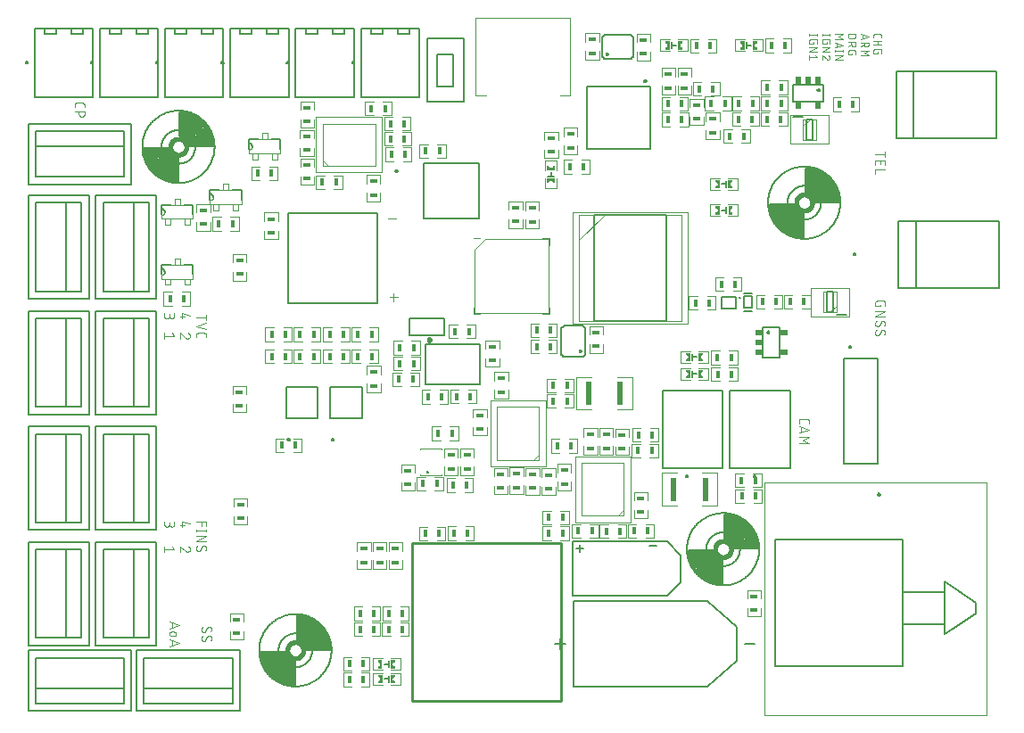
<source format=gbr>
G04 EAGLE Gerber RS-274X export*
G75*
%MOMM*%
%FSLAX34Y34*%
%LPD*%
%INSilkscreen Top*%
%IPPOS*%
%AMOC8*
5,1,8,0,0,1.08239X$1,22.5*%
G01*
%ADD10C,0.076200*%
%ADD11C,0.127000*%
%ADD12C,0.203200*%
%ADD13C,0.101600*%
%ADD14C,0.100000*%
%ADD15R,0.300000X0.800000*%
%ADD16R,1.600000X0.100000*%
%ADD17R,0.500000X2.250000*%
%ADD18R,3.500000X0.100000*%
%ADD19R,0.800000X0.300000*%
%ADD20R,0.100000X1.600000*%
%ADD21C,0.200000*%
%ADD22R,0.900000X0.100000*%
%ADD23C,0.050000*%
%ADD24C,0.200000*%
%ADD25C,0.254000*%
%ADD26R,0.100000X0.900000*%
%ADD27C,0.152400*%
%ADD28R,0.650000X0.500000*%
%ADD29R,0.500000X0.650000*%
%ADD30C,0.304800*%
%ADD31C,0.000000*%
%ADD32C,0.360400*%
%ADD33C,0.248919*%
%ADD34C,0.457200*%

G36*
X570705Y875799D02*
X570705Y875799D01*
X570710Y875839D01*
X570711Y875844D01*
X570711Y875849D01*
X570712Y875849D01*
X570711Y875849D01*
X570712Y875854D01*
X570713Y875859D01*
X570713Y875864D01*
X570721Y875919D01*
X570721Y875924D01*
X570722Y875929D01*
X570723Y875933D01*
X570723Y875934D01*
X570723Y875938D01*
X570723Y875939D01*
X570724Y875943D01*
X570730Y875993D01*
X570731Y875998D01*
X570732Y876003D01*
X570732Y876008D01*
X570733Y876013D01*
X570734Y876018D01*
X570741Y876073D01*
X570742Y876078D01*
X570742Y876083D01*
X570743Y876088D01*
X570744Y876092D01*
X570744Y876093D01*
X570744Y876097D01*
X570744Y876098D01*
X570751Y876147D01*
X570751Y876152D01*
X570752Y876157D01*
X570753Y876162D01*
X570753Y876167D01*
X570754Y876172D01*
X570761Y876227D01*
X570762Y876232D01*
X570763Y876237D01*
X570763Y876242D01*
X570764Y876247D01*
X570764Y876251D01*
X570765Y876252D01*
X570764Y876252D01*
X570772Y876306D01*
X570772Y876311D01*
X570773Y876316D01*
X570972Y876797D01*
X571289Y877211D01*
X571703Y877528D01*
X572184Y877727D01*
X572700Y877795D01*
X573216Y877727D01*
X573697Y877528D01*
X574111Y877211D01*
X574428Y876797D01*
X574627Y876316D01*
X574695Y875799D01*
X574700Y875795D01*
X576700Y875795D01*
X576705Y875799D01*
X576705Y875800D01*
X576705Y879800D01*
X576701Y879805D01*
X576700Y879805D01*
X568700Y879805D01*
X568695Y879801D01*
X568695Y879800D01*
X568695Y875800D01*
X568699Y875795D01*
X568700Y875795D01*
X570700Y875795D01*
X570705Y875799D01*
G37*
G36*
X756205Y1002299D02*
X756205Y1002299D01*
X756205Y1002300D01*
X756205Y1010300D01*
X756201Y1010305D01*
X756200Y1010305D01*
X752200Y1010305D01*
X752195Y1010301D01*
X752195Y1010300D01*
X752195Y1008300D01*
X752199Y1008295D01*
X752716Y1008227D01*
X753197Y1008028D01*
X753611Y1007711D01*
X753928Y1007297D01*
X754127Y1006816D01*
X754195Y1006300D01*
X754190Y1006266D01*
X754190Y1006261D01*
X754189Y1006256D01*
X754189Y1006251D01*
X754188Y1006251D01*
X754189Y1006251D01*
X754188Y1006246D01*
X754187Y1006241D01*
X754180Y1006186D01*
X754179Y1006181D01*
X754179Y1006176D01*
X754178Y1006171D01*
X754177Y1006166D01*
X754170Y1006112D01*
X754170Y1006107D01*
X754169Y1006102D01*
X754168Y1006097D01*
X754168Y1006092D01*
X754167Y1006087D01*
X754160Y1006032D01*
X754159Y1006027D01*
X754158Y1006022D01*
X754158Y1006017D01*
X754157Y1006012D01*
X754150Y1005958D01*
X754149Y1005953D01*
X754149Y1005948D01*
X754148Y1005943D01*
X754147Y1005938D01*
X754147Y1005933D01*
X754139Y1005878D01*
X754139Y1005873D01*
X754138Y1005868D01*
X754137Y1005863D01*
X754137Y1005858D01*
X754136Y1005853D01*
X754130Y1005804D01*
X754129Y1005799D01*
X754128Y1005794D01*
X754128Y1005789D01*
X754127Y1005784D01*
X753928Y1005303D01*
X753611Y1004889D01*
X753197Y1004572D01*
X752716Y1004373D01*
X752199Y1004305D01*
X752195Y1004300D01*
X752195Y1002300D01*
X752199Y1002295D01*
X752200Y1002295D01*
X756200Y1002295D01*
X756205Y1002299D01*
G37*
G36*
X685405Y1002299D02*
X685405Y1002299D01*
X685405Y1002300D01*
X685405Y1010300D01*
X685401Y1010305D01*
X685400Y1010305D01*
X681400Y1010305D01*
X681395Y1010301D01*
X681395Y1010300D01*
X681395Y1008300D01*
X681399Y1008295D01*
X681916Y1008227D01*
X682397Y1008028D01*
X682811Y1007711D01*
X683128Y1007297D01*
X683327Y1006816D01*
X683395Y1006300D01*
X683390Y1006266D01*
X683390Y1006261D01*
X683389Y1006256D01*
X683389Y1006251D01*
X683388Y1006251D01*
X683389Y1006251D01*
X683388Y1006246D01*
X683387Y1006241D01*
X683380Y1006186D01*
X683379Y1006181D01*
X683379Y1006176D01*
X683378Y1006171D01*
X683377Y1006166D01*
X683370Y1006112D01*
X683370Y1006107D01*
X683369Y1006102D01*
X683368Y1006097D01*
X683368Y1006092D01*
X683367Y1006087D01*
X683360Y1006032D01*
X683359Y1006027D01*
X683358Y1006022D01*
X683358Y1006017D01*
X683357Y1006012D01*
X683350Y1005958D01*
X683349Y1005953D01*
X683349Y1005948D01*
X683348Y1005943D01*
X683347Y1005938D01*
X683347Y1005933D01*
X683339Y1005878D01*
X683339Y1005873D01*
X683338Y1005868D01*
X683337Y1005863D01*
X683337Y1005858D01*
X683336Y1005853D01*
X683330Y1005804D01*
X683329Y1005799D01*
X683328Y1005794D01*
X683328Y1005789D01*
X683327Y1005784D01*
X683128Y1005303D01*
X682811Y1004889D01*
X682397Y1004572D01*
X681916Y1004373D01*
X681399Y1004305D01*
X681395Y1004300D01*
X681395Y1002300D01*
X681399Y1002295D01*
X681400Y1002295D01*
X685400Y1002295D01*
X685405Y1002299D01*
G37*
G36*
X732905Y870699D02*
X732905Y870699D01*
X732905Y870700D01*
X732905Y878700D01*
X732901Y878705D01*
X732900Y878705D01*
X728900Y878705D01*
X728895Y878701D01*
X728895Y878700D01*
X728895Y876700D01*
X728899Y876695D01*
X729416Y876627D01*
X729897Y876428D01*
X730311Y876111D01*
X730628Y875697D01*
X730827Y875216D01*
X730895Y874700D01*
X730890Y874666D01*
X730890Y874661D01*
X730889Y874656D01*
X730889Y874651D01*
X730888Y874651D01*
X730889Y874651D01*
X730888Y874646D01*
X730887Y874641D01*
X730880Y874586D01*
X730879Y874581D01*
X730879Y874576D01*
X730878Y874571D01*
X730877Y874566D01*
X730870Y874512D01*
X730870Y874507D01*
X730869Y874502D01*
X730868Y874497D01*
X730868Y874492D01*
X730867Y874487D01*
X730860Y874432D01*
X730859Y874427D01*
X730858Y874422D01*
X730858Y874417D01*
X730857Y874412D01*
X730850Y874358D01*
X730849Y874353D01*
X730849Y874348D01*
X730848Y874343D01*
X730847Y874338D01*
X730847Y874333D01*
X730839Y874278D01*
X730839Y874273D01*
X730838Y874268D01*
X730837Y874263D01*
X730837Y874258D01*
X730836Y874253D01*
X730830Y874204D01*
X730829Y874199D01*
X730828Y874194D01*
X730828Y874189D01*
X730827Y874184D01*
X730628Y873703D01*
X730311Y873289D01*
X729897Y872972D01*
X729416Y872773D01*
X728899Y872705D01*
X728895Y872700D01*
X728895Y870700D01*
X728899Y870695D01*
X728900Y870695D01*
X732900Y870695D01*
X732905Y870699D01*
G37*
G36*
X733005Y845699D02*
X733005Y845699D01*
X733005Y845700D01*
X733005Y853700D01*
X733001Y853705D01*
X733000Y853705D01*
X729000Y853705D01*
X728995Y853701D01*
X728995Y853700D01*
X728995Y851700D01*
X728999Y851695D01*
X729516Y851627D01*
X729997Y851428D01*
X730411Y851111D01*
X730728Y850697D01*
X730927Y850216D01*
X730995Y849700D01*
X730990Y849666D01*
X730990Y849661D01*
X730989Y849656D01*
X730989Y849651D01*
X730988Y849651D01*
X730989Y849651D01*
X730988Y849646D01*
X730987Y849641D01*
X730980Y849586D01*
X730979Y849581D01*
X730979Y849576D01*
X730978Y849571D01*
X730977Y849566D01*
X730970Y849512D01*
X730970Y849507D01*
X730969Y849502D01*
X730968Y849497D01*
X730968Y849492D01*
X730967Y849487D01*
X730960Y849432D01*
X730959Y849427D01*
X730958Y849422D01*
X730958Y849417D01*
X730957Y849412D01*
X730950Y849358D01*
X730949Y849353D01*
X730949Y849348D01*
X730948Y849343D01*
X730947Y849338D01*
X730947Y849333D01*
X730939Y849278D01*
X730939Y849273D01*
X730938Y849268D01*
X730937Y849263D01*
X730937Y849258D01*
X730936Y849253D01*
X730930Y849204D01*
X730929Y849199D01*
X730928Y849194D01*
X730928Y849189D01*
X730927Y849184D01*
X730728Y848703D01*
X730411Y848289D01*
X729997Y847972D01*
X729516Y847773D01*
X728999Y847705D01*
X728995Y847700D01*
X728995Y845700D01*
X728999Y845695D01*
X729000Y845695D01*
X733000Y845695D01*
X733005Y845699D01*
G37*
G36*
X704905Y706399D02*
X704905Y706399D01*
X704905Y706400D01*
X704905Y714400D01*
X704901Y714405D01*
X704900Y714405D01*
X700900Y714405D01*
X700895Y714401D01*
X700895Y714400D01*
X700895Y712400D01*
X700899Y712395D01*
X701416Y712327D01*
X701897Y712128D01*
X702311Y711811D01*
X702628Y711397D01*
X702827Y710916D01*
X702895Y710400D01*
X702890Y710366D01*
X702890Y710361D01*
X702889Y710356D01*
X702889Y710351D01*
X702888Y710351D01*
X702889Y710351D01*
X702888Y710346D01*
X702887Y710341D01*
X702880Y710286D01*
X702879Y710281D01*
X702879Y710276D01*
X702878Y710271D01*
X702877Y710266D01*
X702870Y710212D01*
X702870Y710207D01*
X702869Y710202D01*
X702868Y710197D01*
X702868Y710192D01*
X702867Y710187D01*
X702860Y710132D01*
X702859Y710127D01*
X702858Y710122D01*
X702858Y710117D01*
X702857Y710112D01*
X702850Y710058D01*
X702849Y710053D01*
X702849Y710048D01*
X702848Y710043D01*
X702847Y710038D01*
X702847Y710033D01*
X702839Y709978D01*
X702839Y709973D01*
X702838Y709968D01*
X702837Y709963D01*
X702837Y709958D01*
X702836Y709953D01*
X702830Y709904D01*
X702829Y709899D01*
X702828Y709894D01*
X702828Y709889D01*
X702827Y709884D01*
X702628Y709403D01*
X702311Y708989D01*
X701897Y708672D01*
X701416Y708473D01*
X700899Y708405D01*
X700895Y708400D01*
X700895Y706400D01*
X700899Y706395D01*
X700900Y706395D01*
X704900Y706395D01*
X704905Y706399D01*
G37*
G36*
X704905Y690299D02*
X704905Y690299D01*
X704905Y690300D01*
X704905Y698300D01*
X704901Y698305D01*
X704900Y698305D01*
X700900Y698305D01*
X700895Y698301D01*
X700895Y698300D01*
X700895Y696300D01*
X700899Y696295D01*
X701416Y696227D01*
X701897Y696028D01*
X702311Y695711D01*
X702628Y695297D01*
X702827Y694816D01*
X702895Y694300D01*
X702890Y694266D01*
X702890Y694261D01*
X702889Y694256D01*
X702889Y694251D01*
X702888Y694251D01*
X702889Y694251D01*
X702888Y694246D01*
X702887Y694241D01*
X702880Y694186D01*
X702879Y694181D01*
X702879Y694176D01*
X702878Y694171D01*
X702877Y694166D01*
X702870Y694112D01*
X702870Y694107D01*
X702869Y694102D01*
X702868Y694097D01*
X702868Y694092D01*
X702867Y694087D01*
X702860Y694032D01*
X702859Y694027D01*
X702858Y694022D01*
X702858Y694017D01*
X702857Y694012D01*
X702850Y693958D01*
X702849Y693953D01*
X702849Y693948D01*
X702848Y693943D01*
X702847Y693938D01*
X702847Y693933D01*
X702839Y693878D01*
X702839Y693873D01*
X702838Y693868D01*
X702837Y693863D01*
X702837Y693858D01*
X702836Y693853D01*
X702830Y693804D01*
X702829Y693799D01*
X702828Y693794D01*
X702828Y693789D01*
X702827Y693784D01*
X702628Y693303D01*
X702311Y692889D01*
X701897Y692572D01*
X701416Y692373D01*
X700899Y692305D01*
X700895Y692300D01*
X700895Y690300D01*
X700899Y690295D01*
X700900Y690295D01*
X704900Y690295D01*
X704905Y690299D01*
G37*
G36*
X412405Y414699D02*
X412405Y414699D01*
X412405Y414700D01*
X412405Y422700D01*
X412401Y422705D01*
X412400Y422705D01*
X408400Y422705D01*
X408395Y422701D01*
X408395Y422700D01*
X408395Y420700D01*
X408399Y420695D01*
X408916Y420627D01*
X409397Y420428D01*
X409811Y420111D01*
X410128Y419697D01*
X410327Y419216D01*
X410395Y418700D01*
X410390Y418666D01*
X410390Y418661D01*
X410389Y418656D01*
X410389Y418651D01*
X410388Y418651D01*
X410389Y418651D01*
X410388Y418646D01*
X410387Y418641D01*
X410380Y418586D01*
X410379Y418581D01*
X410379Y418576D01*
X410378Y418571D01*
X410377Y418566D01*
X410370Y418512D01*
X410370Y418507D01*
X410369Y418502D01*
X410368Y418497D01*
X410368Y418492D01*
X410367Y418487D01*
X410360Y418432D01*
X410359Y418427D01*
X410358Y418422D01*
X410358Y418417D01*
X410357Y418412D01*
X410350Y418358D01*
X410349Y418353D01*
X410349Y418348D01*
X410348Y418343D01*
X410347Y418338D01*
X410347Y418333D01*
X410339Y418278D01*
X410339Y418273D01*
X410338Y418268D01*
X410337Y418263D01*
X410337Y418258D01*
X410336Y418253D01*
X410330Y418204D01*
X410329Y418199D01*
X410328Y418194D01*
X410328Y418189D01*
X410327Y418184D01*
X410128Y417703D01*
X409811Y417289D01*
X409397Y416972D01*
X408916Y416773D01*
X408399Y416705D01*
X408395Y416700D01*
X408395Y414700D01*
X408399Y414695D01*
X408400Y414695D01*
X412400Y414695D01*
X412405Y414699D01*
G37*
G36*
X412505Y400699D02*
X412505Y400699D01*
X412505Y400700D01*
X412505Y408700D01*
X412501Y408705D01*
X412500Y408705D01*
X408500Y408705D01*
X408495Y408701D01*
X408495Y408700D01*
X408495Y406700D01*
X408499Y406695D01*
X409016Y406627D01*
X409497Y406428D01*
X409911Y406111D01*
X410228Y405697D01*
X410427Y405216D01*
X410495Y404700D01*
X410490Y404666D01*
X410490Y404661D01*
X410489Y404656D01*
X410489Y404651D01*
X410488Y404651D01*
X410489Y404651D01*
X410488Y404646D01*
X410487Y404641D01*
X410480Y404586D01*
X410479Y404581D01*
X410479Y404576D01*
X410478Y404571D01*
X410477Y404566D01*
X410470Y404512D01*
X410470Y404507D01*
X410469Y404502D01*
X410468Y404497D01*
X410468Y404492D01*
X410467Y404487D01*
X410460Y404432D01*
X410459Y404427D01*
X410458Y404422D01*
X410458Y404417D01*
X410457Y404412D01*
X410450Y404358D01*
X410449Y404353D01*
X410449Y404348D01*
X410448Y404343D01*
X410447Y404338D01*
X410447Y404333D01*
X410439Y404278D01*
X410439Y404273D01*
X410438Y404268D01*
X410437Y404263D01*
X410437Y404258D01*
X410436Y404253D01*
X410430Y404204D01*
X410429Y404199D01*
X410428Y404194D01*
X410428Y404189D01*
X410427Y404184D01*
X410228Y403703D01*
X409911Y403289D01*
X409497Y402972D01*
X409016Y402773D01*
X408499Y402705D01*
X408495Y402700D01*
X408495Y400700D01*
X408499Y400695D01*
X408500Y400695D01*
X412500Y400695D01*
X412505Y400699D01*
G37*
G36*
X576705Y887799D02*
X576705Y887799D01*
X576705Y887800D01*
X576705Y891800D01*
X576701Y891805D01*
X576700Y891805D01*
X574700Y891805D01*
X574695Y891801D01*
X574690Y891766D01*
X574690Y891761D01*
X574689Y891756D01*
X574689Y891751D01*
X574688Y891751D01*
X574689Y891751D01*
X574688Y891746D01*
X574687Y891741D01*
X574680Y891686D01*
X574679Y891681D01*
X574679Y891676D01*
X574678Y891671D01*
X574677Y891666D01*
X574670Y891612D01*
X574670Y891607D01*
X574669Y891602D01*
X574668Y891597D01*
X574668Y891592D01*
X574667Y891587D01*
X574660Y891532D01*
X574659Y891527D01*
X574658Y891522D01*
X574658Y891517D01*
X574657Y891512D01*
X574650Y891458D01*
X574649Y891453D01*
X574649Y891448D01*
X574648Y891443D01*
X574647Y891438D01*
X574647Y891433D01*
X574639Y891378D01*
X574639Y891373D01*
X574638Y891368D01*
X574637Y891363D01*
X574637Y891358D01*
X574636Y891353D01*
X574630Y891304D01*
X574629Y891299D01*
X574628Y891294D01*
X574628Y891289D01*
X574627Y891284D01*
X574428Y890803D01*
X574111Y890389D01*
X573697Y890072D01*
X573216Y889873D01*
X572700Y889805D01*
X572184Y889873D01*
X571703Y890072D01*
X571289Y890389D01*
X570972Y890803D01*
X570773Y891284D01*
X570705Y891801D01*
X570700Y891805D01*
X568700Y891805D01*
X568695Y891801D01*
X568695Y891800D01*
X568695Y887800D01*
X568699Y887795D01*
X568700Y887795D01*
X576700Y887795D01*
X576705Y887799D01*
G37*
G36*
X697405Y1002299D02*
X697405Y1002299D01*
X697405Y1002300D01*
X697405Y1004300D01*
X697401Y1004305D01*
X696884Y1004373D01*
X696403Y1004572D01*
X695989Y1004889D01*
X695672Y1005303D01*
X695473Y1005784D01*
X695405Y1006300D01*
X695406Y1006304D01*
X695406Y1006309D01*
X695407Y1006314D01*
X695414Y1006369D01*
X695415Y1006374D01*
X695415Y1006379D01*
X695416Y1006384D01*
X695417Y1006389D01*
X695424Y1006443D01*
X695425Y1006448D01*
X695425Y1006453D01*
X695426Y1006458D01*
X695427Y1006463D01*
X695427Y1006468D01*
X695434Y1006523D01*
X695435Y1006528D01*
X695436Y1006533D01*
X695436Y1006538D01*
X695437Y1006543D01*
X695444Y1006597D01*
X695445Y1006602D01*
X695445Y1006607D01*
X695446Y1006607D01*
X695445Y1006607D01*
X695446Y1006612D01*
X695447Y1006617D01*
X695447Y1006622D01*
X695455Y1006677D01*
X695455Y1006682D01*
X695456Y1006687D01*
X695457Y1006692D01*
X695457Y1006697D01*
X695458Y1006702D01*
X695464Y1006751D01*
X695465Y1006756D01*
X695466Y1006761D01*
X695466Y1006766D01*
X695467Y1006771D01*
X695468Y1006776D01*
X695473Y1006816D01*
X695672Y1007297D01*
X695989Y1007711D01*
X696403Y1008028D01*
X696884Y1008227D01*
X697401Y1008295D01*
X697405Y1008300D01*
X697405Y1010300D01*
X697401Y1010305D01*
X697400Y1010305D01*
X693400Y1010305D01*
X693395Y1010301D01*
X693395Y1010300D01*
X693395Y1002300D01*
X693399Y1002295D01*
X693400Y1002295D01*
X697400Y1002295D01*
X697405Y1002299D01*
G37*
G36*
X768205Y1002299D02*
X768205Y1002299D01*
X768205Y1002300D01*
X768205Y1004300D01*
X768201Y1004305D01*
X767684Y1004373D01*
X767203Y1004572D01*
X766789Y1004889D01*
X766472Y1005303D01*
X766273Y1005784D01*
X766205Y1006300D01*
X766206Y1006304D01*
X766206Y1006309D01*
X766207Y1006314D01*
X766214Y1006369D01*
X766215Y1006374D01*
X766215Y1006379D01*
X766216Y1006384D01*
X766217Y1006389D01*
X766224Y1006443D01*
X766225Y1006448D01*
X766225Y1006453D01*
X766226Y1006458D01*
X766227Y1006463D01*
X766227Y1006468D01*
X766234Y1006523D01*
X766235Y1006528D01*
X766236Y1006533D01*
X766236Y1006538D01*
X766237Y1006543D01*
X766244Y1006597D01*
X766245Y1006602D01*
X766245Y1006607D01*
X766246Y1006607D01*
X766245Y1006607D01*
X766246Y1006612D01*
X766247Y1006617D01*
X766247Y1006622D01*
X766255Y1006677D01*
X766255Y1006682D01*
X766256Y1006687D01*
X766257Y1006692D01*
X766257Y1006697D01*
X766258Y1006702D01*
X766264Y1006751D01*
X766265Y1006756D01*
X766266Y1006761D01*
X766266Y1006766D01*
X766267Y1006771D01*
X766268Y1006776D01*
X766273Y1006816D01*
X766472Y1007297D01*
X766789Y1007711D01*
X767203Y1008028D01*
X767684Y1008227D01*
X768201Y1008295D01*
X768205Y1008300D01*
X768205Y1010300D01*
X768201Y1010305D01*
X768200Y1010305D01*
X764200Y1010305D01*
X764195Y1010301D01*
X764195Y1010300D01*
X764195Y1002300D01*
X764199Y1002295D01*
X764200Y1002295D01*
X768200Y1002295D01*
X768205Y1002299D01*
G37*
G36*
X744905Y870699D02*
X744905Y870699D01*
X744905Y870700D01*
X744905Y872700D01*
X744901Y872705D01*
X744384Y872773D01*
X743903Y872972D01*
X743489Y873289D01*
X743172Y873703D01*
X742973Y874184D01*
X742905Y874700D01*
X742906Y874704D01*
X742906Y874709D01*
X742907Y874714D01*
X742914Y874769D01*
X742915Y874774D01*
X742915Y874779D01*
X742916Y874784D01*
X742917Y874789D01*
X742924Y874843D01*
X742925Y874848D01*
X742925Y874853D01*
X742926Y874858D01*
X742927Y874863D01*
X742927Y874868D01*
X742934Y874923D01*
X742935Y874928D01*
X742936Y874933D01*
X742936Y874938D01*
X742937Y874943D01*
X742944Y874997D01*
X742945Y875002D01*
X742945Y875007D01*
X742946Y875007D01*
X742945Y875007D01*
X742946Y875012D01*
X742947Y875017D01*
X742947Y875022D01*
X742955Y875077D01*
X742955Y875082D01*
X742956Y875087D01*
X742957Y875092D01*
X742957Y875097D01*
X742958Y875102D01*
X742964Y875151D01*
X742965Y875156D01*
X742966Y875161D01*
X742966Y875166D01*
X742967Y875171D01*
X742968Y875176D01*
X742973Y875216D01*
X743172Y875697D01*
X743489Y876111D01*
X743903Y876428D01*
X744384Y876627D01*
X744901Y876695D01*
X744905Y876700D01*
X744905Y878700D01*
X744901Y878705D01*
X744900Y878705D01*
X740900Y878705D01*
X740895Y878701D01*
X740895Y878700D01*
X740895Y870700D01*
X740899Y870695D01*
X740900Y870695D01*
X744900Y870695D01*
X744905Y870699D01*
G37*
G36*
X745005Y845699D02*
X745005Y845699D01*
X745005Y845700D01*
X745005Y847700D01*
X745001Y847705D01*
X744484Y847773D01*
X744003Y847972D01*
X743589Y848289D01*
X743272Y848703D01*
X743073Y849184D01*
X743005Y849700D01*
X743006Y849704D01*
X743006Y849709D01*
X743007Y849714D01*
X743014Y849769D01*
X743015Y849774D01*
X743015Y849779D01*
X743016Y849784D01*
X743017Y849789D01*
X743024Y849843D01*
X743025Y849848D01*
X743025Y849853D01*
X743026Y849858D01*
X743027Y849863D01*
X743027Y849868D01*
X743034Y849923D01*
X743035Y849928D01*
X743036Y849933D01*
X743036Y849938D01*
X743037Y849943D01*
X743044Y849997D01*
X743045Y850002D01*
X743045Y850007D01*
X743046Y850007D01*
X743045Y850007D01*
X743046Y850012D01*
X743047Y850017D01*
X743047Y850022D01*
X743055Y850077D01*
X743055Y850082D01*
X743056Y850087D01*
X743057Y850092D01*
X743057Y850097D01*
X743058Y850102D01*
X743064Y850151D01*
X743065Y850156D01*
X743066Y850161D01*
X743066Y850166D01*
X743067Y850171D01*
X743068Y850176D01*
X743073Y850216D01*
X743272Y850697D01*
X743589Y851111D01*
X744003Y851428D01*
X744484Y851627D01*
X745001Y851695D01*
X745005Y851700D01*
X745005Y853700D01*
X745001Y853705D01*
X745000Y853705D01*
X741000Y853705D01*
X740995Y853701D01*
X740995Y853700D01*
X740995Y845700D01*
X740999Y845695D01*
X741000Y845695D01*
X745000Y845695D01*
X745005Y845699D01*
G37*
G36*
X716905Y706399D02*
X716905Y706399D01*
X716905Y706400D01*
X716905Y708400D01*
X716901Y708405D01*
X716384Y708473D01*
X715903Y708672D01*
X715489Y708989D01*
X715172Y709403D01*
X714973Y709884D01*
X714905Y710400D01*
X714906Y710404D01*
X714906Y710409D01*
X714907Y710414D01*
X714914Y710469D01*
X714915Y710474D01*
X714915Y710479D01*
X714916Y710484D01*
X714917Y710489D01*
X714924Y710543D01*
X714925Y710548D01*
X714925Y710553D01*
X714926Y710558D01*
X714927Y710563D01*
X714927Y710568D01*
X714934Y710623D01*
X714935Y710628D01*
X714936Y710633D01*
X714936Y710638D01*
X714937Y710643D01*
X714944Y710697D01*
X714945Y710702D01*
X714945Y710707D01*
X714946Y710707D01*
X714945Y710707D01*
X714946Y710712D01*
X714947Y710717D01*
X714947Y710722D01*
X714955Y710777D01*
X714955Y710782D01*
X714956Y710787D01*
X714957Y710792D01*
X714957Y710797D01*
X714958Y710802D01*
X714964Y710851D01*
X714965Y710856D01*
X714966Y710861D01*
X714966Y710866D01*
X714967Y710871D01*
X714968Y710876D01*
X714973Y710916D01*
X715172Y711397D01*
X715489Y711811D01*
X715903Y712128D01*
X716384Y712327D01*
X716901Y712395D01*
X716905Y712400D01*
X716905Y714400D01*
X716901Y714405D01*
X716900Y714405D01*
X712900Y714405D01*
X712895Y714401D01*
X712895Y714400D01*
X712895Y706400D01*
X712899Y706395D01*
X712900Y706395D01*
X716900Y706395D01*
X716905Y706399D01*
G37*
G36*
X716905Y690299D02*
X716905Y690299D01*
X716905Y690300D01*
X716905Y692300D01*
X716901Y692305D01*
X716384Y692373D01*
X715903Y692572D01*
X715489Y692889D01*
X715172Y693303D01*
X714973Y693784D01*
X714905Y694300D01*
X714906Y694304D01*
X714906Y694309D01*
X714907Y694314D01*
X714914Y694369D01*
X714915Y694374D01*
X714915Y694379D01*
X714916Y694384D01*
X714917Y694389D01*
X714924Y694443D01*
X714925Y694448D01*
X714925Y694453D01*
X714926Y694458D01*
X714927Y694463D01*
X714927Y694468D01*
X714934Y694523D01*
X714935Y694528D01*
X714936Y694533D01*
X714936Y694538D01*
X714937Y694543D01*
X714944Y694597D01*
X714945Y694602D01*
X714945Y694607D01*
X714946Y694607D01*
X714945Y694607D01*
X714946Y694612D01*
X714947Y694617D01*
X714947Y694622D01*
X714955Y694677D01*
X714955Y694682D01*
X714956Y694687D01*
X714957Y694692D01*
X714957Y694697D01*
X714958Y694702D01*
X714964Y694751D01*
X714965Y694756D01*
X714966Y694761D01*
X714966Y694766D01*
X714967Y694771D01*
X714968Y694776D01*
X714973Y694816D01*
X715172Y695297D01*
X715489Y695711D01*
X715903Y696028D01*
X716384Y696227D01*
X716901Y696295D01*
X716905Y696300D01*
X716905Y698300D01*
X716901Y698305D01*
X716900Y698305D01*
X712900Y698305D01*
X712895Y698301D01*
X712895Y698300D01*
X712895Y690300D01*
X712899Y690295D01*
X712900Y690295D01*
X716900Y690295D01*
X716905Y690299D01*
G37*
G36*
X424405Y414699D02*
X424405Y414699D01*
X424405Y414700D01*
X424405Y416700D01*
X424401Y416705D01*
X423884Y416773D01*
X423403Y416972D01*
X422989Y417289D01*
X422672Y417703D01*
X422473Y418184D01*
X422405Y418700D01*
X422406Y418704D01*
X422406Y418709D01*
X422407Y418714D01*
X422414Y418769D01*
X422415Y418774D01*
X422415Y418779D01*
X422416Y418784D01*
X422417Y418789D01*
X422424Y418843D01*
X422425Y418848D01*
X422425Y418853D01*
X422426Y418858D01*
X422427Y418863D01*
X422427Y418868D01*
X422434Y418923D01*
X422435Y418928D01*
X422436Y418933D01*
X422436Y418938D01*
X422437Y418943D01*
X422444Y418997D01*
X422445Y419002D01*
X422445Y419007D01*
X422446Y419007D01*
X422445Y419007D01*
X422446Y419012D01*
X422447Y419017D01*
X422447Y419022D01*
X422455Y419077D01*
X422455Y419082D01*
X422456Y419087D01*
X422457Y419092D01*
X422457Y419097D01*
X422458Y419102D01*
X422464Y419151D01*
X422465Y419156D01*
X422466Y419161D01*
X422466Y419166D01*
X422467Y419171D01*
X422468Y419176D01*
X422473Y419216D01*
X422672Y419697D01*
X422989Y420111D01*
X423403Y420428D01*
X423884Y420627D01*
X424401Y420695D01*
X424405Y420700D01*
X424405Y422700D01*
X424401Y422705D01*
X424400Y422705D01*
X420400Y422705D01*
X420395Y422701D01*
X420395Y422700D01*
X420395Y414700D01*
X420399Y414695D01*
X420400Y414695D01*
X424400Y414695D01*
X424405Y414699D01*
G37*
G36*
X424505Y400699D02*
X424505Y400699D01*
X424505Y400700D01*
X424505Y402700D01*
X424501Y402705D01*
X423984Y402773D01*
X423503Y402972D01*
X423089Y403289D01*
X422772Y403703D01*
X422573Y404184D01*
X422505Y404700D01*
X422506Y404704D01*
X422506Y404709D01*
X422507Y404714D01*
X422514Y404769D01*
X422515Y404774D01*
X422515Y404779D01*
X422516Y404784D01*
X422517Y404789D01*
X422524Y404843D01*
X422525Y404848D01*
X422525Y404853D01*
X422526Y404858D01*
X422527Y404863D01*
X422527Y404868D01*
X422534Y404923D01*
X422535Y404928D01*
X422536Y404933D01*
X422536Y404938D01*
X422537Y404943D01*
X422544Y404997D01*
X422545Y405002D01*
X422545Y405007D01*
X422546Y405007D01*
X422545Y405007D01*
X422546Y405012D01*
X422547Y405017D01*
X422547Y405022D01*
X422555Y405077D01*
X422555Y405082D01*
X422556Y405087D01*
X422557Y405092D01*
X422557Y405097D01*
X422558Y405102D01*
X422564Y405151D01*
X422565Y405156D01*
X422566Y405161D01*
X422566Y405166D01*
X422567Y405171D01*
X422568Y405176D01*
X422573Y405216D01*
X422772Y405697D01*
X423089Y406111D01*
X423503Y406428D01*
X423984Y406627D01*
X424501Y406695D01*
X424505Y406700D01*
X424505Y408700D01*
X424501Y408705D01*
X424500Y408705D01*
X420500Y408705D01*
X420495Y408701D01*
X420495Y408700D01*
X420495Y400700D01*
X420499Y400695D01*
X420500Y400695D01*
X424500Y400695D01*
X424505Y400699D01*
G37*
D10*
X878841Y1013845D02*
X878841Y1015482D01*
X878843Y1015560D01*
X878848Y1015638D01*
X878858Y1015715D01*
X878871Y1015792D01*
X878887Y1015868D01*
X878907Y1015943D01*
X878931Y1016017D01*
X878958Y1016090D01*
X878989Y1016162D01*
X879023Y1016232D01*
X879060Y1016301D01*
X879101Y1016367D01*
X879145Y1016432D01*
X879191Y1016494D01*
X879241Y1016554D01*
X879293Y1016612D01*
X879348Y1016667D01*
X879406Y1016719D01*
X879466Y1016769D01*
X879528Y1016815D01*
X879593Y1016859D01*
X879660Y1016900D01*
X879728Y1016937D01*
X879798Y1016971D01*
X879870Y1017002D01*
X879943Y1017029D01*
X880017Y1017053D01*
X880092Y1017073D01*
X880168Y1017089D01*
X880245Y1017102D01*
X880322Y1017112D01*
X880400Y1017117D01*
X880478Y1017119D01*
X884570Y1017119D01*
X884648Y1017117D01*
X884726Y1017112D01*
X884803Y1017102D01*
X884880Y1017089D01*
X884956Y1017073D01*
X885031Y1017053D01*
X885105Y1017029D01*
X885178Y1017002D01*
X885250Y1016971D01*
X885320Y1016937D01*
X885389Y1016900D01*
X885455Y1016859D01*
X885520Y1016815D01*
X885582Y1016769D01*
X885642Y1016719D01*
X885700Y1016667D01*
X885755Y1016612D01*
X885807Y1016554D01*
X885857Y1016494D01*
X885903Y1016432D01*
X885947Y1016367D01*
X885988Y1016301D01*
X886025Y1016232D01*
X886059Y1016162D01*
X886090Y1016090D01*
X886117Y1016017D01*
X886141Y1015943D01*
X886161Y1015868D01*
X886177Y1015792D01*
X886190Y1015715D01*
X886200Y1015638D01*
X886205Y1015560D01*
X886207Y1015482D01*
X886207Y1013845D01*
X886207Y1010756D02*
X878841Y1010756D01*
X882933Y1010756D02*
X882933Y1006664D01*
X886207Y1006664D02*
X878841Y1006664D01*
X882933Y1000089D02*
X882933Y998861D01*
X878841Y998861D01*
X878841Y1001316D01*
X878843Y1001394D01*
X878848Y1001472D01*
X878858Y1001549D01*
X878871Y1001626D01*
X878887Y1001702D01*
X878907Y1001777D01*
X878931Y1001851D01*
X878958Y1001924D01*
X878989Y1001996D01*
X879023Y1002066D01*
X879060Y1002135D01*
X879101Y1002201D01*
X879145Y1002266D01*
X879191Y1002328D01*
X879241Y1002388D01*
X879293Y1002446D01*
X879348Y1002501D01*
X879406Y1002553D01*
X879466Y1002603D01*
X879528Y1002649D01*
X879593Y1002693D01*
X879660Y1002734D01*
X879728Y1002771D01*
X879798Y1002805D01*
X879870Y1002836D01*
X879943Y1002863D01*
X880017Y1002887D01*
X880092Y1002907D01*
X880168Y1002923D01*
X880245Y1002936D01*
X880322Y1002946D01*
X880400Y1002951D01*
X880478Y1002953D01*
X884570Y1002953D01*
X884648Y1002951D01*
X884726Y1002946D01*
X884803Y1002936D01*
X884880Y1002923D01*
X884956Y1002907D01*
X885031Y1002887D01*
X885105Y1002863D01*
X885178Y1002836D01*
X885250Y1002805D01*
X885320Y1002771D01*
X885389Y1002734D01*
X885455Y1002693D01*
X885520Y1002649D01*
X885582Y1002603D01*
X885642Y1002553D01*
X885700Y1002501D01*
X885755Y1002446D01*
X885807Y1002388D01*
X885857Y1002328D01*
X885903Y1002266D01*
X885947Y1002201D01*
X885988Y1002135D01*
X886025Y1002066D01*
X886059Y1001996D01*
X886090Y1001924D01*
X886117Y1001851D01*
X886141Y1001777D01*
X886161Y1001702D01*
X886177Y1001626D01*
X886190Y1001549D01*
X886200Y1001472D01*
X886205Y1001394D01*
X886207Y1001316D01*
X886207Y998861D01*
X874015Y1014664D02*
X866649Y1017119D01*
X866649Y1012208D02*
X874015Y1014664D01*
X868491Y1016505D02*
X868491Y1012822D01*
X866649Y1009100D02*
X874015Y1009100D01*
X874015Y1007054D01*
X874013Y1006965D01*
X874007Y1006876D01*
X873997Y1006787D01*
X873984Y1006699D01*
X873967Y1006611D01*
X873945Y1006524D01*
X873920Y1006439D01*
X873892Y1006354D01*
X873859Y1006271D01*
X873823Y1006189D01*
X873784Y1006109D01*
X873741Y1006031D01*
X873695Y1005955D01*
X873645Y1005880D01*
X873592Y1005808D01*
X873536Y1005739D01*
X873477Y1005672D01*
X873416Y1005607D01*
X873351Y1005546D01*
X873284Y1005487D01*
X873215Y1005431D01*
X873143Y1005378D01*
X873068Y1005328D01*
X872992Y1005282D01*
X872914Y1005239D01*
X872834Y1005200D01*
X872752Y1005164D01*
X872669Y1005131D01*
X872584Y1005103D01*
X872499Y1005078D01*
X872412Y1005056D01*
X872324Y1005039D01*
X872236Y1005026D01*
X872147Y1005016D01*
X872058Y1005010D01*
X871969Y1005008D01*
X871880Y1005010D01*
X871791Y1005016D01*
X871702Y1005026D01*
X871614Y1005039D01*
X871526Y1005056D01*
X871439Y1005078D01*
X871354Y1005103D01*
X871269Y1005131D01*
X871186Y1005164D01*
X871104Y1005200D01*
X871024Y1005239D01*
X870946Y1005282D01*
X870870Y1005328D01*
X870795Y1005378D01*
X870723Y1005431D01*
X870654Y1005487D01*
X870587Y1005546D01*
X870522Y1005607D01*
X870461Y1005672D01*
X870402Y1005739D01*
X870346Y1005808D01*
X870293Y1005880D01*
X870243Y1005955D01*
X870197Y1006031D01*
X870154Y1006109D01*
X870115Y1006189D01*
X870079Y1006271D01*
X870046Y1006354D01*
X870018Y1006439D01*
X869993Y1006524D01*
X869971Y1006611D01*
X869954Y1006699D01*
X869941Y1006787D01*
X869931Y1006876D01*
X869925Y1006965D01*
X869923Y1007054D01*
X869923Y1009100D01*
X869923Y1006644D02*
X866649Y1005007D01*
X866649Y1001513D02*
X874015Y1001513D01*
X869923Y999058D01*
X874015Y996603D01*
X866649Y996603D01*
X861823Y1017119D02*
X854457Y1017119D01*
X861823Y1017119D02*
X861823Y1015073D01*
X861821Y1014984D01*
X861815Y1014895D01*
X861805Y1014806D01*
X861792Y1014718D01*
X861775Y1014630D01*
X861753Y1014543D01*
X861728Y1014458D01*
X861700Y1014373D01*
X861667Y1014290D01*
X861631Y1014208D01*
X861592Y1014128D01*
X861549Y1014050D01*
X861503Y1013974D01*
X861453Y1013899D01*
X861400Y1013827D01*
X861344Y1013758D01*
X861285Y1013691D01*
X861224Y1013626D01*
X861159Y1013565D01*
X861092Y1013506D01*
X861023Y1013450D01*
X860951Y1013397D01*
X860876Y1013347D01*
X860800Y1013301D01*
X860722Y1013258D01*
X860642Y1013219D01*
X860560Y1013183D01*
X860477Y1013150D01*
X860392Y1013122D01*
X860307Y1013097D01*
X860220Y1013075D01*
X860132Y1013058D01*
X860044Y1013045D01*
X859955Y1013035D01*
X859866Y1013029D01*
X859777Y1013027D01*
X856503Y1013027D01*
X856414Y1013029D01*
X856325Y1013035D01*
X856236Y1013045D01*
X856148Y1013058D01*
X856060Y1013075D01*
X855973Y1013097D01*
X855888Y1013122D01*
X855803Y1013150D01*
X855720Y1013183D01*
X855638Y1013219D01*
X855558Y1013258D01*
X855480Y1013301D01*
X855404Y1013347D01*
X855329Y1013397D01*
X855257Y1013450D01*
X855188Y1013506D01*
X855121Y1013565D01*
X855056Y1013626D01*
X854995Y1013691D01*
X854936Y1013758D01*
X854880Y1013827D01*
X854827Y1013899D01*
X854777Y1013974D01*
X854731Y1014050D01*
X854688Y1014128D01*
X854649Y1014208D01*
X854613Y1014290D01*
X854580Y1014373D01*
X854552Y1014458D01*
X854527Y1014543D01*
X854505Y1014630D01*
X854488Y1014718D01*
X854475Y1014806D01*
X854465Y1014895D01*
X854459Y1014984D01*
X854457Y1015073D01*
X854457Y1017119D01*
X854457Y1009265D02*
X861823Y1009265D01*
X861823Y1007219D01*
X861821Y1007130D01*
X861815Y1007041D01*
X861805Y1006952D01*
X861792Y1006864D01*
X861775Y1006776D01*
X861753Y1006689D01*
X861728Y1006604D01*
X861700Y1006519D01*
X861667Y1006436D01*
X861631Y1006354D01*
X861592Y1006274D01*
X861549Y1006196D01*
X861503Y1006120D01*
X861453Y1006045D01*
X861400Y1005973D01*
X861344Y1005904D01*
X861285Y1005837D01*
X861224Y1005772D01*
X861159Y1005711D01*
X861092Y1005652D01*
X861023Y1005596D01*
X860951Y1005543D01*
X860876Y1005493D01*
X860800Y1005447D01*
X860722Y1005404D01*
X860642Y1005365D01*
X860560Y1005329D01*
X860477Y1005296D01*
X860392Y1005268D01*
X860307Y1005243D01*
X860220Y1005221D01*
X860132Y1005204D01*
X860044Y1005191D01*
X859955Y1005181D01*
X859866Y1005175D01*
X859777Y1005173D01*
X859688Y1005175D01*
X859599Y1005181D01*
X859510Y1005191D01*
X859422Y1005204D01*
X859334Y1005221D01*
X859247Y1005243D01*
X859162Y1005268D01*
X859077Y1005296D01*
X858994Y1005329D01*
X858912Y1005365D01*
X858832Y1005404D01*
X858754Y1005447D01*
X858678Y1005493D01*
X858603Y1005543D01*
X858531Y1005596D01*
X858462Y1005652D01*
X858395Y1005711D01*
X858330Y1005772D01*
X858269Y1005837D01*
X858210Y1005904D01*
X858154Y1005973D01*
X858101Y1006045D01*
X858051Y1006120D01*
X858005Y1006196D01*
X857962Y1006274D01*
X857923Y1006354D01*
X857887Y1006436D01*
X857854Y1006519D01*
X857826Y1006604D01*
X857801Y1006689D01*
X857779Y1006776D01*
X857762Y1006864D01*
X857749Y1006952D01*
X857739Y1007041D01*
X857733Y1007130D01*
X857731Y1007219D01*
X857731Y1009265D01*
X857731Y1006810D02*
X854457Y1005173D01*
X858549Y998893D02*
X858549Y997665D01*
X854457Y997665D01*
X854457Y1000120D01*
X854459Y1000198D01*
X854464Y1000276D01*
X854474Y1000353D01*
X854487Y1000430D01*
X854503Y1000506D01*
X854523Y1000581D01*
X854547Y1000655D01*
X854574Y1000728D01*
X854605Y1000800D01*
X854639Y1000870D01*
X854676Y1000939D01*
X854717Y1001005D01*
X854761Y1001070D01*
X854807Y1001132D01*
X854857Y1001192D01*
X854909Y1001250D01*
X854964Y1001305D01*
X855022Y1001357D01*
X855082Y1001407D01*
X855144Y1001453D01*
X855209Y1001497D01*
X855276Y1001538D01*
X855344Y1001575D01*
X855414Y1001609D01*
X855486Y1001640D01*
X855559Y1001667D01*
X855633Y1001691D01*
X855708Y1001711D01*
X855784Y1001727D01*
X855861Y1001740D01*
X855938Y1001750D01*
X856016Y1001755D01*
X856094Y1001757D01*
X860186Y1001757D01*
X860264Y1001755D01*
X860342Y1001750D01*
X860419Y1001740D01*
X860496Y1001727D01*
X860572Y1001711D01*
X860647Y1001691D01*
X860721Y1001667D01*
X860794Y1001640D01*
X860866Y1001609D01*
X860936Y1001575D01*
X861005Y1001538D01*
X861071Y1001497D01*
X861136Y1001453D01*
X861198Y1001407D01*
X861258Y1001357D01*
X861316Y1001305D01*
X861371Y1001250D01*
X861423Y1001192D01*
X861473Y1001132D01*
X861519Y1001070D01*
X861563Y1001005D01*
X861604Y1000939D01*
X861641Y1000870D01*
X861675Y1000800D01*
X861706Y1000728D01*
X861733Y1000655D01*
X861757Y1000581D01*
X861777Y1000506D01*
X861793Y1000430D01*
X861806Y1000353D01*
X861816Y1000276D01*
X861821Y1000198D01*
X861823Y1000120D01*
X861823Y997665D01*
X849631Y1017119D02*
X842265Y1017119D01*
X845539Y1014664D02*
X849631Y1017119D01*
X845539Y1014664D02*
X849631Y1012208D01*
X842265Y1012208D01*
X842265Y1009072D02*
X849631Y1006617D01*
X842265Y1004162D01*
X844107Y1004776D02*
X844107Y1008459D01*
X842265Y1000765D02*
X849631Y1000765D01*
X842265Y1001583D02*
X842265Y999946D01*
X849631Y999946D02*
X849631Y1001583D01*
X849631Y996715D02*
X842265Y996715D01*
X842265Y992623D02*
X849631Y996715D01*
X849631Y992623D02*
X842265Y992623D01*
X837439Y1016301D02*
X830073Y1016301D01*
X830073Y1017119D02*
X830073Y1015482D01*
X837439Y1015482D02*
X837439Y1017119D01*
X834165Y1009386D02*
X834165Y1008158D01*
X830073Y1008158D01*
X830073Y1010614D01*
X830075Y1010692D01*
X830080Y1010770D01*
X830090Y1010847D01*
X830103Y1010924D01*
X830119Y1011000D01*
X830139Y1011075D01*
X830163Y1011149D01*
X830190Y1011222D01*
X830221Y1011294D01*
X830255Y1011364D01*
X830292Y1011433D01*
X830333Y1011499D01*
X830377Y1011564D01*
X830423Y1011626D01*
X830473Y1011686D01*
X830525Y1011744D01*
X830580Y1011799D01*
X830638Y1011851D01*
X830698Y1011901D01*
X830760Y1011947D01*
X830825Y1011991D01*
X830892Y1012032D01*
X830960Y1012069D01*
X831030Y1012103D01*
X831102Y1012134D01*
X831175Y1012161D01*
X831249Y1012185D01*
X831324Y1012205D01*
X831400Y1012221D01*
X831477Y1012234D01*
X831554Y1012244D01*
X831632Y1012249D01*
X831710Y1012251D01*
X835802Y1012251D01*
X835880Y1012249D01*
X835958Y1012244D01*
X836035Y1012234D01*
X836112Y1012221D01*
X836188Y1012205D01*
X836263Y1012185D01*
X836337Y1012161D01*
X836410Y1012134D01*
X836482Y1012103D01*
X836552Y1012069D01*
X836621Y1012032D01*
X836687Y1011991D01*
X836752Y1011947D01*
X836814Y1011901D01*
X836874Y1011851D01*
X836932Y1011799D01*
X836987Y1011744D01*
X837039Y1011686D01*
X837089Y1011626D01*
X837135Y1011564D01*
X837179Y1011499D01*
X837220Y1011433D01*
X837257Y1011364D01*
X837291Y1011294D01*
X837322Y1011222D01*
X837349Y1011149D01*
X837373Y1011075D01*
X837393Y1011000D01*
X837409Y1010924D01*
X837422Y1010847D01*
X837432Y1010770D01*
X837437Y1010692D01*
X837439Y1010614D01*
X837439Y1008158D01*
X837439Y1004448D02*
X830073Y1004448D01*
X830073Y1000356D02*
X837439Y1004448D01*
X837439Y1000356D02*
X830073Y1000356D01*
X837440Y994638D02*
X837438Y994553D01*
X837432Y994468D01*
X837422Y994384D01*
X837409Y994300D01*
X837391Y994216D01*
X837370Y994134D01*
X837345Y994053D01*
X837316Y993973D01*
X837283Y993894D01*
X837247Y993817D01*
X837207Y993742D01*
X837164Y993668D01*
X837118Y993597D01*
X837068Y993528D01*
X837015Y993461D01*
X836959Y993397D01*
X836900Y993336D01*
X836839Y993277D01*
X836775Y993221D01*
X836708Y993168D01*
X836639Y993118D01*
X836568Y993072D01*
X836494Y993029D01*
X836419Y992989D01*
X836342Y992953D01*
X836263Y992920D01*
X836183Y992891D01*
X836102Y992866D01*
X836020Y992845D01*
X835936Y992827D01*
X835852Y992814D01*
X835768Y992804D01*
X835683Y992798D01*
X835598Y992796D01*
X837439Y994638D02*
X837437Y994734D01*
X837431Y994830D01*
X837421Y994925D01*
X837408Y995020D01*
X837390Y995115D01*
X837369Y995208D01*
X837344Y995301D01*
X837315Y995392D01*
X837283Y995483D01*
X837247Y995572D01*
X837207Y995659D01*
X837164Y995745D01*
X837118Y995829D01*
X837068Y995911D01*
X837014Y995991D01*
X836958Y996068D01*
X836898Y996143D01*
X836836Y996216D01*
X836770Y996286D01*
X836702Y996354D01*
X836631Y996419D01*
X836558Y996480D01*
X836482Y996539D01*
X836403Y996595D01*
X836323Y996647D01*
X836240Y996696D01*
X836156Y996742D01*
X836070Y996784D01*
X835982Y996822D01*
X835893Y996857D01*
X835802Y996889D01*
X834166Y993411D02*
X834225Y993351D01*
X834287Y993294D01*
X834351Y993239D01*
X834418Y993188D01*
X834487Y993139D01*
X834557Y993093D01*
X834630Y993050D01*
X834704Y993010D01*
X834780Y992974D01*
X834858Y992941D01*
X834937Y992911D01*
X835017Y992884D01*
X835098Y992861D01*
X835180Y992842D01*
X835262Y992826D01*
X835346Y992813D01*
X835430Y992804D01*
X835514Y992799D01*
X835598Y992797D01*
X834165Y993410D02*
X830073Y996889D01*
X830073Y992797D01*
X825247Y1016301D02*
X817881Y1016301D01*
X817881Y1017119D02*
X817881Y1015482D01*
X825247Y1015482D02*
X825247Y1017119D01*
X821973Y1009386D02*
X821973Y1008158D01*
X817881Y1008158D01*
X817881Y1010614D01*
X817883Y1010692D01*
X817888Y1010770D01*
X817898Y1010847D01*
X817911Y1010924D01*
X817927Y1011000D01*
X817947Y1011075D01*
X817971Y1011149D01*
X817998Y1011222D01*
X818029Y1011294D01*
X818063Y1011364D01*
X818100Y1011433D01*
X818141Y1011499D01*
X818185Y1011564D01*
X818231Y1011626D01*
X818281Y1011686D01*
X818333Y1011744D01*
X818388Y1011799D01*
X818446Y1011851D01*
X818506Y1011901D01*
X818568Y1011947D01*
X818633Y1011991D01*
X818700Y1012032D01*
X818768Y1012069D01*
X818838Y1012103D01*
X818910Y1012134D01*
X818983Y1012161D01*
X819057Y1012185D01*
X819132Y1012205D01*
X819208Y1012221D01*
X819285Y1012234D01*
X819362Y1012244D01*
X819440Y1012249D01*
X819518Y1012251D01*
X823610Y1012251D01*
X823688Y1012249D01*
X823766Y1012244D01*
X823843Y1012234D01*
X823920Y1012221D01*
X823996Y1012205D01*
X824071Y1012185D01*
X824145Y1012161D01*
X824218Y1012134D01*
X824290Y1012103D01*
X824360Y1012069D01*
X824429Y1012032D01*
X824495Y1011991D01*
X824560Y1011947D01*
X824622Y1011901D01*
X824682Y1011851D01*
X824740Y1011799D01*
X824795Y1011744D01*
X824847Y1011686D01*
X824897Y1011626D01*
X824943Y1011564D01*
X824987Y1011499D01*
X825028Y1011433D01*
X825065Y1011364D01*
X825099Y1011294D01*
X825130Y1011222D01*
X825157Y1011149D01*
X825181Y1011075D01*
X825201Y1011000D01*
X825217Y1010924D01*
X825230Y1010847D01*
X825240Y1010770D01*
X825245Y1010692D01*
X825247Y1010614D01*
X825247Y1008158D01*
X825247Y1004448D02*
X817881Y1004448D01*
X817881Y1000356D02*
X825247Y1004448D01*
X825247Y1000356D02*
X817881Y1000356D01*
X823610Y996889D02*
X825247Y994843D01*
X817881Y994843D01*
X817881Y996889D02*
X817881Y992797D01*
X807881Y649635D02*
X807881Y647547D01*
X807881Y649635D02*
X807883Y649724D01*
X807889Y649812D01*
X807898Y649900D01*
X807911Y649988D01*
X807928Y650075D01*
X807948Y650161D01*
X807973Y650246D01*
X808000Y650331D01*
X808032Y650414D01*
X808066Y650495D01*
X808105Y650575D01*
X808146Y650653D01*
X808191Y650730D01*
X808239Y650804D01*
X808290Y650877D01*
X808344Y650947D01*
X808402Y651014D01*
X808462Y651080D01*
X808524Y651142D01*
X808590Y651202D01*
X808657Y651260D01*
X808727Y651314D01*
X808800Y651365D01*
X808874Y651413D01*
X808951Y651458D01*
X809029Y651499D01*
X809109Y651538D01*
X809190Y651572D01*
X809273Y651604D01*
X809358Y651631D01*
X809443Y651656D01*
X809529Y651676D01*
X809616Y651693D01*
X809704Y651706D01*
X809792Y651715D01*
X809880Y651721D01*
X809969Y651723D01*
X809969Y651724D02*
X815191Y651724D01*
X815191Y651723D02*
X815282Y651721D01*
X815373Y651715D01*
X815464Y651705D01*
X815554Y651691D01*
X815643Y651674D01*
X815731Y651652D01*
X815819Y651626D01*
X815905Y651597D01*
X815990Y651564D01*
X816073Y651527D01*
X816155Y651487D01*
X816235Y651443D01*
X816313Y651396D01*
X816389Y651345D01*
X816462Y651292D01*
X816533Y651235D01*
X816602Y651174D01*
X816667Y651111D01*
X816730Y651046D01*
X816790Y650977D01*
X816848Y650906D01*
X816901Y650833D01*
X816952Y650757D01*
X816999Y650679D01*
X817043Y650599D01*
X817083Y650517D01*
X817120Y650434D01*
X817153Y650349D01*
X817182Y650263D01*
X817208Y650175D01*
X817230Y650087D01*
X817247Y649998D01*
X817261Y649908D01*
X817271Y649817D01*
X817277Y649726D01*
X817279Y649635D01*
X817279Y647547D01*
X817279Y641467D02*
X807881Y644600D01*
X807881Y638335D02*
X817279Y641467D01*
X810231Y639118D02*
X810231Y643817D01*
X807881Y634542D02*
X817279Y634542D01*
X812058Y631409D01*
X817279Y628276D01*
X807881Y628276D01*
X245259Y553879D02*
X235861Y553879D01*
X245259Y553879D02*
X245259Y549703D01*
X241082Y549703D02*
X241082Y553879D01*
X245259Y545495D02*
X235861Y545495D01*
X235861Y546539D02*
X235861Y544451D01*
X245259Y544451D02*
X245259Y546539D01*
X245259Y540486D02*
X235861Y540486D01*
X235861Y535265D02*
X245259Y540486D01*
X245259Y535265D02*
X235861Y535265D01*
X235861Y528209D02*
X235863Y528120D01*
X235869Y528032D01*
X235878Y527944D01*
X235891Y527856D01*
X235908Y527769D01*
X235928Y527683D01*
X235953Y527598D01*
X235980Y527513D01*
X236012Y527430D01*
X236046Y527349D01*
X236085Y527269D01*
X236126Y527191D01*
X236171Y527114D01*
X236219Y527040D01*
X236270Y526967D01*
X236324Y526897D01*
X236382Y526830D01*
X236442Y526764D01*
X236504Y526702D01*
X236570Y526642D01*
X236637Y526584D01*
X236707Y526530D01*
X236780Y526479D01*
X236854Y526431D01*
X236931Y526386D01*
X237009Y526345D01*
X237089Y526306D01*
X237170Y526272D01*
X237253Y526240D01*
X237338Y526213D01*
X237423Y526188D01*
X237509Y526168D01*
X237596Y526151D01*
X237684Y526138D01*
X237772Y526129D01*
X237860Y526123D01*
X237949Y526121D01*
X235861Y528209D02*
X235863Y528338D01*
X235869Y528467D01*
X235878Y528596D01*
X235891Y528724D01*
X235908Y528852D01*
X235929Y528979D01*
X235953Y529106D01*
X235981Y529232D01*
X236013Y529357D01*
X236048Y529481D01*
X236087Y529604D01*
X236130Y529726D01*
X236176Y529846D01*
X236226Y529965D01*
X236279Y530083D01*
X236335Y530199D01*
X236395Y530313D01*
X236458Y530426D01*
X236525Y530536D01*
X236594Y530645D01*
X236667Y530751D01*
X236743Y530856D01*
X236822Y530958D01*
X236904Y531058D01*
X236988Y531155D01*
X237076Y531250D01*
X237166Y531342D01*
X243171Y531080D02*
X243260Y531078D01*
X243348Y531072D01*
X243436Y531063D01*
X243524Y531050D01*
X243611Y531033D01*
X243697Y531013D01*
X243782Y530988D01*
X243867Y530961D01*
X243950Y530929D01*
X244031Y530895D01*
X244111Y530856D01*
X244189Y530815D01*
X244266Y530770D01*
X244340Y530722D01*
X244413Y530671D01*
X244483Y530617D01*
X244550Y530559D01*
X244616Y530499D01*
X244678Y530437D01*
X244738Y530371D01*
X244796Y530304D01*
X244850Y530234D01*
X244901Y530161D01*
X244949Y530087D01*
X244994Y530010D01*
X245035Y529932D01*
X245074Y529852D01*
X245108Y529771D01*
X245140Y529688D01*
X245167Y529603D01*
X245192Y529518D01*
X245212Y529432D01*
X245229Y529345D01*
X245242Y529257D01*
X245251Y529169D01*
X245257Y529081D01*
X245259Y528992D01*
X245257Y528872D01*
X245252Y528752D01*
X245242Y528633D01*
X245230Y528513D01*
X245213Y528394D01*
X245193Y528276D01*
X245169Y528158D01*
X245142Y528042D01*
X245111Y527926D01*
X245077Y527811D01*
X245039Y527697D01*
X244997Y527584D01*
X244952Y527473D01*
X244904Y527363D01*
X244853Y527255D01*
X244798Y527148D01*
X244740Y527043D01*
X244678Y526940D01*
X244614Y526839D01*
X244546Y526739D01*
X244476Y526642D01*
X241344Y530037D02*
X241392Y530115D01*
X241444Y530191D01*
X241498Y530264D01*
X241556Y530335D01*
X241617Y530404D01*
X241681Y530470D01*
X241748Y530533D01*
X241817Y530593D01*
X241889Y530650D01*
X241963Y530704D01*
X242040Y530754D01*
X242119Y530802D01*
X242199Y530845D01*
X242282Y530886D01*
X242366Y530922D01*
X242451Y530955D01*
X242538Y530984D01*
X242627Y531010D01*
X242716Y531032D01*
X242806Y531049D01*
X242896Y531063D01*
X242988Y531073D01*
X243079Y531079D01*
X243171Y531081D01*
X239776Y527165D02*
X239728Y527087D01*
X239676Y527011D01*
X239622Y526938D01*
X239564Y526867D01*
X239503Y526798D01*
X239439Y526732D01*
X239372Y526669D01*
X239303Y526609D01*
X239231Y526552D01*
X239157Y526498D01*
X239080Y526448D01*
X239001Y526400D01*
X238921Y526357D01*
X238838Y526316D01*
X238754Y526280D01*
X238669Y526247D01*
X238582Y526218D01*
X238493Y526192D01*
X238404Y526170D01*
X238314Y526153D01*
X238224Y526139D01*
X238132Y526129D01*
X238041Y526123D01*
X237949Y526121D01*
X239777Y527165D02*
X241343Y530037D01*
X230019Y552409D02*
X222709Y554498D01*
X222709Y549277D01*
X224798Y550843D02*
X220621Y550843D01*
X230020Y527852D02*
X230018Y527757D01*
X230012Y527663D01*
X230003Y527569D01*
X229990Y527475D01*
X229973Y527382D01*
X229952Y527290D01*
X229927Y527198D01*
X229899Y527108D01*
X229867Y527019D01*
X229832Y526931D01*
X229793Y526845D01*
X229751Y526760D01*
X229705Y526677D01*
X229656Y526596D01*
X229604Y526517D01*
X229549Y526440D01*
X229490Y526366D01*
X229429Y526294D01*
X229365Y526224D01*
X229298Y526157D01*
X229228Y526093D01*
X229156Y526032D01*
X229082Y525973D01*
X229005Y525918D01*
X228926Y525866D01*
X228845Y525817D01*
X228762Y525771D01*
X228677Y525729D01*
X228591Y525690D01*
X228503Y525655D01*
X228414Y525623D01*
X228324Y525595D01*
X228232Y525570D01*
X228140Y525549D01*
X228047Y525532D01*
X227953Y525519D01*
X227859Y525510D01*
X227765Y525504D01*
X227670Y525502D01*
X230019Y527852D02*
X230017Y527960D01*
X230011Y528069D01*
X230001Y528177D01*
X229988Y528284D01*
X229970Y528391D01*
X229949Y528498D01*
X229924Y528603D01*
X229895Y528708D01*
X229863Y528811D01*
X229826Y528913D01*
X229786Y529014D01*
X229743Y529113D01*
X229696Y529211D01*
X229645Y529307D01*
X229591Y529401D01*
X229534Y529493D01*
X229473Y529583D01*
X229409Y529671D01*
X229343Y529756D01*
X229273Y529839D01*
X229200Y529919D01*
X229124Y529997D01*
X229046Y530072D01*
X228965Y530144D01*
X228881Y530213D01*
X228795Y530279D01*
X228707Y530342D01*
X228616Y530401D01*
X228524Y530458D01*
X228429Y530511D01*
X228332Y530560D01*
X228234Y530606D01*
X228135Y530649D01*
X228033Y530688D01*
X227931Y530723D01*
X225842Y526285D02*
X225911Y526216D01*
X225982Y526150D01*
X226055Y526086D01*
X226131Y526025D01*
X226210Y525967D01*
X226290Y525913D01*
X226373Y525861D01*
X226457Y525813D01*
X226543Y525767D01*
X226631Y525726D01*
X226721Y525687D01*
X226812Y525652D01*
X226904Y525621D01*
X226997Y525593D01*
X227091Y525569D01*
X227186Y525549D01*
X227282Y525532D01*
X227379Y525519D01*
X227476Y525510D01*
X227573Y525504D01*
X227670Y525502D01*
X225842Y526286D02*
X220621Y530723D01*
X220621Y525502D01*
X205381Y551887D02*
X205381Y554498D01*
X205381Y551887D02*
X205383Y551786D01*
X205389Y551685D01*
X205399Y551584D01*
X205412Y551484D01*
X205430Y551384D01*
X205451Y551285D01*
X205477Y551187D01*
X205506Y551090D01*
X205538Y550994D01*
X205575Y550900D01*
X205615Y550807D01*
X205659Y550715D01*
X205706Y550626D01*
X205757Y550538D01*
X205811Y550452D01*
X205868Y550369D01*
X205928Y550287D01*
X205992Y550209D01*
X206058Y550132D01*
X206128Y550059D01*
X206200Y549988D01*
X206275Y549920D01*
X206353Y549855D01*
X206433Y549793D01*
X206515Y549734D01*
X206600Y549678D01*
X206687Y549626D01*
X206775Y549577D01*
X206866Y549531D01*
X206958Y549490D01*
X207052Y549451D01*
X207147Y549417D01*
X207243Y549386D01*
X207341Y549359D01*
X207439Y549335D01*
X207539Y549316D01*
X207639Y549300D01*
X207739Y549288D01*
X207840Y549280D01*
X207941Y549276D01*
X208043Y549276D01*
X208144Y549280D01*
X208245Y549288D01*
X208345Y549300D01*
X208445Y549316D01*
X208545Y549335D01*
X208643Y549359D01*
X208741Y549386D01*
X208837Y549417D01*
X208932Y549451D01*
X209026Y549490D01*
X209118Y549531D01*
X209209Y549577D01*
X209297Y549626D01*
X209384Y549678D01*
X209469Y549734D01*
X209551Y549793D01*
X209631Y549855D01*
X209709Y549920D01*
X209784Y549988D01*
X209856Y550059D01*
X209926Y550132D01*
X209992Y550209D01*
X210056Y550287D01*
X210116Y550369D01*
X210173Y550452D01*
X210227Y550538D01*
X210278Y550626D01*
X210325Y550715D01*
X210369Y550807D01*
X210409Y550900D01*
X210446Y550994D01*
X210478Y551090D01*
X210507Y551187D01*
X210533Y551285D01*
X210554Y551384D01*
X210572Y551484D01*
X210585Y551584D01*
X210595Y551685D01*
X210601Y551786D01*
X210603Y551887D01*
X214779Y551365D02*
X214779Y554498D01*
X214779Y551365D02*
X214777Y551275D01*
X214771Y551186D01*
X214762Y551096D01*
X214748Y551007D01*
X214731Y550919D01*
X214710Y550832D01*
X214685Y550745D01*
X214656Y550660D01*
X214624Y550576D01*
X214589Y550494D01*
X214549Y550413D01*
X214507Y550334D01*
X214461Y550257D01*
X214411Y550182D01*
X214359Y550109D01*
X214303Y550038D01*
X214245Y549970D01*
X214183Y549905D01*
X214119Y549842D01*
X214052Y549782D01*
X213983Y549725D01*
X213911Y549671D01*
X213837Y549620D01*
X213761Y549572D01*
X213683Y549528D01*
X213603Y549487D01*
X213521Y549449D01*
X213438Y549415D01*
X213353Y549385D01*
X213267Y549358D01*
X213181Y549335D01*
X213093Y549316D01*
X213004Y549301D01*
X212915Y549289D01*
X212826Y549281D01*
X212736Y549277D01*
X212646Y549277D01*
X212556Y549281D01*
X212467Y549289D01*
X212378Y549301D01*
X212289Y549316D01*
X212201Y549335D01*
X212115Y549358D01*
X212029Y549385D01*
X211944Y549415D01*
X211861Y549449D01*
X211779Y549487D01*
X211699Y549528D01*
X211621Y549572D01*
X211545Y549620D01*
X211471Y549671D01*
X211399Y549725D01*
X211330Y549782D01*
X211263Y549842D01*
X211199Y549905D01*
X211137Y549970D01*
X211079Y550038D01*
X211023Y550109D01*
X210971Y550182D01*
X210921Y550257D01*
X210875Y550334D01*
X210833Y550413D01*
X210793Y550494D01*
X210758Y550576D01*
X210726Y550660D01*
X210697Y550745D01*
X210672Y550832D01*
X210651Y550919D01*
X210634Y551007D01*
X210620Y551096D01*
X210611Y551186D01*
X210605Y551275D01*
X210603Y551365D01*
X210602Y551365D02*
X210602Y553453D01*
X212691Y530723D02*
X214779Y528113D01*
X205381Y528113D01*
X205381Y530723D02*
X205381Y525502D01*
X235861Y748304D02*
X245259Y748304D01*
X245259Y745694D02*
X245259Y750915D01*
X245259Y742902D02*
X235861Y739770D01*
X245259Y736637D01*
X235861Y731174D02*
X235861Y729085D01*
X235861Y731174D02*
X235863Y731263D01*
X235869Y731351D01*
X235878Y731439D01*
X235891Y731527D01*
X235908Y731614D01*
X235928Y731700D01*
X235953Y731785D01*
X235980Y731870D01*
X236012Y731953D01*
X236046Y732034D01*
X236085Y732114D01*
X236126Y732192D01*
X236171Y732269D01*
X236219Y732343D01*
X236270Y732416D01*
X236324Y732486D01*
X236382Y732553D01*
X236442Y732619D01*
X236504Y732681D01*
X236570Y732741D01*
X236637Y732799D01*
X236707Y732853D01*
X236780Y732904D01*
X236854Y732952D01*
X236931Y732997D01*
X237009Y733038D01*
X237089Y733077D01*
X237170Y733111D01*
X237253Y733143D01*
X237338Y733170D01*
X237423Y733195D01*
X237509Y733215D01*
X237596Y733232D01*
X237684Y733245D01*
X237772Y733254D01*
X237860Y733260D01*
X237949Y733262D01*
X243171Y733262D01*
X243262Y733260D01*
X243353Y733254D01*
X243444Y733244D01*
X243534Y733230D01*
X243623Y733213D01*
X243711Y733191D01*
X243799Y733165D01*
X243885Y733136D01*
X243970Y733103D01*
X244053Y733066D01*
X244135Y733026D01*
X244215Y732982D01*
X244293Y732935D01*
X244369Y732884D01*
X244442Y732831D01*
X244513Y732774D01*
X244582Y732713D01*
X244647Y732650D01*
X244710Y732585D01*
X244770Y732516D01*
X244828Y732445D01*
X244881Y732372D01*
X244932Y732296D01*
X244979Y732218D01*
X245023Y732138D01*
X245063Y732056D01*
X245100Y731973D01*
X245133Y731888D01*
X245162Y731802D01*
X245188Y731714D01*
X245210Y731626D01*
X245227Y731537D01*
X245241Y731447D01*
X245251Y731356D01*
X245257Y731265D01*
X245259Y731174D01*
X245259Y729085D01*
X230019Y749971D02*
X222709Y752059D01*
X222709Y746838D01*
X220621Y748405D02*
X224798Y748405D01*
X230020Y730290D02*
X230018Y730195D01*
X230012Y730101D01*
X230003Y730007D01*
X229990Y729913D01*
X229973Y729820D01*
X229952Y729728D01*
X229927Y729636D01*
X229899Y729546D01*
X229867Y729457D01*
X229832Y729369D01*
X229793Y729283D01*
X229751Y729198D01*
X229705Y729115D01*
X229656Y729034D01*
X229604Y728955D01*
X229549Y728878D01*
X229490Y728804D01*
X229429Y728732D01*
X229365Y728662D01*
X229298Y728595D01*
X229228Y728531D01*
X229156Y728470D01*
X229082Y728411D01*
X229005Y728356D01*
X228926Y728304D01*
X228845Y728255D01*
X228762Y728209D01*
X228677Y728167D01*
X228591Y728128D01*
X228503Y728093D01*
X228414Y728061D01*
X228324Y728033D01*
X228232Y728008D01*
X228140Y727987D01*
X228047Y727970D01*
X227953Y727957D01*
X227859Y727948D01*
X227765Y727942D01*
X227670Y727940D01*
X230019Y730290D02*
X230017Y730398D01*
X230011Y730507D01*
X230001Y730615D01*
X229988Y730722D01*
X229970Y730829D01*
X229949Y730936D01*
X229924Y731041D01*
X229895Y731146D01*
X229863Y731249D01*
X229826Y731351D01*
X229786Y731452D01*
X229743Y731551D01*
X229696Y731649D01*
X229645Y731745D01*
X229591Y731839D01*
X229534Y731931D01*
X229473Y732021D01*
X229409Y732109D01*
X229343Y732194D01*
X229273Y732277D01*
X229200Y732357D01*
X229124Y732435D01*
X229046Y732510D01*
X228965Y732582D01*
X228881Y732651D01*
X228795Y732717D01*
X228707Y732780D01*
X228616Y732839D01*
X228524Y732896D01*
X228429Y732949D01*
X228332Y732998D01*
X228234Y733044D01*
X228135Y733087D01*
X228033Y733126D01*
X227931Y733161D01*
X225842Y728723D02*
X225911Y728654D01*
X225982Y728588D01*
X226055Y728524D01*
X226131Y728463D01*
X226210Y728405D01*
X226290Y728351D01*
X226373Y728299D01*
X226457Y728251D01*
X226543Y728205D01*
X226631Y728164D01*
X226721Y728125D01*
X226812Y728090D01*
X226904Y728059D01*
X226997Y728031D01*
X227091Y728007D01*
X227186Y727987D01*
X227282Y727970D01*
X227379Y727957D01*
X227476Y727948D01*
X227573Y727942D01*
X227670Y727940D01*
X225842Y728724D02*
X220621Y733162D01*
X220621Y727941D01*
X205381Y749449D02*
X205381Y752059D01*
X205381Y749449D02*
X205383Y749348D01*
X205389Y749247D01*
X205399Y749146D01*
X205412Y749046D01*
X205430Y748946D01*
X205451Y748847D01*
X205477Y748749D01*
X205506Y748652D01*
X205538Y748556D01*
X205575Y748462D01*
X205615Y748369D01*
X205659Y748277D01*
X205706Y748188D01*
X205757Y748100D01*
X205811Y748014D01*
X205868Y747931D01*
X205928Y747849D01*
X205992Y747771D01*
X206058Y747694D01*
X206128Y747621D01*
X206200Y747550D01*
X206275Y747482D01*
X206353Y747417D01*
X206433Y747355D01*
X206515Y747296D01*
X206600Y747240D01*
X206687Y747188D01*
X206775Y747139D01*
X206866Y747093D01*
X206958Y747052D01*
X207052Y747013D01*
X207147Y746979D01*
X207243Y746948D01*
X207341Y746921D01*
X207439Y746897D01*
X207539Y746878D01*
X207639Y746862D01*
X207739Y746850D01*
X207840Y746842D01*
X207941Y746838D01*
X208043Y746838D01*
X208144Y746842D01*
X208245Y746850D01*
X208345Y746862D01*
X208445Y746878D01*
X208545Y746897D01*
X208643Y746921D01*
X208741Y746948D01*
X208837Y746979D01*
X208932Y747013D01*
X209026Y747052D01*
X209118Y747093D01*
X209209Y747139D01*
X209297Y747188D01*
X209384Y747240D01*
X209469Y747296D01*
X209551Y747355D01*
X209631Y747417D01*
X209709Y747482D01*
X209784Y747550D01*
X209856Y747621D01*
X209926Y747694D01*
X209992Y747771D01*
X210056Y747849D01*
X210116Y747931D01*
X210173Y748014D01*
X210227Y748100D01*
X210278Y748188D01*
X210325Y748277D01*
X210369Y748369D01*
X210409Y748462D01*
X210446Y748556D01*
X210478Y748652D01*
X210507Y748749D01*
X210533Y748847D01*
X210554Y748946D01*
X210572Y749046D01*
X210585Y749146D01*
X210595Y749247D01*
X210601Y749348D01*
X210603Y749449D01*
X214779Y748927D02*
X214779Y752059D01*
X214779Y748927D02*
X214777Y748837D01*
X214771Y748748D01*
X214762Y748658D01*
X214748Y748569D01*
X214731Y748481D01*
X214710Y748394D01*
X214685Y748307D01*
X214656Y748222D01*
X214624Y748138D01*
X214589Y748056D01*
X214549Y747975D01*
X214507Y747896D01*
X214461Y747819D01*
X214411Y747744D01*
X214359Y747671D01*
X214303Y747600D01*
X214245Y747532D01*
X214183Y747467D01*
X214119Y747404D01*
X214052Y747344D01*
X213983Y747287D01*
X213911Y747233D01*
X213837Y747182D01*
X213761Y747134D01*
X213683Y747090D01*
X213603Y747049D01*
X213521Y747011D01*
X213438Y746977D01*
X213353Y746947D01*
X213267Y746920D01*
X213181Y746897D01*
X213093Y746878D01*
X213004Y746863D01*
X212915Y746851D01*
X212826Y746843D01*
X212736Y746839D01*
X212646Y746839D01*
X212556Y746843D01*
X212467Y746851D01*
X212378Y746863D01*
X212289Y746878D01*
X212201Y746897D01*
X212115Y746920D01*
X212029Y746947D01*
X211944Y746977D01*
X211861Y747011D01*
X211779Y747049D01*
X211699Y747090D01*
X211621Y747134D01*
X211545Y747182D01*
X211471Y747233D01*
X211399Y747287D01*
X211330Y747344D01*
X211263Y747404D01*
X211199Y747467D01*
X211137Y747532D01*
X211079Y747600D01*
X211023Y747671D01*
X210971Y747744D01*
X210921Y747819D01*
X210875Y747896D01*
X210833Y747975D01*
X210793Y748056D01*
X210758Y748138D01*
X210726Y748222D01*
X210697Y748307D01*
X210672Y748394D01*
X210651Y748481D01*
X210634Y748569D01*
X210620Y748658D01*
X210611Y748748D01*
X210605Y748837D01*
X210603Y748927D01*
X210602Y748927D02*
X210602Y751015D01*
X212691Y733162D02*
X214779Y730551D01*
X205381Y730551D01*
X205381Y727941D02*
X205381Y733162D01*
X880381Y902869D02*
X889779Y902869D01*
X889779Y905479D02*
X889779Y900258D01*
X880381Y896622D02*
X880381Y892446D01*
X880381Y896622D02*
X889779Y896622D01*
X889779Y892446D01*
X885602Y893490D02*
X885602Y896622D01*
X889779Y888698D02*
X880381Y888698D01*
X880381Y884521D01*
X885602Y760172D02*
X885602Y758605D01*
X880381Y758605D01*
X880381Y761738D01*
X880383Y761827D01*
X880389Y761915D01*
X880398Y762003D01*
X880411Y762091D01*
X880428Y762178D01*
X880448Y762264D01*
X880473Y762349D01*
X880500Y762434D01*
X880532Y762517D01*
X880566Y762598D01*
X880605Y762678D01*
X880646Y762756D01*
X880691Y762833D01*
X880739Y762907D01*
X880790Y762980D01*
X880844Y763050D01*
X880902Y763117D01*
X880962Y763183D01*
X881024Y763245D01*
X881090Y763305D01*
X881157Y763363D01*
X881227Y763417D01*
X881300Y763468D01*
X881374Y763516D01*
X881451Y763561D01*
X881529Y763602D01*
X881609Y763641D01*
X881690Y763675D01*
X881773Y763707D01*
X881858Y763734D01*
X881943Y763759D01*
X882029Y763779D01*
X882116Y763796D01*
X882204Y763809D01*
X882292Y763818D01*
X882380Y763824D01*
X882469Y763826D01*
X882469Y763827D02*
X887691Y763827D01*
X887691Y763826D02*
X887782Y763824D01*
X887873Y763818D01*
X887964Y763808D01*
X888054Y763794D01*
X888143Y763777D01*
X888231Y763755D01*
X888319Y763729D01*
X888405Y763700D01*
X888490Y763667D01*
X888573Y763630D01*
X888655Y763590D01*
X888735Y763546D01*
X888813Y763499D01*
X888889Y763448D01*
X888962Y763395D01*
X889033Y763338D01*
X889102Y763277D01*
X889167Y763214D01*
X889230Y763149D01*
X889290Y763080D01*
X889348Y763009D01*
X889401Y762936D01*
X889452Y762860D01*
X889499Y762782D01*
X889543Y762702D01*
X889583Y762620D01*
X889620Y762537D01*
X889653Y762452D01*
X889682Y762366D01*
X889708Y762278D01*
X889730Y762190D01*
X889747Y762101D01*
X889761Y762011D01*
X889771Y761920D01*
X889777Y761829D01*
X889779Y761738D01*
X889779Y758605D01*
X889779Y754073D02*
X880381Y754073D01*
X880381Y748852D02*
X889779Y754073D01*
X889779Y748852D02*
X880381Y748852D01*
X880381Y741796D02*
X880383Y741707D01*
X880389Y741619D01*
X880398Y741531D01*
X880411Y741443D01*
X880428Y741356D01*
X880448Y741270D01*
X880473Y741185D01*
X880500Y741100D01*
X880532Y741017D01*
X880566Y740936D01*
X880605Y740856D01*
X880646Y740778D01*
X880691Y740701D01*
X880739Y740627D01*
X880790Y740554D01*
X880844Y740484D01*
X880902Y740417D01*
X880962Y740351D01*
X881024Y740289D01*
X881090Y740229D01*
X881157Y740171D01*
X881227Y740117D01*
X881300Y740066D01*
X881374Y740018D01*
X881451Y739973D01*
X881529Y739932D01*
X881609Y739893D01*
X881690Y739859D01*
X881773Y739827D01*
X881858Y739800D01*
X881943Y739775D01*
X882029Y739755D01*
X882116Y739738D01*
X882204Y739725D01*
X882292Y739716D01*
X882380Y739710D01*
X882469Y739708D01*
X880381Y741796D02*
X880383Y741925D01*
X880389Y742054D01*
X880398Y742183D01*
X880411Y742311D01*
X880428Y742439D01*
X880449Y742566D01*
X880473Y742693D01*
X880501Y742819D01*
X880533Y742944D01*
X880568Y743068D01*
X880607Y743191D01*
X880650Y743313D01*
X880696Y743433D01*
X880746Y743552D01*
X880799Y743670D01*
X880855Y743786D01*
X880915Y743900D01*
X880978Y744013D01*
X881045Y744123D01*
X881114Y744232D01*
X881187Y744338D01*
X881263Y744443D01*
X881342Y744545D01*
X881424Y744645D01*
X881508Y744742D01*
X881596Y744837D01*
X881686Y744929D01*
X887691Y744667D02*
X887780Y744665D01*
X887868Y744659D01*
X887956Y744650D01*
X888044Y744637D01*
X888131Y744620D01*
X888217Y744600D01*
X888302Y744575D01*
X888387Y744548D01*
X888470Y744516D01*
X888551Y744482D01*
X888631Y744443D01*
X888709Y744402D01*
X888786Y744357D01*
X888860Y744309D01*
X888933Y744258D01*
X889003Y744204D01*
X889070Y744146D01*
X889136Y744086D01*
X889198Y744024D01*
X889258Y743958D01*
X889316Y743891D01*
X889370Y743821D01*
X889421Y743748D01*
X889469Y743674D01*
X889514Y743597D01*
X889555Y743519D01*
X889594Y743439D01*
X889628Y743358D01*
X889660Y743275D01*
X889687Y743190D01*
X889712Y743105D01*
X889732Y743019D01*
X889749Y742932D01*
X889762Y742844D01*
X889771Y742756D01*
X889777Y742668D01*
X889779Y742579D01*
X889777Y742459D01*
X889772Y742339D01*
X889762Y742220D01*
X889750Y742100D01*
X889733Y741981D01*
X889713Y741863D01*
X889689Y741745D01*
X889662Y741629D01*
X889631Y741513D01*
X889597Y741398D01*
X889559Y741284D01*
X889517Y741171D01*
X889472Y741060D01*
X889424Y740950D01*
X889373Y740842D01*
X889318Y740735D01*
X889260Y740630D01*
X889198Y740527D01*
X889134Y740426D01*
X889066Y740326D01*
X888996Y740229D01*
X885864Y743624D02*
X885912Y743702D01*
X885964Y743778D01*
X886018Y743851D01*
X886076Y743922D01*
X886137Y743991D01*
X886201Y744057D01*
X886268Y744120D01*
X886337Y744180D01*
X886409Y744237D01*
X886483Y744291D01*
X886560Y744341D01*
X886639Y744389D01*
X886719Y744432D01*
X886802Y744473D01*
X886886Y744509D01*
X886971Y744542D01*
X887058Y744571D01*
X887147Y744597D01*
X887236Y744619D01*
X887326Y744636D01*
X887416Y744650D01*
X887508Y744660D01*
X887599Y744666D01*
X887691Y744668D01*
X884296Y740752D02*
X884248Y740674D01*
X884196Y740598D01*
X884142Y740525D01*
X884084Y740454D01*
X884023Y740385D01*
X883959Y740319D01*
X883892Y740256D01*
X883823Y740196D01*
X883751Y740139D01*
X883677Y740085D01*
X883600Y740035D01*
X883521Y739987D01*
X883441Y739944D01*
X883358Y739903D01*
X883274Y739867D01*
X883189Y739834D01*
X883102Y739805D01*
X883013Y739779D01*
X882924Y739757D01*
X882834Y739740D01*
X882744Y739726D01*
X882652Y739716D01*
X882561Y739710D01*
X882469Y739708D01*
X884297Y740752D02*
X885863Y743624D01*
X880381Y733262D02*
X880383Y733173D01*
X880389Y733085D01*
X880398Y732997D01*
X880411Y732909D01*
X880428Y732822D01*
X880448Y732736D01*
X880473Y732651D01*
X880500Y732566D01*
X880532Y732483D01*
X880566Y732402D01*
X880605Y732322D01*
X880646Y732244D01*
X880691Y732167D01*
X880739Y732093D01*
X880790Y732020D01*
X880844Y731950D01*
X880902Y731883D01*
X880962Y731817D01*
X881024Y731755D01*
X881090Y731695D01*
X881157Y731637D01*
X881227Y731583D01*
X881300Y731532D01*
X881374Y731484D01*
X881451Y731439D01*
X881529Y731398D01*
X881609Y731359D01*
X881690Y731325D01*
X881773Y731293D01*
X881858Y731266D01*
X881943Y731241D01*
X882029Y731221D01*
X882116Y731204D01*
X882204Y731191D01*
X882292Y731182D01*
X882380Y731176D01*
X882469Y731174D01*
X880381Y733262D02*
X880383Y733391D01*
X880389Y733520D01*
X880398Y733649D01*
X880411Y733777D01*
X880428Y733905D01*
X880449Y734032D01*
X880473Y734159D01*
X880501Y734285D01*
X880533Y734410D01*
X880568Y734534D01*
X880607Y734657D01*
X880650Y734779D01*
X880696Y734899D01*
X880746Y735018D01*
X880799Y735136D01*
X880855Y735252D01*
X880915Y735366D01*
X880978Y735479D01*
X881045Y735589D01*
X881114Y735698D01*
X881187Y735804D01*
X881263Y735909D01*
X881342Y736011D01*
X881424Y736111D01*
X881508Y736208D01*
X881596Y736303D01*
X881686Y736395D01*
X887691Y736133D02*
X887780Y736131D01*
X887868Y736125D01*
X887956Y736116D01*
X888044Y736103D01*
X888131Y736086D01*
X888217Y736066D01*
X888302Y736041D01*
X888387Y736014D01*
X888470Y735982D01*
X888551Y735948D01*
X888631Y735909D01*
X888709Y735868D01*
X888786Y735823D01*
X888860Y735775D01*
X888933Y735724D01*
X889003Y735670D01*
X889070Y735612D01*
X889136Y735552D01*
X889198Y735490D01*
X889258Y735424D01*
X889316Y735357D01*
X889370Y735287D01*
X889421Y735214D01*
X889469Y735140D01*
X889514Y735063D01*
X889555Y734985D01*
X889594Y734905D01*
X889628Y734824D01*
X889660Y734741D01*
X889687Y734656D01*
X889712Y734571D01*
X889732Y734485D01*
X889749Y734398D01*
X889762Y734310D01*
X889771Y734222D01*
X889777Y734134D01*
X889779Y734045D01*
X889777Y733925D01*
X889772Y733805D01*
X889762Y733686D01*
X889750Y733566D01*
X889733Y733447D01*
X889713Y733329D01*
X889689Y733211D01*
X889662Y733095D01*
X889631Y732979D01*
X889597Y732864D01*
X889559Y732750D01*
X889517Y732637D01*
X889472Y732526D01*
X889424Y732416D01*
X889373Y732308D01*
X889318Y732201D01*
X889260Y732096D01*
X889198Y731993D01*
X889134Y731892D01*
X889066Y731792D01*
X888996Y731695D01*
X885864Y735090D02*
X885912Y735168D01*
X885964Y735244D01*
X886018Y735317D01*
X886076Y735388D01*
X886137Y735457D01*
X886201Y735523D01*
X886268Y735586D01*
X886337Y735646D01*
X886409Y735703D01*
X886483Y735757D01*
X886560Y735807D01*
X886639Y735855D01*
X886719Y735898D01*
X886802Y735939D01*
X886886Y735975D01*
X886971Y736008D01*
X887058Y736037D01*
X887147Y736063D01*
X887236Y736085D01*
X887326Y736102D01*
X887416Y736116D01*
X887508Y736126D01*
X887599Y736132D01*
X887691Y736134D01*
X884296Y732218D02*
X884248Y732140D01*
X884196Y732064D01*
X884142Y731991D01*
X884084Y731920D01*
X884023Y731851D01*
X883959Y731785D01*
X883892Y731722D01*
X883823Y731662D01*
X883751Y731605D01*
X883677Y731551D01*
X883600Y731501D01*
X883521Y731453D01*
X883441Y731410D01*
X883358Y731369D01*
X883274Y731333D01*
X883189Y731300D01*
X883102Y731271D01*
X883013Y731245D01*
X882924Y731223D01*
X882834Y731206D01*
X882744Y731192D01*
X882652Y731182D01*
X882561Y731176D01*
X882469Y731174D01*
X884297Y732218D02*
X885863Y735089D01*
X120381Y947475D02*
X120381Y949563D01*
X120383Y949652D01*
X120389Y949740D01*
X120398Y949828D01*
X120411Y949916D01*
X120428Y950003D01*
X120448Y950089D01*
X120473Y950174D01*
X120500Y950259D01*
X120532Y950342D01*
X120566Y950423D01*
X120605Y950503D01*
X120646Y950581D01*
X120691Y950658D01*
X120739Y950732D01*
X120790Y950805D01*
X120844Y950875D01*
X120902Y950942D01*
X120962Y951008D01*
X121024Y951070D01*
X121090Y951130D01*
X121157Y951188D01*
X121227Y951242D01*
X121300Y951293D01*
X121374Y951341D01*
X121451Y951386D01*
X121529Y951427D01*
X121609Y951466D01*
X121690Y951500D01*
X121773Y951532D01*
X121858Y951559D01*
X121943Y951584D01*
X122029Y951604D01*
X122116Y951621D01*
X122204Y951634D01*
X122292Y951643D01*
X122380Y951649D01*
X122469Y951651D01*
X127691Y951651D01*
X127782Y951649D01*
X127873Y951643D01*
X127964Y951633D01*
X128054Y951619D01*
X128143Y951602D01*
X128231Y951580D01*
X128319Y951554D01*
X128405Y951525D01*
X128490Y951492D01*
X128573Y951455D01*
X128655Y951415D01*
X128735Y951371D01*
X128813Y951324D01*
X128889Y951273D01*
X128962Y951220D01*
X129033Y951163D01*
X129102Y951102D01*
X129167Y951039D01*
X129230Y950974D01*
X129290Y950905D01*
X129348Y950834D01*
X129401Y950761D01*
X129452Y950685D01*
X129499Y950607D01*
X129543Y950527D01*
X129583Y950445D01*
X129620Y950362D01*
X129653Y950277D01*
X129682Y950191D01*
X129708Y950103D01*
X129730Y950015D01*
X129747Y949926D01*
X129761Y949836D01*
X129771Y949745D01*
X129777Y949654D01*
X129779Y949563D01*
X129779Y947475D01*
X129779Y943570D02*
X120381Y943570D01*
X129779Y943570D02*
X129779Y940959D01*
X129777Y940858D01*
X129771Y940757D01*
X129761Y940656D01*
X129748Y940556D01*
X129730Y940456D01*
X129709Y940357D01*
X129683Y940259D01*
X129654Y940162D01*
X129622Y940066D01*
X129585Y939972D01*
X129545Y939879D01*
X129501Y939787D01*
X129454Y939698D01*
X129403Y939610D01*
X129349Y939524D01*
X129292Y939441D01*
X129232Y939359D01*
X129168Y939281D01*
X129102Y939204D01*
X129032Y939131D01*
X128960Y939060D01*
X128885Y938992D01*
X128807Y938927D01*
X128727Y938865D01*
X128645Y938806D01*
X128560Y938750D01*
X128473Y938698D01*
X128385Y938649D01*
X128294Y938603D01*
X128202Y938562D01*
X128108Y938523D01*
X128013Y938489D01*
X127917Y938458D01*
X127819Y938431D01*
X127721Y938407D01*
X127621Y938388D01*
X127521Y938372D01*
X127421Y938360D01*
X127320Y938352D01*
X127219Y938348D01*
X127117Y938348D01*
X127016Y938352D01*
X126915Y938360D01*
X126815Y938372D01*
X126715Y938388D01*
X126615Y938407D01*
X126517Y938431D01*
X126419Y938458D01*
X126323Y938489D01*
X126228Y938523D01*
X126134Y938562D01*
X126042Y938603D01*
X125951Y938649D01*
X125863Y938698D01*
X125776Y938750D01*
X125691Y938806D01*
X125609Y938865D01*
X125529Y938927D01*
X125451Y938992D01*
X125376Y939060D01*
X125304Y939131D01*
X125234Y939204D01*
X125168Y939281D01*
X125104Y939359D01*
X125044Y939441D01*
X124987Y939524D01*
X124933Y939610D01*
X124882Y939698D01*
X124835Y939787D01*
X124791Y939879D01*
X124751Y939972D01*
X124714Y940066D01*
X124682Y940162D01*
X124653Y940259D01*
X124627Y940357D01*
X124606Y940456D01*
X124588Y940556D01*
X124575Y940656D01*
X124565Y940757D01*
X124559Y940858D01*
X124557Y940959D01*
X124558Y940959D02*
X124558Y943570D01*
X240861Y451245D02*
X240863Y451156D01*
X240869Y451068D01*
X240878Y450980D01*
X240891Y450892D01*
X240908Y450805D01*
X240928Y450719D01*
X240953Y450634D01*
X240980Y450549D01*
X241012Y450466D01*
X241046Y450385D01*
X241085Y450305D01*
X241126Y450227D01*
X241171Y450150D01*
X241219Y450076D01*
X241270Y450003D01*
X241324Y449933D01*
X241382Y449866D01*
X241442Y449800D01*
X241504Y449738D01*
X241570Y449678D01*
X241637Y449620D01*
X241707Y449566D01*
X241780Y449515D01*
X241854Y449467D01*
X241931Y449422D01*
X242009Y449381D01*
X242089Y449342D01*
X242170Y449308D01*
X242253Y449276D01*
X242338Y449249D01*
X242423Y449224D01*
X242509Y449204D01*
X242596Y449187D01*
X242684Y449174D01*
X242772Y449165D01*
X242860Y449159D01*
X242949Y449157D01*
X240861Y451245D02*
X240863Y451374D01*
X240869Y451503D01*
X240878Y451632D01*
X240891Y451760D01*
X240908Y451888D01*
X240929Y452015D01*
X240953Y452142D01*
X240981Y452268D01*
X241013Y452393D01*
X241048Y452517D01*
X241087Y452640D01*
X241130Y452762D01*
X241176Y452882D01*
X241226Y453001D01*
X241279Y453119D01*
X241335Y453235D01*
X241395Y453349D01*
X241458Y453462D01*
X241525Y453572D01*
X241594Y453681D01*
X241667Y453787D01*
X241743Y453892D01*
X241822Y453994D01*
X241904Y454094D01*
X241988Y454191D01*
X242076Y454286D01*
X242166Y454378D01*
X248171Y454116D02*
X248260Y454114D01*
X248348Y454108D01*
X248436Y454099D01*
X248524Y454086D01*
X248611Y454069D01*
X248697Y454049D01*
X248782Y454024D01*
X248867Y453997D01*
X248950Y453965D01*
X249031Y453931D01*
X249111Y453892D01*
X249189Y453851D01*
X249266Y453806D01*
X249340Y453758D01*
X249413Y453707D01*
X249483Y453653D01*
X249550Y453595D01*
X249616Y453535D01*
X249678Y453473D01*
X249738Y453407D01*
X249796Y453340D01*
X249850Y453270D01*
X249901Y453197D01*
X249949Y453123D01*
X249994Y453046D01*
X250035Y452968D01*
X250074Y452888D01*
X250108Y452807D01*
X250140Y452724D01*
X250167Y452639D01*
X250192Y452554D01*
X250212Y452468D01*
X250229Y452381D01*
X250242Y452293D01*
X250251Y452205D01*
X250257Y452117D01*
X250259Y452028D01*
X250257Y451908D01*
X250252Y451788D01*
X250242Y451669D01*
X250230Y451549D01*
X250213Y451430D01*
X250193Y451312D01*
X250169Y451194D01*
X250142Y451078D01*
X250111Y450962D01*
X250077Y450847D01*
X250039Y450733D01*
X249997Y450620D01*
X249952Y450509D01*
X249904Y450399D01*
X249853Y450291D01*
X249798Y450184D01*
X249740Y450079D01*
X249678Y449976D01*
X249614Y449875D01*
X249546Y449775D01*
X249476Y449678D01*
X246344Y453073D02*
X246392Y453151D01*
X246444Y453227D01*
X246498Y453300D01*
X246556Y453371D01*
X246617Y453440D01*
X246681Y453506D01*
X246748Y453569D01*
X246817Y453629D01*
X246889Y453686D01*
X246963Y453740D01*
X247040Y453790D01*
X247119Y453838D01*
X247199Y453881D01*
X247282Y453922D01*
X247366Y453958D01*
X247451Y453991D01*
X247538Y454020D01*
X247627Y454046D01*
X247716Y454068D01*
X247806Y454085D01*
X247896Y454099D01*
X247988Y454109D01*
X248079Y454115D01*
X248171Y454117D01*
X244776Y450201D02*
X244728Y450123D01*
X244676Y450047D01*
X244622Y449974D01*
X244564Y449903D01*
X244503Y449834D01*
X244439Y449768D01*
X244372Y449705D01*
X244303Y449645D01*
X244231Y449588D01*
X244157Y449534D01*
X244080Y449484D01*
X244001Y449436D01*
X243921Y449393D01*
X243838Y449352D01*
X243754Y449316D01*
X243669Y449283D01*
X243582Y449254D01*
X243493Y449228D01*
X243404Y449206D01*
X243314Y449189D01*
X243224Y449175D01*
X243132Y449165D01*
X243041Y449159D01*
X242949Y449157D01*
X244777Y450201D02*
X246343Y453072D01*
X240861Y442711D02*
X240863Y442622D01*
X240869Y442534D01*
X240878Y442446D01*
X240891Y442358D01*
X240908Y442271D01*
X240928Y442185D01*
X240953Y442100D01*
X240980Y442015D01*
X241012Y441932D01*
X241046Y441851D01*
X241085Y441771D01*
X241126Y441693D01*
X241171Y441616D01*
X241219Y441542D01*
X241270Y441469D01*
X241324Y441399D01*
X241382Y441332D01*
X241442Y441266D01*
X241504Y441204D01*
X241570Y441144D01*
X241637Y441086D01*
X241707Y441032D01*
X241780Y440981D01*
X241854Y440933D01*
X241931Y440888D01*
X242009Y440847D01*
X242089Y440808D01*
X242170Y440774D01*
X242253Y440742D01*
X242338Y440715D01*
X242423Y440690D01*
X242509Y440670D01*
X242596Y440653D01*
X242684Y440640D01*
X242772Y440631D01*
X242860Y440625D01*
X242949Y440623D01*
X240861Y442711D02*
X240863Y442840D01*
X240869Y442969D01*
X240878Y443098D01*
X240891Y443226D01*
X240908Y443354D01*
X240929Y443481D01*
X240953Y443608D01*
X240981Y443734D01*
X241013Y443859D01*
X241048Y443983D01*
X241087Y444106D01*
X241130Y444228D01*
X241176Y444348D01*
X241226Y444467D01*
X241279Y444585D01*
X241335Y444701D01*
X241395Y444815D01*
X241458Y444928D01*
X241525Y445038D01*
X241594Y445147D01*
X241667Y445253D01*
X241743Y445358D01*
X241822Y445460D01*
X241904Y445560D01*
X241988Y445657D01*
X242076Y445752D01*
X242166Y445844D01*
X248171Y445582D02*
X248260Y445580D01*
X248348Y445574D01*
X248436Y445565D01*
X248524Y445552D01*
X248611Y445535D01*
X248697Y445515D01*
X248782Y445490D01*
X248867Y445463D01*
X248950Y445431D01*
X249031Y445397D01*
X249111Y445358D01*
X249189Y445317D01*
X249266Y445272D01*
X249340Y445224D01*
X249413Y445173D01*
X249483Y445119D01*
X249550Y445061D01*
X249616Y445001D01*
X249678Y444939D01*
X249738Y444873D01*
X249796Y444806D01*
X249850Y444736D01*
X249901Y444663D01*
X249949Y444589D01*
X249994Y444512D01*
X250035Y444434D01*
X250074Y444354D01*
X250108Y444273D01*
X250140Y444190D01*
X250167Y444105D01*
X250192Y444020D01*
X250212Y443934D01*
X250229Y443847D01*
X250242Y443759D01*
X250251Y443671D01*
X250257Y443583D01*
X250259Y443494D01*
X250257Y443374D01*
X250252Y443254D01*
X250242Y443135D01*
X250230Y443015D01*
X250213Y442896D01*
X250193Y442778D01*
X250169Y442660D01*
X250142Y442544D01*
X250111Y442428D01*
X250077Y442313D01*
X250039Y442199D01*
X249997Y442086D01*
X249952Y441975D01*
X249904Y441865D01*
X249853Y441757D01*
X249798Y441650D01*
X249740Y441545D01*
X249678Y441442D01*
X249614Y441341D01*
X249546Y441241D01*
X249476Y441144D01*
X246344Y444538D02*
X246392Y444616D01*
X246444Y444692D01*
X246498Y444765D01*
X246556Y444836D01*
X246617Y444905D01*
X246681Y444971D01*
X246748Y445034D01*
X246817Y445094D01*
X246889Y445151D01*
X246963Y445205D01*
X247040Y445255D01*
X247119Y445303D01*
X247199Y445346D01*
X247282Y445387D01*
X247366Y445423D01*
X247451Y445456D01*
X247538Y445485D01*
X247627Y445511D01*
X247716Y445533D01*
X247806Y445550D01*
X247896Y445564D01*
X247988Y445574D01*
X248079Y445580D01*
X248171Y445582D01*
X244776Y441666D02*
X244728Y441588D01*
X244676Y441512D01*
X244622Y441439D01*
X244564Y441368D01*
X244503Y441299D01*
X244439Y441233D01*
X244372Y441170D01*
X244303Y441110D01*
X244231Y441053D01*
X244157Y440999D01*
X244080Y440949D01*
X244001Y440901D01*
X243921Y440858D01*
X243838Y440817D01*
X243754Y440781D01*
X243669Y440748D01*
X243582Y440719D01*
X243493Y440693D01*
X243404Y440671D01*
X243314Y440654D01*
X243224Y440640D01*
X243132Y440630D01*
X243041Y440624D01*
X242949Y440622D01*
X244777Y441667D02*
X246343Y444538D01*
X219779Y456034D02*
X210381Y459167D01*
X210381Y452902D02*
X219779Y456034D01*
X212731Y453685D02*
X212731Y458384D01*
X212469Y449588D02*
X214558Y449588D01*
X214648Y449586D01*
X214737Y449580D01*
X214827Y449571D01*
X214916Y449557D01*
X215004Y449540D01*
X215091Y449519D01*
X215178Y449494D01*
X215263Y449465D01*
X215347Y449433D01*
X215429Y449398D01*
X215510Y449358D01*
X215589Y449316D01*
X215666Y449270D01*
X215741Y449220D01*
X215814Y449168D01*
X215885Y449112D01*
X215953Y449054D01*
X216018Y448992D01*
X216081Y448928D01*
X216141Y448861D01*
X216198Y448792D01*
X216252Y448720D01*
X216303Y448646D01*
X216351Y448570D01*
X216395Y448492D01*
X216436Y448412D01*
X216474Y448330D01*
X216508Y448247D01*
X216538Y448162D01*
X216565Y448076D01*
X216588Y447990D01*
X216607Y447902D01*
X216622Y447813D01*
X216634Y447724D01*
X216642Y447635D01*
X216646Y447545D01*
X216646Y447455D01*
X216642Y447365D01*
X216634Y447276D01*
X216622Y447187D01*
X216607Y447098D01*
X216588Y447010D01*
X216565Y446924D01*
X216538Y446838D01*
X216508Y446753D01*
X216474Y446670D01*
X216436Y446588D01*
X216395Y446508D01*
X216351Y446430D01*
X216303Y446354D01*
X216252Y446280D01*
X216198Y446208D01*
X216141Y446139D01*
X216081Y446072D01*
X216018Y446008D01*
X215953Y445946D01*
X215885Y445888D01*
X215814Y445832D01*
X215741Y445780D01*
X215666Y445730D01*
X215589Y445684D01*
X215510Y445642D01*
X215429Y445602D01*
X215347Y445567D01*
X215263Y445535D01*
X215178Y445506D01*
X215091Y445481D01*
X215004Y445460D01*
X214916Y445443D01*
X214827Y445429D01*
X214737Y445420D01*
X214648Y445414D01*
X214558Y445412D01*
X212469Y445412D01*
X212379Y445414D01*
X212290Y445420D01*
X212200Y445429D01*
X212111Y445443D01*
X212023Y445460D01*
X211936Y445481D01*
X211849Y445506D01*
X211764Y445535D01*
X211680Y445567D01*
X211598Y445602D01*
X211517Y445642D01*
X211438Y445684D01*
X211361Y445730D01*
X211286Y445780D01*
X211213Y445832D01*
X211142Y445888D01*
X211074Y445946D01*
X211009Y446008D01*
X210946Y446072D01*
X210886Y446139D01*
X210829Y446208D01*
X210775Y446280D01*
X210724Y446354D01*
X210676Y446430D01*
X210632Y446508D01*
X210591Y446588D01*
X210553Y446670D01*
X210519Y446753D01*
X210489Y446838D01*
X210462Y446924D01*
X210439Y447010D01*
X210420Y447098D01*
X210405Y447187D01*
X210393Y447276D01*
X210385Y447365D01*
X210381Y447455D01*
X210381Y447545D01*
X210385Y447635D01*
X210393Y447724D01*
X210405Y447813D01*
X210420Y447902D01*
X210439Y447990D01*
X210462Y448076D01*
X210489Y448162D01*
X210519Y448247D01*
X210553Y448330D01*
X210591Y448412D01*
X210632Y448492D01*
X210676Y448570D01*
X210724Y448646D01*
X210775Y448720D01*
X210829Y448792D01*
X210886Y448861D01*
X210946Y448928D01*
X211009Y448992D01*
X211074Y449054D01*
X211142Y449112D01*
X211213Y449168D01*
X211286Y449220D01*
X211361Y449270D01*
X211438Y449316D01*
X211517Y449358D01*
X211598Y449398D01*
X211680Y449433D01*
X211764Y449465D01*
X211849Y449494D01*
X211936Y449519D01*
X212023Y449540D01*
X212111Y449557D01*
X212200Y449571D01*
X212290Y449580D01*
X212379Y449586D01*
X212469Y449588D01*
X210381Y442098D02*
X219779Y438966D01*
X210381Y435833D01*
X212731Y436616D02*
X212731Y441315D01*
D11*
X174400Y374300D02*
X76400Y374300D01*
X76400Y431800D01*
X174400Y431800D01*
X174400Y374300D01*
X167400Y381300D02*
X83400Y381300D01*
X83400Y395600D01*
X83400Y424800D01*
X167400Y424800D01*
X167400Y395600D01*
X167400Y381300D01*
X167400Y395600D02*
X83400Y395600D01*
D12*
X489800Y952600D02*
X489800Y1012600D01*
X489800Y952600D02*
X454800Y952600D01*
X454800Y1012600D01*
X489800Y1012600D01*
X479800Y997600D02*
X479800Y967600D01*
X464800Y967600D01*
X464800Y997600D01*
X479800Y997600D01*
X484800Y1012600D02*
X489800Y1012600D01*
X489800Y952600D01*
X484800Y952600D01*
X459800Y952600D02*
X454800Y952600D01*
X454800Y1012600D01*
X459800Y1012600D01*
X479800Y995100D02*
X479800Y970100D01*
X464800Y970600D02*
X464800Y995100D01*
D13*
X423245Y771142D02*
X423245Y763338D01*
X427147Y767240D02*
X419343Y767240D01*
D11*
X323200Y761700D02*
X323200Y846700D01*
X345700Y761700D02*
X385700Y761700D01*
X323200Y784200D02*
X323200Y824200D01*
X323200Y761700D02*
X408200Y761700D01*
D13*
X417925Y841536D02*
X425734Y841536D01*
D11*
X408200Y846700D02*
X323200Y846700D01*
X408200Y846700D02*
X408200Y761700D01*
X385700Y846700D02*
X345700Y846700D01*
X408200Y824200D02*
X408200Y784200D01*
D14*
X589700Y619500D02*
X597700Y619500D01*
X597700Y632500D01*
X589700Y632500D01*
X580700Y619500D02*
X572700Y619500D01*
X572700Y632500D01*
X580700Y632500D01*
D15*
X591700Y626000D03*
X578700Y626000D03*
D16*
X585200Y622500D03*
X585200Y629500D03*
D14*
X635300Y660500D02*
X649800Y660500D01*
X649800Y691500D01*
X635300Y691500D01*
X611300Y660500D02*
X596800Y660500D01*
X596800Y691500D01*
X611300Y691500D01*
D17*
X638300Y676000D03*
X608300Y676000D03*
D18*
X623300Y665250D03*
X623300Y686750D03*
D14*
X561500Y604900D02*
X561500Y596900D01*
X561500Y604900D02*
X548500Y604900D01*
X548500Y596900D01*
X561500Y587900D02*
X561500Y579900D01*
X548500Y579900D01*
X548500Y587900D01*
D19*
X555000Y598900D03*
X555000Y585900D03*
D20*
X558500Y592400D03*
X551500Y592400D03*
D14*
X518500Y588000D02*
X518500Y580000D01*
X531500Y580000D01*
X531500Y588000D01*
X518500Y597000D02*
X518500Y605000D01*
X531500Y605000D01*
X531500Y597000D01*
D19*
X525000Y586000D03*
X525000Y599000D03*
D20*
X521500Y592500D03*
X528500Y592500D03*
D14*
X397800Y677100D02*
X397800Y685100D01*
X397800Y677100D02*
X410800Y677100D01*
X410800Y685100D01*
X397800Y694100D02*
X397800Y702100D01*
X410800Y702100D01*
X410800Y694100D01*
D19*
X404300Y683100D03*
X404300Y696100D03*
D20*
X400800Y689600D03*
X407800Y689600D03*
D14*
X498800Y644000D02*
X498800Y636000D01*
X511800Y636000D01*
X511800Y644000D01*
X498800Y653000D02*
X498800Y661000D01*
X511800Y661000D01*
X511800Y653000D01*
D19*
X505300Y642000D03*
X505300Y655000D03*
D20*
X501800Y648500D03*
X508800Y648500D03*
D14*
X484300Y623200D02*
X484300Y615200D01*
X484300Y623200D02*
X471300Y623200D01*
X471300Y615200D01*
X484300Y606200D02*
X484300Y598200D01*
X471300Y598200D01*
X471300Y606200D01*
D19*
X477800Y617200D03*
X477800Y604200D03*
D20*
X481300Y610700D03*
X474300Y610700D03*
D14*
X570200Y713900D02*
X578200Y713900D01*
X578200Y726900D01*
X570200Y726900D01*
X561200Y713900D02*
X553200Y713900D01*
X553200Y726900D01*
X561200Y726900D01*
D15*
X572200Y720400D03*
X559200Y720400D03*
D16*
X565700Y716900D03*
X565700Y723900D03*
D14*
X481700Y595300D02*
X473700Y595300D01*
X473700Y582300D01*
X481700Y582300D01*
X490700Y595300D02*
X498700Y595300D01*
X498700Y582300D01*
X490700Y582300D01*
D15*
X479700Y588800D03*
X492700Y588800D03*
D16*
X486200Y592300D03*
X486200Y585300D03*
D14*
X448100Y697800D02*
X440100Y697800D01*
X448100Y697800D02*
X448100Y710800D01*
X440100Y710800D01*
X431100Y697800D02*
X423100Y697800D01*
X423100Y710800D01*
X431100Y710800D01*
D15*
X442100Y704300D03*
X429100Y704300D03*
D16*
X435600Y700800D03*
X435600Y707800D03*
D14*
X449800Y679200D02*
X457800Y679200D01*
X449800Y679200D02*
X449800Y666200D01*
X457800Y666200D01*
X466800Y679200D02*
X474800Y679200D01*
X474800Y666200D01*
X466800Y666200D01*
D15*
X455800Y672700D03*
X468800Y672700D03*
D16*
X462300Y676200D03*
X462300Y669200D03*
D14*
X448300Y712800D02*
X440300Y712800D01*
X448300Y712800D02*
X448300Y725800D01*
X440300Y725800D01*
X431300Y712800D02*
X423300Y712800D01*
X423300Y725800D01*
X431300Y725800D01*
D15*
X442300Y719300D03*
X429300Y719300D03*
D16*
X435800Y715800D03*
X435800Y722800D03*
D14*
X475600Y741200D02*
X483600Y741200D01*
X475600Y741200D02*
X475600Y728200D01*
X483600Y728200D01*
X492600Y741200D02*
X500600Y741200D01*
X500600Y728200D01*
X492600Y728200D01*
D15*
X481600Y734700D03*
X494600Y734700D03*
D16*
X488100Y738200D03*
X488100Y731200D03*
D14*
X447500Y682800D02*
X439500Y682800D01*
X447500Y682800D02*
X447500Y695800D01*
X439500Y695800D01*
X430500Y682800D02*
X422500Y682800D01*
X422500Y695800D01*
X430500Y695800D01*
D15*
X441500Y689300D03*
X428500Y689300D03*
D16*
X435000Y685800D03*
X435000Y692800D03*
D14*
X764600Y586800D02*
X772600Y586800D01*
X772600Y599800D01*
X764600Y599800D01*
X755600Y586800D02*
X747600Y586800D01*
X747600Y599800D01*
X755600Y599800D01*
D15*
X766600Y593300D03*
X753600Y593300D03*
D16*
X760100Y589800D03*
X760100Y596800D03*
D14*
X764700Y571800D02*
X772700Y571800D01*
X772700Y584800D01*
X764700Y584800D01*
X755700Y571800D02*
X747700Y571800D01*
X747700Y584800D01*
X755700Y584800D01*
D15*
X766700Y578300D03*
X753700Y578300D03*
D16*
X760200Y574800D03*
X760200Y581800D03*
D14*
X758800Y472200D02*
X758800Y464200D01*
X771800Y464200D01*
X771800Y472200D01*
X758800Y481200D02*
X758800Y489200D01*
X771800Y489200D01*
X771800Y481200D01*
D19*
X765300Y470200D03*
X765300Y483200D03*
D20*
X761800Y476700D03*
X768800Y476700D03*
D14*
X319100Y633200D02*
X311100Y633200D01*
X311100Y620200D01*
X319100Y620200D01*
X328100Y633200D02*
X336100Y633200D01*
X336100Y620200D01*
X328100Y620200D01*
D15*
X317100Y626700D03*
X330100Y626700D03*
D16*
X323600Y630200D03*
X323600Y623200D03*
D14*
X622100Y731500D02*
X622100Y739500D01*
X609100Y739500D01*
X609100Y731500D01*
X622100Y722500D02*
X622100Y714500D01*
X609100Y714500D01*
X609100Y722500D01*
D19*
X615600Y733500D03*
X615600Y720500D03*
D20*
X619100Y727000D03*
X612100Y727000D03*
D14*
X703700Y768200D02*
X711700Y768200D01*
X703700Y768200D02*
X703700Y755200D01*
X711700Y755200D01*
X720700Y768200D02*
X728700Y768200D01*
X728700Y755200D01*
X720700Y755200D01*
D15*
X709700Y761700D03*
X722700Y761700D03*
D16*
X716200Y765200D03*
X716200Y758200D03*
D14*
X422600Y924200D02*
X414600Y924200D01*
X414600Y911200D01*
X422600Y911200D01*
X431600Y924200D02*
X439600Y924200D01*
X439600Y911200D01*
X431600Y911200D01*
D15*
X420600Y917700D03*
X433600Y917700D03*
D16*
X427100Y921200D03*
X427100Y914200D03*
D14*
X374500Y869800D02*
X366500Y869800D01*
X374500Y869800D02*
X374500Y882800D01*
X366500Y882800D01*
X357500Y869800D02*
X349500Y869800D01*
X349500Y882800D01*
X357500Y882800D01*
D15*
X368500Y876300D03*
X355500Y876300D03*
D16*
X362000Y872800D03*
X362000Y879800D03*
D14*
X728400Y786200D02*
X736400Y786200D01*
X728400Y786200D02*
X728400Y773200D01*
X736400Y773200D01*
X745400Y786200D02*
X753400Y786200D01*
X753400Y773200D01*
X745400Y773200D01*
D15*
X734400Y779700D03*
X747400Y779700D03*
D16*
X740900Y783200D03*
X740900Y776200D03*
D14*
X793900Y769500D02*
X801900Y769500D01*
X793900Y769500D02*
X793900Y756500D01*
X801900Y756500D01*
X810900Y769500D02*
X818900Y769500D01*
X818900Y756500D01*
X810900Y756500D01*
D15*
X799900Y763000D03*
X812900Y763000D03*
D16*
X806400Y766500D03*
X806400Y759500D03*
D14*
X653800Y992200D02*
X653800Y1000200D01*
X653800Y992200D02*
X666800Y992200D01*
X666800Y1000200D01*
X653800Y1009200D02*
X653800Y1017200D01*
X666800Y1017200D01*
X666800Y1009200D01*
D19*
X660300Y998200D03*
X660300Y1011200D03*
D20*
X656800Y1004700D03*
X663800Y1004700D03*
D14*
X618300Y1009900D02*
X618300Y1017900D01*
X605300Y1017900D01*
X605300Y1009900D01*
X618300Y1000900D02*
X618300Y992900D01*
X605300Y992900D01*
X605300Y1000900D01*
D19*
X611800Y1011900D03*
X611800Y998900D03*
D20*
X615300Y1005400D03*
X608300Y1005400D03*
D14*
X422500Y938500D02*
X414500Y938500D01*
X414500Y925500D01*
X422500Y925500D01*
X431500Y938500D02*
X439500Y938500D01*
X439500Y925500D01*
X431500Y925500D01*
D15*
X420500Y932000D03*
X433500Y932000D03*
D16*
X427000Y935500D03*
X427000Y928500D03*
D14*
X597700Y928000D02*
X597700Y920000D01*
X597700Y928000D02*
X584700Y928000D01*
X584700Y920000D01*
X597700Y911000D02*
X597700Y903000D01*
X584700Y903000D01*
X584700Y911000D01*
D19*
X591200Y922000D03*
X591200Y909000D03*
D20*
X594700Y915500D03*
X587700Y915500D03*
D14*
X719700Y917600D02*
X719700Y925600D01*
X719700Y917600D02*
X732700Y917600D01*
X732700Y925600D01*
X719700Y934600D02*
X719700Y942600D01*
X732700Y942600D01*
X732700Y934600D01*
D19*
X726200Y923600D03*
X726200Y936600D03*
D20*
X722700Y930100D03*
X729700Y930100D03*
D14*
X753500Y913700D02*
X761500Y913700D01*
X761500Y926700D01*
X753500Y926700D01*
X744500Y913700D02*
X736500Y913700D01*
X736500Y926700D01*
X744500Y926700D01*
D15*
X755500Y920200D03*
X742500Y920200D03*
D16*
X749000Y916700D03*
X749000Y923700D03*
D14*
X717300Y947600D02*
X717300Y955600D01*
X704300Y955600D01*
X704300Y947600D01*
X717300Y938600D02*
X717300Y930600D01*
X704300Y930600D01*
X704300Y938600D01*
D19*
X710800Y949600D03*
X710800Y936600D03*
D20*
X714300Y943100D03*
X707300Y943100D03*
D14*
X735700Y944700D02*
X743700Y944700D01*
X743700Y957700D01*
X735700Y957700D01*
X726700Y944700D02*
X718700Y944700D01*
X718700Y957700D01*
X726700Y957700D01*
D15*
X737700Y951200D03*
X724700Y951200D03*
D16*
X731200Y947700D03*
X731200Y954700D03*
D14*
X761800Y929700D02*
X769800Y929700D01*
X769800Y942700D01*
X761800Y942700D01*
X752800Y929700D02*
X744800Y929700D01*
X744800Y942700D01*
X752800Y942700D01*
D15*
X763800Y936200D03*
X750800Y936200D03*
D16*
X757300Y932700D03*
X757300Y939700D03*
D14*
X788900Y929700D02*
X796900Y929700D01*
X796900Y942700D01*
X788900Y942700D01*
X779900Y929700D02*
X771900Y929700D01*
X771900Y942700D01*
X779900Y942700D01*
D15*
X790900Y936200D03*
X777900Y936200D03*
D16*
X784400Y932700D03*
X784400Y939700D03*
D14*
X789000Y944700D02*
X797000Y944700D01*
X797000Y957700D01*
X789000Y957700D01*
X780000Y944700D02*
X772000Y944700D01*
X772000Y957700D01*
X780000Y957700D01*
D15*
X791000Y951200D03*
X778000Y951200D03*
D16*
X784500Y947700D03*
X784500Y954700D03*
D14*
X692700Y959900D02*
X692700Y967900D01*
X692700Y959900D02*
X705700Y959900D01*
X705700Y967900D01*
X692700Y976900D02*
X692700Y984900D01*
X705700Y984900D01*
X705700Y976900D01*
D19*
X699200Y965900D03*
X699200Y978900D03*
D20*
X695700Y972400D03*
X702700Y972400D03*
D14*
X677700Y967800D02*
X677700Y959800D01*
X690700Y959800D01*
X690700Y967800D01*
X677700Y976800D02*
X677700Y984800D01*
X690700Y984800D01*
X690700Y976800D01*
D19*
X684200Y965800D03*
X684200Y978800D03*
D20*
X680700Y972300D03*
X687700Y972300D03*
D14*
X857300Y943700D02*
X865300Y943700D01*
X865300Y956700D01*
X857300Y956700D01*
X848300Y943700D02*
X840300Y943700D01*
X840300Y956700D01*
X848300Y956700D01*
D15*
X859300Y950200D03*
X846300Y950200D03*
D16*
X852800Y946700D03*
X852800Y953700D03*
D14*
X334700Y882100D02*
X334700Y874100D01*
X347700Y874100D01*
X347700Y882100D01*
X334700Y891100D02*
X334700Y899100D01*
X347700Y899100D01*
X347700Y891100D01*
D19*
X341200Y880100D03*
X341200Y893100D03*
D20*
X337700Y886600D03*
X344700Y886600D03*
D14*
X334700Y928000D02*
X334700Y936000D01*
X334700Y928000D02*
X347700Y928000D01*
X347700Y936000D01*
X334700Y945000D02*
X334700Y953000D01*
X347700Y953000D01*
X347700Y945000D01*
D19*
X341200Y934000D03*
X341200Y947000D03*
D20*
X337700Y940500D03*
X344700Y940500D03*
D14*
X578700Y591900D02*
X578700Y583900D01*
X591700Y583900D01*
X591700Y591900D01*
X578700Y600900D02*
X578700Y608900D01*
X591700Y608900D01*
X591700Y600900D01*
D19*
X585200Y589900D03*
X585200Y602900D03*
D20*
X581700Y596400D03*
X588700Y596400D03*
D14*
X603700Y617800D02*
X603700Y625800D01*
X603700Y617800D02*
X616700Y617800D01*
X616700Y625800D01*
X603700Y634800D02*
X603700Y642800D01*
X616700Y642800D01*
X616700Y634800D01*
D19*
X610200Y623800D03*
X610200Y636800D03*
D20*
X606700Y630300D03*
X613700Y630300D03*
D14*
X618700Y625700D02*
X618700Y617700D01*
X631700Y617700D01*
X631700Y625700D01*
X618700Y634700D02*
X618700Y642700D01*
X631700Y642700D01*
X631700Y634700D01*
D19*
X625200Y623700D03*
X625200Y636700D03*
D20*
X621700Y630200D03*
X628700Y630200D03*
D14*
X664300Y582400D02*
X664300Y574400D01*
X664300Y582400D02*
X651300Y582400D01*
X651300Y574400D01*
X664300Y565400D02*
X664300Y557400D01*
X651300Y557400D01*
X651300Y565400D01*
D19*
X657800Y576400D03*
X657800Y563400D03*
D20*
X661300Y569900D03*
X654300Y569900D03*
D14*
X716200Y569400D02*
X730700Y569400D01*
X730700Y600400D01*
X716200Y600400D01*
X692200Y569400D02*
X677700Y569400D01*
X677700Y600400D01*
X692200Y600400D01*
D17*
X719200Y584900D03*
X689200Y584900D03*
D18*
X704200Y574150D03*
X704200Y595650D03*
D14*
X670600Y538700D02*
X662600Y538700D01*
X670600Y538700D02*
X670600Y551700D01*
X662600Y551700D01*
X653600Y538700D02*
X645600Y538700D01*
X645600Y551700D01*
X653600Y551700D01*
D15*
X664600Y545200D03*
X651600Y545200D03*
D16*
X658100Y541700D03*
X658100Y548700D03*
D14*
X617700Y538700D02*
X609700Y538700D01*
X617700Y538700D02*
X617700Y551700D01*
X609700Y551700D01*
X600700Y538700D02*
X592700Y538700D01*
X592700Y551700D01*
X600700Y551700D01*
D15*
X611700Y545200D03*
X598700Y545200D03*
D16*
X605200Y541700D03*
X605200Y548700D03*
D14*
X280700Y467200D02*
X280700Y459200D01*
X280700Y467200D02*
X267700Y467200D01*
X267700Y459200D01*
X280700Y450200D02*
X280700Y442200D01*
X267700Y442200D01*
X267700Y450200D01*
D19*
X274200Y461200D03*
X274200Y448200D03*
D20*
X277700Y454700D03*
X270700Y454700D03*
D14*
X284600Y568500D02*
X284600Y576500D01*
X271600Y576500D01*
X271600Y568500D01*
X284600Y559500D02*
X284600Y551500D01*
X271600Y551500D01*
X271600Y559500D01*
D19*
X278100Y570500D03*
X278100Y557500D03*
D20*
X281600Y564000D03*
X274600Y564000D03*
D14*
X283400Y675200D02*
X283400Y683200D01*
X270400Y683200D01*
X270400Y675200D01*
X283400Y666200D02*
X283400Y658200D01*
X270400Y658200D01*
X270400Y666200D01*
D19*
X276900Y677200D03*
X276900Y664200D03*
D20*
X280400Y670700D03*
X273400Y670700D03*
D14*
X270600Y783100D02*
X270600Y791100D01*
X270600Y783100D02*
X283600Y783100D01*
X283600Y791100D01*
X270600Y800100D02*
X270600Y808100D01*
X283600Y808100D01*
X283600Y800100D01*
D19*
X277100Y789100D03*
X277100Y802100D03*
D20*
X273600Y795600D03*
X280600Y795600D03*
D11*
X850400Y709000D02*
X850400Y609000D01*
X850400Y709000D02*
X882400Y709000D01*
X882400Y609000D01*
X850400Y609000D01*
X850400Y625500D02*
X850400Y692500D01*
X882400Y692500D02*
X882400Y625500D01*
D21*
X855400Y720000D02*
X855402Y720063D01*
X855408Y720125D01*
X855418Y720187D01*
X855431Y720249D01*
X855449Y720309D01*
X855470Y720368D01*
X855495Y720426D01*
X855524Y720482D01*
X855556Y720536D01*
X855591Y720588D01*
X855629Y720637D01*
X855671Y720685D01*
X855715Y720729D01*
X855763Y720771D01*
X855812Y720809D01*
X855864Y720844D01*
X855918Y720876D01*
X855974Y720905D01*
X856032Y720930D01*
X856091Y720951D01*
X856151Y720969D01*
X856213Y720982D01*
X856275Y720992D01*
X856337Y720998D01*
X856400Y721000D01*
X856463Y720998D01*
X856525Y720992D01*
X856587Y720982D01*
X856649Y720969D01*
X856709Y720951D01*
X856768Y720930D01*
X856826Y720905D01*
X856882Y720876D01*
X856936Y720844D01*
X856988Y720809D01*
X857037Y720771D01*
X857085Y720729D01*
X857129Y720685D01*
X857171Y720637D01*
X857209Y720588D01*
X857244Y720536D01*
X857276Y720482D01*
X857305Y720426D01*
X857330Y720368D01*
X857351Y720309D01*
X857369Y720249D01*
X857382Y720187D01*
X857392Y720125D01*
X857398Y720063D01*
X857400Y720000D01*
X857398Y719937D01*
X857392Y719875D01*
X857382Y719813D01*
X857369Y719751D01*
X857351Y719691D01*
X857330Y719632D01*
X857305Y719574D01*
X857276Y719518D01*
X857244Y719464D01*
X857209Y719412D01*
X857171Y719363D01*
X857129Y719315D01*
X857085Y719271D01*
X857037Y719229D01*
X856988Y719191D01*
X856936Y719156D01*
X856882Y719124D01*
X856826Y719095D01*
X856768Y719070D01*
X856709Y719049D01*
X856649Y719031D01*
X856587Y719018D01*
X856525Y719008D01*
X856463Y719002D01*
X856400Y719000D01*
X856337Y719002D01*
X856275Y719008D01*
X856213Y719018D01*
X856151Y719031D01*
X856091Y719049D01*
X856032Y719070D01*
X855974Y719095D01*
X855918Y719124D01*
X855864Y719156D01*
X855812Y719191D01*
X855763Y719229D01*
X855715Y719271D01*
X855671Y719315D01*
X855629Y719363D01*
X855591Y719412D01*
X855556Y719464D01*
X855524Y719518D01*
X855495Y719574D01*
X855470Y719632D01*
X855449Y719691D01*
X855431Y719751D01*
X855418Y719813D01*
X855408Y719875D01*
X855402Y719937D01*
X855400Y720000D01*
X855402Y720063D01*
X855408Y720125D01*
X855418Y720187D01*
X855431Y720249D01*
X855449Y720309D01*
X855470Y720368D01*
X855495Y720426D01*
X855524Y720482D01*
X855556Y720536D01*
X855591Y720588D01*
X855629Y720637D01*
X855671Y720685D01*
X855715Y720729D01*
X855763Y720771D01*
X855812Y720809D01*
X855864Y720844D01*
X855918Y720876D01*
X855974Y720905D01*
X856032Y720930D01*
X856091Y720951D01*
X856151Y720969D01*
X856213Y720982D01*
X856275Y720992D01*
X856337Y720998D01*
X856400Y721000D01*
X856463Y720998D01*
X856525Y720992D01*
X856587Y720982D01*
X856649Y720969D01*
X856709Y720951D01*
X856768Y720930D01*
X856826Y720905D01*
X856882Y720876D01*
X856936Y720844D01*
X856988Y720809D01*
X857037Y720771D01*
X857085Y720729D01*
X857129Y720685D01*
X857171Y720637D01*
X857209Y720588D01*
X857244Y720536D01*
X857276Y720482D01*
X857305Y720426D01*
X857330Y720368D01*
X857351Y720309D01*
X857369Y720249D01*
X857382Y720187D01*
X857392Y720125D01*
X857398Y720063D01*
X857400Y720000D01*
X857398Y719937D01*
X857392Y719875D01*
X857382Y719813D01*
X857369Y719751D01*
X857351Y719691D01*
X857330Y719632D01*
X857305Y719574D01*
X857276Y719518D01*
X857244Y719464D01*
X857209Y719412D01*
X857171Y719363D01*
X857129Y719315D01*
X857085Y719271D01*
X857037Y719229D01*
X856988Y719191D01*
X856936Y719156D01*
X856882Y719124D01*
X856826Y719095D01*
X856768Y719070D01*
X856709Y719049D01*
X856649Y719031D01*
X856587Y719018D01*
X856525Y719008D01*
X856463Y719002D01*
X856400Y719000D01*
X856337Y719002D01*
X856275Y719008D01*
X856213Y719018D01*
X856151Y719031D01*
X856091Y719049D01*
X856032Y719070D01*
X855974Y719095D01*
X855918Y719124D01*
X855864Y719156D01*
X855812Y719191D01*
X855763Y719229D01*
X855715Y719271D01*
X855671Y719315D01*
X855629Y719363D01*
X855591Y719412D01*
X855556Y719464D01*
X855524Y719518D01*
X855495Y719574D01*
X855470Y719632D01*
X855449Y719691D01*
X855431Y719751D01*
X855418Y719813D01*
X855408Y719875D01*
X855402Y719937D01*
X855400Y720000D01*
D14*
X750250Y844200D02*
X740750Y844200D01*
X750250Y844200D02*
X750250Y855200D01*
X740750Y855200D01*
X733250Y855200D02*
X723750Y855200D01*
X723750Y844200D01*
X733250Y844200D01*
D22*
X737000Y853200D03*
X737000Y846200D03*
D21*
X739000Y846700D02*
X739000Y849700D01*
X739000Y852700D01*
X739000Y849700D02*
X735000Y849700D01*
D14*
X705150Y699800D02*
X695650Y699800D01*
X695650Y688800D01*
X705150Y688800D01*
X712650Y688800D02*
X722150Y688800D01*
X722150Y699800D01*
X712650Y699800D01*
D22*
X708900Y690800D03*
X708900Y697800D03*
D21*
X706900Y697300D02*
X706900Y694300D01*
X706900Y691300D01*
X706900Y694300D02*
X710900Y694300D01*
D14*
X429650Y413200D02*
X420150Y413200D01*
X429650Y413200D02*
X429650Y424200D01*
X420150Y424200D01*
X412650Y424200D02*
X403150Y424200D01*
X403150Y413200D01*
X412650Y413200D01*
D22*
X416400Y422200D03*
X416400Y415200D03*
D21*
X418400Y415700D02*
X418400Y418700D01*
X418400Y421700D01*
X418400Y418700D02*
X414400Y418700D01*
D14*
X420250Y399200D02*
X429750Y399200D01*
X429750Y410200D01*
X420250Y410200D01*
X412750Y410200D02*
X403250Y410200D01*
X403250Y399200D01*
X412750Y399200D01*
D22*
X416500Y408200D03*
X416500Y401200D03*
D21*
X418500Y401700D02*
X418500Y404700D01*
X418500Y407700D01*
X418500Y404700D02*
X414500Y404700D01*
D14*
X676150Y1011800D02*
X685650Y1011800D01*
X676150Y1011800D02*
X676150Y1000800D01*
X685650Y1000800D01*
X693150Y1000800D02*
X702650Y1000800D01*
X702650Y1011800D01*
X693150Y1011800D01*
D22*
X689400Y1002800D03*
X689400Y1009800D03*
D21*
X687400Y1009300D02*
X687400Y1006300D01*
X687400Y1003300D01*
X687400Y1006300D02*
X691400Y1006300D01*
D14*
X695650Y715900D02*
X705150Y715900D01*
X695650Y715900D02*
X695650Y704900D01*
X705150Y704900D01*
X712650Y704900D02*
X722150Y704900D01*
X722150Y715900D01*
X712650Y715900D01*
D22*
X708900Y706900D03*
X708900Y713900D03*
D21*
X706900Y713400D02*
X706900Y710400D01*
X706900Y707400D01*
X706900Y710400D02*
X710900Y710400D01*
D14*
X746950Y1011800D02*
X756450Y1011800D01*
X746950Y1011800D02*
X746950Y1000800D01*
X756450Y1000800D01*
X763950Y1000800D02*
X773450Y1000800D01*
X773450Y1011800D01*
X763950Y1011800D01*
D22*
X760200Y1002800D03*
X760200Y1009800D03*
D21*
X758200Y1009300D02*
X758200Y1006300D01*
X758200Y1003300D01*
X758200Y1006300D02*
X762200Y1006300D01*
D14*
X750150Y869200D02*
X740650Y869200D01*
X750150Y869200D02*
X750150Y880200D01*
X740650Y880200D01*
X733150Y880200D02*
X723650Y880200D01*
X723650Y869200D01*
X733150Y869200D01*
D22*
X736900Y878200D03*
X736900Y871200D03*
D21*
X738900Y871700D02*
X738900Y874700D01*
X738900Y877700D01*
X738900Y874700D02*
X734900Y874700D01*
D11*
X134000Y534700D02*
X134000Y436700D01*
X76500Y436700D01*
X76500Y534700D01*
X134000Y534700D01*
X127000Y527700D02*
X127000Y443700D01*
X112700Y443700D01*
X83500Y443700D01*
X83500Y527700D01*
X112700Y527700D01*
X127000Y527700D01*
X112700Y527700D02*
X112700Y443700D01*
X198000Y436700D02*
X198000Y534700D01*
X198000Y436700D02*
X140500Y436700D01*
X140500Y534700D01*
X198000Y534700D01*
X191000Y527700D02*
X191000Y443700D01*
X176700Y443700D01*
X147500Y443700D01*
X147500Y527700D01*
X176700Y527700D01*
X191000Y527700D01*
X176700Y527700D02*
X176700Y443700D01*
X134000Y546400D02*
X134000Y644400D01*
X134000Y546400D02*
X76500Y546400D01*
X76500Y644400D01*
X134000Y644400D01*
X127000Y637400D02*
X127000Y553400D01*
X112700Y553400D01*
X83500Y553400D01*
X83500Y637400D01*
X112700Y637400D01*
X127000Y637400D01*
X112700Y637400D02*
X112700Y553400D01*
X198000Y546400D02*
X198000Y644400D01*
X198000Y546400D02*
X140500Y546400D01*
X140500Y644400D01*
X198000Y644400D01*
X191000Y637400D02*
X191000Y553400D01*
X176700Y553400D01*
X147500Y553400D01*
X147500Y637400D01*
X176700Y637400D01*
X191000Y637400D01*
X176700Y637400D02*
X176700Y553400D01*
D21*
X425050Y887050D02*
X425052Y887113D01*
X425058Y887175D01*
X425068Y887237D01*
X425081Y887299D01*
X425099Y887359D01*
X425120Y887418D01*
X425145Y887476D01*
X425174Y887532D01*
X425206Y887586D01*
X425241Y887638D01*
X425279Y887687D01*
X425321Y887735D01*
X425365Y887779D01*
X425413Y887821D01*
X425462Y887859D01*
X425514Y887894D01*
X425568Y887926D01*
X425624Y887955D01*
X425682Y887980D01*
X425741Y888001D01*
X425801Y888019D01*
X425863Y888032D01*
X425925Y888042D01*
X425987Y888048D01*
X426050Y888050D01*
X426113Y888048D01*
X426175Y888042D01*
X426237Y888032D01*
X426299Y888019D01*
X426359Y888001D01*
X426418Y887980D01*
X426476Y887955D01*
X426532Y887926D01*
X426586Y887894D01*
X426638Y887859D01*
X426687Y887821D01*
X426735Y887779D01*
X426779Y887735D01*
X426821Y887687D01*
X426859Y887638D01*
X426894Y887586D01*
X426926Y887532D01*
X426955Y887476D01*
X426980Y887418D01*
X427001Y887359D01*
X427019Y887299D01*
X427032Y887237D01*
X427042Y887175D01*
X427048Y887113D01*
X427050Y887050D01*
X427048Y886987D01*
X427042Y886925D01*
X427032Y886863D01*
X427019Y886801D01*
X427001Y886741D01*
X426980Y886682D01*
X426955Y886624D01*
X426926Y886568D01*
X426894Y886514D01*
X426859Y886462D01*
X426821Y886413D01*
X426779Y886365D01*
X426735Y886321D01*
X426687Y886279D01*
X426638Y886241D01*
X426586Y886206D01*
X426532Y886174D01*
X426476Y886145D01*
X426418Y886120D01*
X426359Y886099D01*
X426299Y886081D01*
X426237Y886068D01*
X426175Y886058D01*
X426113Y886052D01*
X426050Y886050D01*
X425987Y886052D01*
X425925Y886058D01*
X425863Y886068D01*
X425801Y886081D01*
X425741Y886099D01*
X425682Y886120D01*
X425624Y886145D01*
X425568Y886174D01*
X425514Y886206D01*
X425462Y886241D01*
X425413Y886279D01*
X425365Y886321D01*
X425321Y886365D01*
X425279Y886413D01*
X425241Y886462D01*
X425206Y886514D01*
X425174Y886568D01*
X425145Y886624D01*
X425120Y886682D01*
X425099Y886741D01*
X425081Y886801D01*
X425068Y886863D01*
X425058Y886925D01*
X425052Y886987D01*
X425050Y887050D01*
X425052Y887113D01*
X425058Y887175D01*
X425068Y887237D01*
X425081Y887299D01*
X425099Y887359D01*
X425120Y887418D01*
X425145Y887476D01*
X425174Y887532D01*
X425206Y887586D01*
X425241Y887638D01*
X425279Y887687D01*
X425321Y887735D01*
X425365Y887779D01*
X425413Y887821D01*
X425462Y887859D01*
X425514Y887894D01*
X425568Y887926D01*
X425624Y887955D01*
X425682Y887980D01*
X425741Y888001D01*
X425801Y888019D01*
X425863Y888032D01*
X425925Y888042D01*
X425987Y888048D01*
X426050Y888050D01*
X426113Y888048D01*
X426175Y888042D01*
X426237Y888032D01*
X426299Y888019D01*
X426359Y888001D01*
X426418Y887980D01*
X426476Y887955D01*
X426532Y887926D01*
X426586Y887894D01*
X426638Y887859D01*
X426687Y887821D01*
X426735Y887779D01*
X426779Y887735D01*
X426821Y887687D01*
X426859Y887638D01*
X426894Y887586D01*
X426926Y887532D01*
X426955Y887476D01*
X426980Y887418D01*
X427001Y887359D01*
X427019Y887299D01*
X427032Y887237D01*
X427042Y887175D01*
X427048Y887113D01*
X427050Y887050D01*
X427048Y886987D01*
X427042Y886925D01*
X427032Y886863D01*
X427019Y886801D01*
X427001Y886741D01*
X426980Y886682D01*
X426955Y886624D01*
X426926Y886568D01*
X426894Y886514D01*
X426859Y886462D01*
X426821Y886413D01*
X426779Y886365D01*
X426735Y886321D01*
X426687Y886279D01*
X426638Y886241D01*
X426586Y886206D01*
X426532Y886174D01*
X426476Y886145D01*
X426418Y886120D01*
X426359Y886099D01*
X426299Y886081D01*
X426237Y886068D01*
X426175Y886058D01*
X426113Y886052D01*
X426050Y886050D01*
X425987Y886052D01*
X425925Y886058D01*
X425863Y886068D01*
X425801Y886081D01*
X425741Y886099D01*
X425682Y886120D01*
X425624Y886145D01*
X425568Y886174D01*
X425514Y886206D01*
X425462Y886241D01*
X425413Y886279D01*
X425365Y886321D01*
X425321Y886365D01*
X425279Y886413D01*
X425241Y886462D01*
X425206Y886514D01*
X425174Y886568D01*
X425145Y886624D01*
X425120Y886682D01*
X425099Y886741D01*
X425081Y886801D01*
X425068Y886863D01*
X425058Y886925D01*
X425052Y886987D01*
X425050Y887050D01*
D11*
X451800Y894400D02*
X504600Y894400D01*
X504600Y841600D02*
X451800Y841600D01*
X451800Y894400D02*
X504600Y894400D01*
X504600Y841600D02*
X451800Y841600D01*
X451800Y894400D01*
X504600Y894400D02*
X504600Y841600D01*
D23*
X592950Y848200D02*
X702450Y848200D01*
X702450Y742200D01*
X592950Y742200D01*
X592950Y848200D01*
D14*
X599200Y845700D02*
X696200Y845700D01*
X696200Y744700D01*
X599200Y744700D01*
X599200Y845700D01*
X599200Y821450D02*
X623450Y845700D01*
D21*
X613450Y845700D02*
X681950Y845700D01*
X681950Y744700D01*
X613450Y744700D01*
X613450Y845700D01*
D23*
X454149Y601150D02*
X454151Y601210D01*
X454157Y601269D01*
X454167Y601328D01*
X454180Y601386D01*
X454198Y601443D01*
X454219Y601498D01*
X454244Y601552D01*
X454272Y601605D01*
X454304Y601655D01*
X454339Y601703D01*
X454377Y601749D01*
X454418Y601792D01*
X454462Y601833D01*
X454508Y601870D01*
X454557Y601904D01*
X454608Y601935D01*
X454661Y601963D01*
X454716Y601987D01*
X454772Y602007D01*
X454829Y602023D01*
X454887Y602036D01*
X454946Y602045D01*
X455005Y602050D01*
X455065Y602051D01*
X455124Y602048D01*
X455184Y602041D01*
X455242Y602030D01*
X455300Y602016D01*
X455357Y601997D01*
X455412Y601975D01*
X455466Y601949D01*
X455518Y601920D01*
X455567Y601888D01*
X455615Y601852D01*
X455660Y601813D01*
X455703Y601771D01*
X455742Y601727D01*
X455779Y601680D01*
X455812Y601630D01*
X455842Y601579D01*
X455869Y601526D01*
X455892Y601471D01*
X455911Y601414D01*
X455927Y601357D01*
X455939Y601298D01*
X455947Y601239D01*
X455951Y601180D01*
X455951Y601120D01*
X455947Y601061D01*
X455939Y601002D01*
X455927Y600943D01*
X455911Y600886D01*
X455892Y600829D01*
X455869Y600774D01*
X455842Y600721D01*
X455812Y600670D01*
X455779Y600620D01*
X455742Y600573D01*
X455703Y600529D01*
X455660Y600487D01*
X455615Y600448D01*
X455567Y600412D01*
X455518Y600380D01*
X455466Y600351D01*
X455412Y600325D01*
X455357Y600303D01*
X455300Y600284D01*
X455242Y600270D01*
X455184Y600259D01*
X455124Y600252D01*
X455065Y600249D01*
X455005Y600250D01*
X454946Y600255D01*
X454887Y600264D01*
X454829Y600277D01*
X454772Y600293D01*
X454716Y600313D01*
X454661Y600337D01*
X454608Y600365D01*
X454557Y600396D01*
X454508Y600430D01*
X454462Y600467D01*
X454418Y600508D01*
X454377Y600551D01*
X454339Y600597D01*
X454304Y600645D01*
X454272Y600695D01*
X454244Y600748D01*
X454219Y600802D01*
X454198Y600857D01*
X454180Y600914D01*
X454167Y600972D01*
X454157Y601031D01*
X454151Y601090D01*
X454149Y601150D01*
X468800Y622900D02*
X468800Y623400D01*
X448800Y623400D01*
X448800Y622900D01*
X448800Y598900D02*
X448800Y598400D01*
X468800Y598400D01*
X468800Y598900D01*
D21*
X785670Y537330D02*
X785670Y416670D01*
X785670Y537330D02*
X906330Y537330D01*
X906330Y416670D01*
X785670Y416670D01*
D14*
X785670Y417000D02*
X785670Y537330D01*
X906330Y537330D01*
X906330Y417000D01*
X785670Y417000D01*
X775670Y370500D02*
X775670Y591000D01*
X986000Y591000D01*
X986000Y370500D01*
X775670Y370500D01*
D21*
X906330Y457000D02*
X946000Y457000D01*
X946000Y487000D01*
X906330Y487000D01*
X946000Y457000D02*
X946000Y447000D01*
X976000Y467000D01*
X946000Y487000D02*
X946000Y497000D01*
X976000Y477000D01*
X976000Y467000D01*
D14*
X946000Y457000D02*
X906000Y457000D01*
X946000Y457000D02*
X946000Y487000D01*
X906330Y487000D01*
X946000Y457000D02*
X946000Y447000D01*
X976000Y467000D01*
X976000Y477000D01*
X946000Y497000D01*
X946000Y487000D01*
D24*
X884000Y581000D03*
D21*
X883938Y580998D01*
X883877Y580992D01*
X883816Y580983D01*
X883756Y580970D01*
X883697Y580953D01*
X883639Y580932D01*
X883582Y580908D01*
X883527Y580881D01*
X883474Y580850D01*
X883422Y580816D01*
X883373Y580779D01*
X883326Y580739D01*
X883282Y580696D01*
X883241Y580651D01*
X883202Y580603D01*
X883166Y580552D01*
X883134Y580500D01*
X883105Y580446D01*
X883079Y580390D01*
X883057Y580332D01*
X883038Y580274D01*
X883023Y580214D01*
X883012Y580153D01*
X883004Y580092D01*
X883000Y580031D01*
X883000Y579969D01*
X883004Y579908D01*
X883012Y579847D01*
X883023Y579786D01*
X883038Y579726D01*
X883057Y579668D01*
X883079Y579610D01*
X883105Y579554D01*
X883134Y579500D01*
X883166Y579448D01*
X883202Y579397D01*
X883241Y579349D01*
X883282Y579304D01*
X883326Y579261D01*
X883373Y579221D01*
X883422Y579184D01*
X883474Y579150D01*
X883527Y579119D01*
X883582Y579092D01*
X883639Y579068D01*
X883697Y579047D01*
X883756Y579030D01*
X883816Y579017D01*
X883877Y579008D01*
X883938Y579002D01*
X884000Y579000D01*
D24*
X884000Y579000D03*
D21*
X884062Y579002D01*
X884123Y579008D01*
X884184Y579017D01*
X884244Y579030D01*
X884303Y579047D01*
X884361Y579068D01*
X884418Y579092D01*
X884473Y579119D01*
X884526Y579150D01*
X884578Y579184D01*
X884627Y579221D01*
X884674Y579261D01*
X884718Y579304D01*
X884759Y579349D01*
X884798Y579397D01*
X884834Y579448D01*
X884866Y579500D01*
X884895Y579554D01*
X884921Y579610D01*
X884943Y579668D01*
X884962Y579726D01*
X884977Y579786D01*
X884988Y579847D01*
X884996Y579908D01*
X885000Y579969D01*
X885000Y580031D01*
X884996Y580092D01*
X884988Y580153D01*
X884977Y580214D01*
X884962Y580274D01*
X884943Y580332D01*
X884921Y580390D01*
X884895Y580446D01*
X884866Y580500D01*
X884834Y580552D01*
X884798Y580603D01*
X884759Y580651D01*
X884718Y580696D01*
X884674Y580739D01*
X884627Y580779D01*
X884578Y580816D01*
X884526Y580850D01*
X884473Y580881D01*
X884418Y580908D01*
X884361Y580932D01*
X884303Y580953D01*
X884244Y580970D01*
X884184Y580983D01*
X884123Y580992D01*
X884062Y580998D01*
X884000Y581000D01*
D23*
X855850Y749200D02*
X819350Y749200D01*
X819350Y776200D01*
X855850Y776200D01*
X855850Y749200D01*
D14*
X843850Y752700D02*
X831350Y752700D01*
X831350Y772700D01*
X843850Y772700D01*
X843850Y752700D01*
X843850Y759200D02*
X837350Y752700D01*
D21*
X834850Y752700D02*
X840350Y752700D01*
X834850Y752700D02*
X834850Y772700D01*
X840350Y772700D01*
X840350Y752700D01*
X843850Y750450D02*
X853350Y750450D01*
D23*
X836350Y939800D02*
X799850Y939800D01*
X836350Y939800D02*
X836350Y912800D01*
X799850Y912800D01*
X799850Y939800D01*
D14*
X811850Y936300D02*
X824350Y936300D01*
X824350Y916300D01*
X811850Y916300D01*
X811850Y936300D01*
X811850Y929800D02*
X818350Y936300D01*
D21*
X820850Y936300D02*
X815350Y936300D01*
X820850Y936300D02*
X820850Y916300D01*
X815350Y916300D01*
X815350Y936300D01*
X811850Y938550D02*
X802350Y938550D01*
D11*
X799850Y604500D02*
X742350Y604500D01*
X742350Y678500D01*
X799850Y678500D01*
X799850Y604500D01*
D21*
X764850Y597100D02*
X764852Y597163D01*
X764858Y597225D01*
X764868Y597287D01*
X764881Y597349D01*
X764899Y597409D01*
X764920Y597468D01*
X764945Y597526D01*
X764974Y597582D01*
X765006Y597636D01*
X765041Y597688D01*
X765079Y597737D01*
X765121Y597785D01*
X765165Y597829D01*
X765213Y597871D01*
X765262Y597909D01*
X765314Y597944D01*
X765368Y597976D01*
X765424Y598005D01*
X765482Y598030D01*
X765541Y598051D01*
X765601Y598069D01*
X765663Y598082D01*
X765725Y598092D01*
X765787Y598098D01*
X765850Y598100D01*
X765913Y598098D01*
X765975Y598092D01*
X766037Y598082D01*
X766099Y598069D01*
X766159Y598051D01*
X766218Y598030D01*
X766276Y598005D01*
X766332Y597976D01*
X766386Y597944D01*
X766438Y597909D01*
X766487Y597871D01*
X766535Y597829D01*
X766579Y597785D01*
X766621Y597737D01*
X766659Y597688D01*
X766694Y597636D01*
X766726Y597582D01*
X766755Y597526D01*
X766780Y597468D01*
X766801Y597409D01*
X766819Y597349D01*
X766832Y597287D01*
X766842Y597225D01*
X766848Y597163D01*
X766850Y597100D01*
X766848Y597037D01*
X766842Y596975D01*
X766832Y596913D01*
X766819Y596851D01*
X766801Y596791D01*
X766780Y596732D01*
X766755Y596674D01*
X766726Y596618D01*
X766694Y596564D01*
X766659Y596512D01*
X766621Y596463D01*
X766579Y596415D01*
X766535Y596371D01*
X766487Y596329D01*
X766438Y596291D01*
X766386Y596256D01*
X766332Y596224D01*
X766276Y596195D01*
X766218Y596170D01*
X766159Y596149D01*
X766099Y596131D01*
X766037Y596118D01*
X765975Y596108D01*
X765913Y596102D01*
X765850Y596100D01*
X765787Y596102D01*
X765725Y596108D01*
X765663Y596118D01*
X765601Y596131D01*
X765541Y596149D01*
X765482Y596170D01*
X765424Y596195D01*
X765368Y596224D01*
X765314Y596256D01*
X765262Y596291D01*
X765213Y596329D01*
X765165Y596371D01*
X765121Y596415D01*
X765079Y596463D01*
X765041Y596512D01*
X765006Y596564D01*
X764974Y596618D01*
X764945Y596674D01*
X764920Y596732D01*
X764899Y596791D01*
X764881Y596851D01*
X764868Y596913D01*
X764858Y596975D01*
X764852Y597037D01*
X764850Y597100D01*
D11*
X742350Y604500D02*
X799850Y604500D01*
X742350Y604500D02*
X742350Y678500D01*
X799850Y678500D01*
X799850Y604500D01*
D21*
X764850Y597100D02*
X764852Y597163D01*
X764858Y597225D01*
X764868Y597287D01*
X764881Y597349D01*
X764899Y597409D01*
X764920Y597468D01*
X764945Y597526D01*
X764974Y597582D01*
X765006Y597636D01*
X765041Y597688D01*
X765079Y597737D01*
X765121Y597785D01*
X765165Y597829D01*
X765213Y597871D01*
X765262Y597909D01*
X765314Y597944D01*
X765368Y597976D01*
X765424Y598005D01*
X765482Y598030D01*
X765541Y598051D01*
X765601Y598069D01*
X765663Y598082D01*
X765725Y598092D01*
X765787Y598098D01*
X765850Y598100D01*
X765913Y598098D01*
X765975Y598092D01*
X766037Y598082D01*
X766099Y598069D01*
X766159Y598051D01*
X766218Y598030D01*
X766276Y598005D01*
X766332Y597976D01*
X766386Y597944D01*
X766438Y597909D01*
X766487Y597871D01*
X766535Y597829D01*
X766579Y597785D01*
X766621Y597737D01*
X766659Y597688D01*
X766694Y597636D01*
X766726Y597582D01*
X766755Y597526D01*
X766780Y597468D01*
X766801Y597409D01*
X766819Y597349D01*
X766832Y597287D01*
X766842Y597225D01*
X766848Y597163D01*
X766850Y597100D01*
X766848Y597037D01*
X766842Y596975D01*
X766832Y596913D01*
X766819Y596851D01*
X766801Y596791D01*
X766780Y596732D01*
X766755Y596674D01*
X766726Y596618D01*
X766694Y596564D01*
X766659Y596512D01*
X766621Y596463D01*
X766579Y596415D01*
X766535Y596371D01*
X766487Y596329D01*
X766438Y596291D01*
X766386Y596256D01*
X766332Y596224D01*
X766276Y596195D01*
X766218Y596170D01*
X766159Y596149D01*
X766099Y596131D01*
X766037Y596118D01*
X765975Y596108D01*
X765913Y596102D01*
X765850Y596100D01*
X765787Y596102D01*
X765725Y596108D01*
X765663Y596118D01*
X765601Y596131D01*
X765541Y596149D01*
X765482Y596170D01*
X765424Y596195D01*
X765368Y596224D01*
X765314Y596256D01*
X765262Y596291D01*
X765213Y596329D01*
X765165Y596371D01*
X765121Y596415D01*
X765079Y596463D01*
X765041Y596512D01*
X765006Y596564D01*
X764974Y596618D01*
X764945Y596674D01*
X764920Y596732D01*
X764899Y596791D01*
X764881Y596851D01*
X764868Y596913D01*
X764858Y596975D01*
X764852Y597037D01*
X764850Y597100D01*
D11*
X735850Y604500D02*
X678350Y604500D01*
X678350Y678500D01*
X735850Y678500D01*
X735850Y604500D01*
D21*
X700850Y597100D02*
X700852Y597163D01*
X700858Y597225D01*
X700868Y597287D01*
X700881Y597349D01*
X700899Y597409D01*
X700920Y597468D01*
X700945Y597526D01*
X700974Y597582D01*
X701006Y597636D01*
X701041Y597688D01*
X701079Y597737D01*
X701121Y597785D01*
X701165Y597829D01*
X701213Y597871D01*
X701262Y597909D01*
X701314Y597944D01*
X701368Y597976D01*
X701424Y598005D01*
X701482Y598030D01*
X701541Y598051D01*
X701601Y598069D01*
X701663Y598082D01*
X701725Y598092D01*
X701787Y598098D01*
X701850Y598100D01*
X701913Y598098D01*
X701975Y598092D01*
X702037Y598082D01*
X702099Y598069D01*
X702159Y598051D01*
X702218Y598030D01*
X702276Y598005D01*
X702332Y597976D01*
X702386Y597944D01*
X702438Y597909D01*
X702487Y597871D01*
X702535Y597829D01*
X702579Y597785D01*
X702621Y597737D01*
X702659Y597688D01*
X702694Y597636D01*
X702726Y597582D01*
X702755Y597526D01*
X702780Y597468D01*
X702801Y597409D01*
X702819Y597349D01*
X702832Y597287D01*
X702842Y597225D01*
X702848Y597163D01*
X702850Y597100D01*
X702848Y597037D01*
X702842Y596975D01*
X702832Y596913D01*
X702819Y596851D01*
X702801Y596791D01*
X702780Y596732D01*
X702755Y596674D01*
X702726Y596618D01*
X702694Y596564D01*
X702659Y596512D01*
X702621Y596463D01*
X702579Y596415D01*
X702535Y596371D01*
X702487Y596329D01*
X702438Y596291D01*
X702386Y596256D01*
X702332Y596224D01*
X702276Y596195D01*
X702218Y596170D01*
X702159Y596149D01*
X702099Y596131D01*
X702037Y596118D01*
X701975Y596108D01*
X701913Y596102D01*
X701850Y596100D01*
X701787Y596102D01*
X701725Y596108D01*
X701663Y596118D01*
X701601Y596131D01*
X701541Y596149D01*
X701482Y596170D01*
X701424Y596195D01*
X701368Y596224D01*
X701314Y596256D01*
X701262Y596291D01*
X701213Y596329D01*
X701165Y596371D01*
X701121Y596415D01*
X701079Y596463D01*
X701041Y596512D01*
X701006Y596564D01*
X700974Y596618D01*
X700945Y596674D01*
X700920Y596732D01*
X700899Y596791D01*
X700881Y596851D01*
X700868Y596913D01*
X700858Y596975D01*
X700852Y597037D01*
X700850Y597100D01*
D11*
X678350Y604500D02*
X735850Y604500D01*
X678350Y604500D02*
X678350Y678500D01*
X735850Y678500D01*
X735850Y604500D01*
D21*
X700850Y597100D02*
X700852Y597163D01*
X700858Y597225D01*
X700868Y597287D01*
X700881Y597349D01*
X700899Y597409D01*
X700920Y597468D01*
X700945Y597526D01*
X700974Y597582D01*
X701006Y597636D01*
X701041Y597688D01*
X701079Y597737D01*
X701121Y597785D01*
X701165Y597829D01*
X701213Y597871D01*
X701262Y597909D01*
X701314Y597944D01*
X701368Y597976D01*
X701424Y598005D01*
X701482Y598030D01*
X701541Y598051D01*
X701601Y598069D01*
X701663Y598082D01*
X701725Y598092D01*
X701787Y598098D01*
X701850Y598100D01*
X701913Y598098D01*
X701975Y598092D01*
X702037Y598082D01*
X702099Y598069D01*
X702159Y598051D01*
X702218Y598030D01*
X702276Y598005D01*
X702332Y597976D01*
X702386Y597944D01*
X702438Y597909D01*
X702487Y597871D01*
X702535Y597829D01*
X702579Y597785D01*
X702621Y597737D01*
X702659Y597688D01*
X702694Y597636D01*
X702726Y597582D01*
X702755Y597526D01*
X702780Y597468D01*
X702801Y597409D01*
X702819Y597349D01*
X702832Y597287D01*
X702842Y597225D01*
X702848Y597163D01*
X702850Y597100D01*
X702848Y597037D01*
X702842Y596975D01*
X702832Y596913D01*
X702819Y596851D01*
X702801Y596791D01*
X702780Y596732D01*
X702755Y596674D01*
X702726Y596618D01*
X702694Y596564D01*
X702659Y596512D01*
X702621Y596463D01*
X702579Y596415D01*
X702535Y596371D01*
X702487Y596329D01*
X702438Y596291D01*
X702386Y596256D01*
X702332Y596224D01*
X702276Y596195D01*
X702218Y596170D01*
X702159Y596149D01*
X702099Y596131D01*
X702037Y596118D01*
X701975Y596108D01*
X701913Y596102D01*
X701850Y596100D01*
X701787Y596102D01*
X701725Y596108D01*
X701663Y596118D01*
X701601Y596131D01*
X701541Y596149D01*
X701482Y596170D01*
X701424Y596195D01*
X701368Y596224D01*
X701314Y596256D01*
X701262Y596291D01*
X701213Y596329D01*
X701165Y596371D01*
X701121Y596415D01*
X701079Y596463D01*
X701041Y596512D01*
X701006Y596564D01*
X700974Y596618D01*
X700945Y596674D01*
X700920Y596732D01*
X700899Y596791D01*
X700881Y596851D01*
X700868Y596913D01*
X700858Y596975D01*
X700852Y597037D01*
X700850Y597100D01*
D11*
X261700Y1022500D02*
X206300Y1022500D01*
X261700Y1022500D02*
X261700Y957500D01*
X206300Y957500D01*
X206300Y1022500D01*
X215800Y1022000D02*
X215800Y1017000D01*
X226800Y1017000D02*
X226800Y1022000D01*
X226800Y1017000D02*
X215800Y1017000D01*
X241200Y1017000D02*
X241200Y1022000D01*
X252200Y1022000D02*
X252200Y1017000D01*
X241200Y1017000D01*
D21*
X197800Y990000D02*
X197802Y990063D01*
X197808Y990125D01*
X197818Y990187D01*
X197831Y990249D01*
X197849Y990309D01*
X197870Y990368D01*
X197895Y990426D01*
X197924Y990482D01*
X197956Y990536D01*
X197991Y990588D01*
X198029Y990637D01*
X198071Y990685D01*
X198115Y990729D01*
X198163Y990771D01*
X198212Y990809D01*
X198264Y990844D01*
X198318Y990876D01*
X198374Y990905D01*
X198432Y990930D01*
X198491Y990951D01*
X198551Y990969D01*
X198613Y990982D01*
X198675Y990992D01*
X198737Y990998D01*
X198800Y991000D01*
X198863Y990998D01*
X198925Y990992D01*
X198987Y990982D01*
X199049Y990969D01*
X199109Y990951D01*
X199168Y990930D01*
X199226Y990905D01*
X199282Y990876D01*
X199336Y990844D01*
X199388Y990809D01*
X199437Y990771D01*
X199485Y990729D01*
X199529Y990685D01*
X199571Y990637D01*
X199609Y990588D01*
X199644Y990536D01*
X199676Y990482D01*
X199705Y990426D01*
X199730Y990368D01*
X199751Y990309D01*
X199769Y990249D01*
X199782Y990187D01*
X199792Y990125D01*
X199798Y990063D01*
X199800Y990000D01*
X199798Y989937D01*
X199792Y989875D01*
X199782Y989813D01*
X199769Y989751D01*
X199751Y989691D01*
X199730Y989632D01*
X199705Y989574D01*
X199676Y989518D01*
X199644Y989464D01*
X199609Y989412D01*
X199571Y989363D01*
X199529Y989315D01*
X199485Y989271D01*
X199437Y989229D01*
X199388Y989191D01*
X199336Y989156D01*
X199282Y989124D01*
X199226Y989095D01*
X199168Y989070D01*
X199109Y989049D01*
X199049Y989031D01*
X198987Y989018D01*
X198925Y989008D01*
X198863Y989002D01*
X198800Y989000D01*
X198737Y989002D01*
X198675Y989008D01*
X198613Y989018D01*
X198551Y989031D01*
X198491Y989049D01*
X198432Y989070D01*
X198374Y989095D01*
X198318Y989124D01*
X198264Y989156D01*
X198212Y989191D01*
X198163Y989229D01*
X198115Y989271D01*
X198071Y989315D01*
X198029Y989363D01*
X197991Y989412D01*
X197956Y989464D01*
X197924Y989518D01*
X197895Y989574D01*
X197870Y989632D01*
X197849Y989691D01*
X197831Y989751D01*
X197818Y989813D01*
X197808Y989875D01*
X197802Y989937D01*
X197800Y990000D01*
X197802Y990063D01*
X197808Y990125D01*
X197818Y990187D01*
X197831Y990249D01*
X197849Y990309D01*
X197870Y990368D01*
X197895Y990426D01*
X197924Y990482D01*
X197956Y990536D01*
X197991Y990588D01*
X198029Y990637D01*
X198071Y990685D01*
X198115Y990729D01*
X198163Y990771D01*
X198212Y990809D01*
X198264Y990844D01*
X198318Y990876D01*
X198374Y990905D01*
X198432Y990930D01*
X198491Y990951D01*
X198551Y990969D01*
X198613Y990982D01*
X198675Y990992D01*
X198737Y990998D01*
X198800Y991000D01*
X198863Y990998D01*
X198925Y990992D01*
X198987Y990982D01*
X199049Y990969D01*
X199109Y990951D01*
X199168Y990930D01*
X199226Y990905D01*
X199282Y990876D01*
X199336Y990844D01*
X199388Y990809D01*
X199437Y990771D01*
X199485Y990729D01*
X199529Y990685D01*
X199571Y990637D01*
X199609Y990588D01*
X199644Y990536D01*
X199676Y990482D01*
X199705Y990426D01*
X199730Y990368D01*
X199751Y990309D01*
X199769Y990249D01*
X199782Y990187D01*
X199792Y990125D01*
X199798Y990063D01*
X199800Y990000D01*
X199798Y989937D01*
X199792Y989875D01*
X199782Y989813D01*
X199769Y989751D01*
X199751Y989691D01*
X199730Y989632D01*
X199705Y989574D01*
X199676Y989518D01*
X199644Y989464D01*
X199609Y989412D01*
X199571Y989363D01*
X199529Y989315D01*
X199485Y989271D01*
X199437Y989229D01*
X199388Y989191D01*
X199336Y989156D01*
X199282Y989124D01*
X199226Y989095D01*
X199168Y989070D01*
X199109Y989049D01*
X199049Y989031D01*
X198987Y989018D01*
X198925Y989008D01*
X198863Y989002D01*
X198800Y989000D01*
X198737Y989002D01*
X198675Y989008D01*
X198613Y989018D01*
X198551Y989031D01*
X198491Y989049D01*
X198432Y989070D01*
X198374Y989095D01*
X198318Y989124D01*
X198264Y989156D01*
X198212Y989191D01*
X198163Y989229D01*
X198115Y989271D01*
X198071Y989315D01*
X198029Y989363D01*
X197991Y989412D01*
X197956Y989464D01*
X197924Y989518D01*
X197895Y989574D01*
X197870Y989632D01*
X197849Y989691D01*
X197831Y989751D01*
X197818Y989813D01*
X197808Y989875D01*
X197802Y989937D01*
X197800Y990000D01*
D11*
X206300Y1022500D02*
X261700Y1022500D01*
X261700Y957500D01*
X206300Y957500D01*
X206300Y1022500D01*
X268300Y1022500D02*
X323700Y1022500D01*
X323700Y957500D01*
X268300Y957500D01*
X268300Y1022500D01*
X277800Y1022000D02*
X277800Y1017000D01*
X288800Y1017000D02*
X288800Y1022000D01*
X288800Y1017000D02*
X277800Y1017000D01*
X303200Y1017000D02*
X303200Y1022000D01*
X314200Y1022000D02*
X314200Y1017000D01*
X303200Y1017000D01*
D21*
X259800Y990000D02*
X259802Y990063D01*
X259808Y990125D01*
X259818Y990187D01*
X259831Y990249D01*
X259849Y990309D01*
X259870Y990368D01*
X259895Y990426D01*
X259924Y990482D01*
X259956Y990536D01*
X259991Y990588D01*
X260029Y990637D01*
X260071Y990685D01*
X260115Y990729D01*
X260163Y990771D01*
X260212Y990809D01*
X260264Y990844D01*
X260318Y990876D01*
X260374Y990905D01*
X260432Y990930D01*
X260491Y990951D01*
X260551Y990969D01*
X260613Y990982D01*
X260675Y990992D01*
X260737Y990998D01*
X260800Y991000D01*
X260863Y990998D01*
X260925Y990992D01*
X260987Y990982D01*
X261049Y990969D01*
X261109Y990951D01*
X261168Y990930D01*
X261226Y990905D01*
X261282Y990876D01*
X261336Y990844D01*
X261388Y990809D01*
X261437Y990771D01*
X261485Y990729D01*
X261529Y990685D01*
X261571Y990637D01*
X261609Y990588D01*
X261644Y990536D01*
X261676Y990482D01*
X261705Y990426D01*
X261730Y990368D01*
X261751Y990309D01*
X261769Y990249D01*
X261782Y990187D01*
X261792Y990125D01*
X261798Y990063D01*
X261800Y990000D01*
X261798Y989937D01*
X261792Y989875D01*
X261782Y989813D01*
X261769Y989751D01*
X261751Y989691D01*
X261730Y989632D01*
X261705Y989574D01*
X261676Y989518D01*
X261644Y989464D01*
X261609Y989412D01*
X261571Y989363D01*
X261529Y989315D01*
X261485Y989271D01*
X261437Y989229D01*
X261388Y989191D01*
X261336Y989156D01*
X261282Y989124D01*
X261226Y989095D01*
X261168Y989070D01*
X261109Y989049D01*
X261049Y989031D01*
X260987Y989018D01*
X260925Y989008D01*
X260863Y989002D01*
X260800Y989000D01*
X260737Y989002D01*
X260675Y989008D01*
X260613Y989018D01*
X260551Y989031D01*
X260491Y989049D01*
X260432Y989070D01*
X260374Y989095D01*
X260318Y989124D01*
X260264Y989156D01*
X260212Y989191D01*
X260163Y989229D01*
X260115Y989271D01*
X260071Y989315D01*
X260029Y989363D01*
X259991Y989412D01*
X259956Y989464D01*
X259924Y989518D01*
X259895Y989574D01*
X259870Y989632D01*
X259849Y989691D01*
X259831Y989751D01*
X259818Y989813D01*
X259808Y989875D01*
X259802Y989937D01*
X259800Y990000D01*
X259802Y990063D01*
X259808Y990125D01*
X259818Y990187D01*
X259831Y990249D01*
X259849Y990309D01*
X259870Y990368D01*
X259895Y990426D01*
X259924Y990482D01*
X259956Y990536D01*
X259991Y990588D01*
X260029Y990637D01*
X260071Y990685D01*
X260115Y990729D01*
X260163Y990771D01*
X260212Y990809D01*
X260264Y990844D01*
X260318Y990876D01*
X260374Y990905D01*
X260432Y990930D01*
X260491Y990951D01*
X260551Y990969D01*
X260613Y990982D01*
X260675Y990992D01*
X260737Y990998D01*
X260800Y991000D01*
X260863Y990998D01*
X260925Y990992D01*
X260987Y990982D01*
X261049Y990969D01*
X261109Y990951D01*
X261168Y990930D01*
X261226Y990905D01*
X261282Y990876D01*
X261336Y990844D01*
X261388Y990809D01*
X261437Y990771D01*
X261485Y990729D01*
X261529Y990685D01*
X261571Y990637D01*
X261609Y990588D01*
X261644Y990536D01*
X261676Y990482D01*
X261705Y990426D01*
X261730Y990368D01*
X261751Y990309D01*
X261769Y990249D01*
X261782Y990187D01*
X261792Y990125D01*
X261798Y990063D01*
X261800Y990000D01*
X261798Y989937D01*
X261792Y989875D01*
X261782Y989813D01*
X261769Y989751D01*
X261751Y989691D01*
X261730Y989632D01*
X261705Y989574D01*
X261676Y989518D01*
X261644Y989464D01*
X261609Y989412D01*
X261571Y989363D01*
X261529Y989315D01*
X261485Y989271D01*
X261437Y989229D01*
X261388Y989191D01*
X261336Y989156D01*
X261282Y989124D01*
X261226Y989095D01*
X261168Y989070D01*
X261109Y989049D01*
X261049Y989031D01*
X260987Y989018D01*
X260925Y989008D01*
X260863Y989002D01*
X260800Y989000D01*
X260737Y989002D01*
X260675Y989008D01*
X260613Y989018D01*
X260551Y989031D01*
X260491Y989049D01*
X260432Y989070D01*
X260374Y989095D01*
X260318Y989124D01*
X260264Y989156D01*
X260212Y989191D01*
X260163Y989229D01*
X260115Y989271D01*
X260071Y989315D01*
X260029Y989363D01*
X259991Y989412D01*
X259956Y989464D01*
X259924Y989518D01*
X259895Y989574D01*
X259870Y989632D01*
X259849Y989691D01*
X259831Y989751D01*
X259818Y989813D01*
X259808Y989875D01*
X259802Y989937D01*
X259800Y990000D01*
D11*
X268300Y1022500D02*
X323700Y1022500D01*
X323700Y957500D01*
X268300Y957500D01*
X268300Y1022500D01*
X137700Y1022500D02*
X82300Y1022500D01*
X137700Y1022500D02*
X137700Y957500D01*
X82300Y957500D01*
X82300Y1022500D01*
X91800Y1022000D02*
X91800Y1017000D01*
X102800Y1017000D02*
X102800Y1022000D01*
X102800Y1017000D02*
X91800Y1017000D01*
X117200Y1017000D02*
X117200Y1022000D01*
X128200Y1022000D02*
X128200Y1017000D01*
X117200Y1017000D01*
D21*
X73800Y990000D02*
X73802Y990063D01*
X73808Y990125D01*
X73818Y990187D01*
X73831Y990249D01*
X73849Y990309D01*
X73870Y990368D01*
X73895Y990426D01*
X73924Y990482D01*
X73956Y990536D01*
X73991Y990588D01*
X74029Y990637D01*
X74071Y990685D01*
X74115Y990729D01*
X74163Y990771D01*
X74212Y990809D01*
X74264Y990844D01*
X74318Y990876D01*
X74374Y990905D01*
X74432Y990930D01*
X74491Y990951D01*
X74551Y990969D01*
X74613Y990982D01*
X74675Y990992D01*
X74737Y990998D01*
X74800Y991000D01*
X74863Y990998D01*
X74925Y990992D01*
X74987Y990982D01*
X75049Y990969D01*
X75109Y990951D01*
X75168Y990930D01*
X75226Y990905D01*
X75282Y990876D01*
X75336Y990844D01*
X75388Y990809D01*
X75437Y990771D01*
X75485Y990729D01*
X75529Y990685D01*
X75571Y990637D01*
X75609Y990588D01*
X75644Y990536D01*
X75676Y990482D01*
X75705Y990426D01*
X75730Y990368D01*
X75751Y990309D01*
X75769Y990249D01*
X75782Y990187D01*
X75792Y990125D01*
X75798Y990063D01*
X75800Y990000D01*
X75798Y989937D01*
X75792Y989875D01*
X75782Y989813D01*
X75769Y989751D01*
X75751Y989691D01*
X75730Y989632D01*
X75705Y989574D01*
X75676Y989518D01*
X75644Y989464D01*
X75609Y989412D01*
X75571Y989363D01*
X75529Y989315D01*
X75485Y989271D01*
X75437Y989229D01*
X75388Y989191D01*
X75336Y989156D01*
X75282Y989124D01*
X75226Y989095D01*
X75168Y989070D01*
X75109Y989049D01*
X75049Y989031D01*
X74987Y989018D01*
X74925Y989008D01*
X74863Y989002D01*
X74800Y989000D01*
X74737Y989002D01*
X74675Y989008D01*
X74613Y989018D01*
X74551Y989031D01*
X74491Y989049D01*
X74432Y989070D01*
X74374Y989095D01*
X74318Y989124D01*
X74264Y989156D01*
X74212Y989191D01*
X74163Y989229D01*
X74115Y989271D01*
X74071Y989315D01*
X74029Y989363D01*
X73991Y989412D01*
X73956Y989464D01*
X73924Y989518D01*
X73895Y989574D01*
X73870Y989632D01*
X73849Y989691D01*
X73831Y989751D01*
X73818Y989813D01*
X73808Y989875D01*
X73802Y989937D01*
X73800Y990000D01*
X73802Y990063D01*
X73808Y990125D01*
X73818Y990187D01*
X73831Y990249D01*
X73849Y990309D01*
X73870Y990368D01*
X73895Y990426D01*
X73924Y990482D01*
X73956Y990536D01*
X73991Y990588D01*
X74029Y990637D01*
X74071Y990685D01*
X74115Y990729D01*
X74163Y990771D01*
X74212Y990809D01*
X74264Y990844D01*
X74318Y990876D01*
X74374Y990905D01*
X74432Y990930D01*
X74491Y990951D01*
X74551Y990969D01*
X74613Y990982D01*
X74675Y990992D01*
X74737Y990998D01*
X74800Y991000D01*
X74863Y990998D01*
X74925Y990992D01*
X74987Y990982D01*
X75049Y990969D01*
X75109Y990951D01*
X75168Y990930D01*
X75226Y990905D01*
X75282Y990876D01*
X75336Y990844D01*
X75388Y990809D01*
X75437Y990771D01*
X75485Y990729D01*
X75529Y990685D01*
X75571Y990637D01*
X75609Y990588D01*
X75644Y990536D01*
X75676Y990482D01*
X75705Y990426D01*
X75730Y990368D01*
X75751Y990309D01*
X75769Y990249D01*
X75782Y990187D01*
X75792Y990125D01*
X75798Y990063D01*
X75800Y990000D01*
X75798Y989937D01*
X75792Y989875D01*
X75782Y989813D01*
X75769Y989751D01*
X75751Y989691D01*
X75730Y989632D01*
X75705Y989574D01*
X75676Y989518D01*
X75644Y989464D01*
X75609Y989412D01*
X75571Y989363D01*
X75529Y989315D01*
X75485Y989271D01*
X75437Y989229D01*
X75388Y989191D01*
X75336Y989156D01*
X75282Y989124D01*
X75226Y989095D01*
X75168Y989070D01*
X75109Y989049D01*
X75049Y989031D01*
X74987Y989018D01*
X74925Y989008D01*
X74863Y989002D01*
X74800Y989000D01*
X74737Y989002D01*
X74675Y989008D01*
X74613Y989018D01*
X74551Y989031D01*
X74491Y989049D01*
X74432Y989070D01*
X74374Y989095D01*
X74318Y989124D01*
X74264Y989156D01*
X74212Y989191D01*
X74163Y989229D01*
X74115Y989271D01*
X74071Y989315D01*
X74029Y989363D01*
X73991Y989412D01*
X73956Y989464D01*
X73924Y989518D01*
X73895Y989574D01*
X73870Y989632D01*
X73849Y989691D01*
X73831Y989751D01*
X73818Y989813D01*
X73808Y989875D01*
X73802Y989937D01*
X73800Y990000D01*
D11*
X82300Y1022500D02*
X137700Y1022500D01*
X137700Y957500D01*
X82300Y957500D01*
X82300Y1022500D01*
X144300Y1022500D02*
X199700Y1022500D01*
X199700Y957500D01*
X144300Y957500D01*
X144300Y1022500D01*
X153800Y1022000D02*
X153800Y1017000D01*
X164800Y1017000D02*
X164800Y1022000D01*
X164800Y1017000D02*
X153800Y1017000D01*
X179200Y1017000D02*
X179200Y1022000D01*
X190200Y1022000D02*
X190200Y1017000D01*
X179200Y1017000D01*
D21*
X135800Y990000D02*
X135802Y990063D01*
X135808Y990125D01*
X135818Y990187D01*
X135831Y990249D01*
X135849Y990309D01*
X135870Y990368D01*
X135895Y990426D01*
X135924Y990482D01*
X135956Y990536D01*
X135991Y990588D01*
X136029Y990637D01*
X136071Y990685D01*
X136115Y990729D01*
X136163Y990771D01*
X136212Y990809D01*
X136264Y990844D01*
X136318Y990876D01*
X136374Y990905D01*
X136432Y990930D01*
X136491Y990951D01*
X136551Y990969D01*
X136613Y990982D01*
X136675Y990992D01*
X136737Y990998D01*
X136800Y991000D01*
X136863Y990998D01*
X136925Y990992D01*
X136987Y990982D01*
X137049Y990969D01*
X137109Y990951D01*
X137168Y990930D01*
X137226Y990905D01*
X137282Y990876D01*
X137336Y990844D01*
X137388Y990809D01*
X137437Y990771D01*
X137485Y990729D01*
X137529Y990685D01*
X137571Y990637D01*
X137609Y990588D01*
X137644Y990536D01*
X137676Y990482D01*
X137705Y990426D01*
X137730Y990368D01*
X137751Y990309D01*
X137769Y990249D01*
X137782Y990187D01*
X137792Y990125D01*
X137798Y990063D01*
X137800Y990000D01*
X137798Y989937D01*
X137792Y989875D01*
X137782Y989813D01*
X137769Y989751D01*
X137751Y989691D01*
X137730Y989632D01*
X137705Y989574D01*
X137676Y989518D01*
X137644Y989464D01*
X137609Y989412D01*
X137571Y989363D01*
X137529Y989315D01*
X137485Y989271D01*
X137437Y989229D01*
X137388Y989191D01*
X137336Y989156D01*
X137282Y989124D01*
X137226Y989095D01*
X137168Y989070D01*
X137109Y989049D01*
X137049Y989031D01*
X136987Y989018D01*
X136925Y989008D01*
X136863Y989002D01*
X136800Y989000D01*
X136737Y989002D01*
X136675Y989008D01*
X136613Y989018D01*
X136551Y989031D01*
X136491Y989049D01*
X136432Y989070D01*
X136374Y989095D01*
X136318Y989124D01*
X136264Y989156D01*
X136212Y989191D01*
X136163Y989229D01*
X136115Y989271D01*
X136071Y989315D01*
X136029Y989363D01*
X135991Y989412D01*
X135956Y989464D01*
X135924Y989518D01*
X135895Y989574D01*
X135870Y989632D01*
X135849Y989691D01*
X135831Y989751D01*
X135818Y989813D01*
X135808Y989875D01*
X135802Y989937D01*
X135800Y990000D01*
X135802Y990063D01*
X135808Y990125D01*
X135818Y990187D01*
X135831Y990249D01*
X135849Y990309D01*
X135870Y990368D01*
X135895Y990426D01*
X135924Y990482D01*
X135956Y990536D01*
X135991Y990588D01*
X136029Y990637D01*
X136071Y990685D01*
X136115Y990729D01*
X136163Y990771D01*
X136212Y990809D01*
X136264Y990844D01*
X136318Y990876D01*
X136374Y990905D01*
X136432Y990930D01*
X136491Y990951D01*
X136551Y990969D01*
X136613Y990982D01*
X136675Y990992D01*
X136737Y990998D01*
X136800Y991000D01*
X136863Y990998D01*
X136925Y990992D01*
X136987Y990982D01*
X137049Y990969D01*
X137109Y990951D01*
X137168Y990930D01*
X137226Y990905D01*
X137282Y990876D01*
X137336Y990844D01*
X137388Y990809D01*
X137437Y990771D01*
X137485Y990729D01*
X137529Y990685D01*
X137571Y990637D01*
X137609Y990588D01*
X137644Y990536D01*
X137676Y990482D01*
X137705Y990426D01*
X137730Y990368D01*
X137751Y990309D01*
X137769Y990249D01*
X137782Y990187D01*
X137792Y990125D01*
X137798Y990063D01*
X137800Y990000D01*
X137798Y989937D01*
X137792Y989875D01*
X137782Y989813D01*
X137769Y989751D01*
X137751Y989691D01*
X137730Y989632D01*
X137705Y989574D01*
X137676Y989518D01*
X137644Y989464D01*
X137609Y989412D01*
X137571Y989363D01*
X137529Y989315D01*
X137485Y989271D01*
X137437Y989229D01*
X137388Y989191D01*
X137336Y989156D01*
X137282Y989124D01*
X137226Y989095D01*
X137168Y989070D01*
X137109Y989049D01*
X137049Y989031D01*
X136987Y989018D01*
X136925Y989008D01*
X136863Y989002D01*
X136800Y989000D01*
X136737Y989002D01*
X136675Y989008D01*
X136613Y989018D01*
X136551Y989031D01*
X136491Y989049D01*
X136432Y989070D01*
X136374Y989095D01*
X136318Y989124D01*
X136264Y989156D01*
X136212Y989191D01*
X136163Y989229D01*
X136115Y989271D01*
X136071Y989315D01*
X136029Y989363D01*
X135991Y989412D01*
X135956Y989464D01*
X135924Y989518D01*
X135895Y989574D01*
X135870Y989632D01*
X135849Y989691D01*
X135831Y989751D01*
X135818Y989813D01*
X135808Y989875D01*
X135802Y989937D01*
X135800Y990000D01*
D11*
X144300Y1022500D02*
X199700Y1022500D01*
X199700Y957500D01*
X144300Y957500D01*
X144300Y1022500D01*
D25*
X441100Y533700D02*
X582500Y533700D01*
X582500Y384200D01*
X441100Y384200D01*
X441100Y533700D01*
X582500Y533700D01*
X441100Y492520D02*
X441100Y411370D01*
X582500Y409810D02*
X582500Y479180D01*
X548840Y384200D02*
X495260Y384200D01*
X471250Y384200D02*
X448800Y384200D01*
D11*
X593800Y478700D02*
X720800Y478700D01*
X748800Y454200D02*
X748800Y422200D01*
X720800Y397700D02*
X593800Y397700D01*
X593800Y478700D01*
X720800Y397700D02*
X748800Y422200D01*
X748800Y454200D02*
X720800Y478700D01*
X593800Y478700D01*
X748800Y454200D02*
X748800Y422200D01*
X720800Y397700D02*
X593800Y397700D01*
X593800Y478700D01*
X586300Y438200D02*
X576300Y438200D01*
X581300Y443200D02*
X581300Y433200D01*
X756300Y438200D02*
X766300Y438200D01*
X748800Y454200D02*
X720800Y478700D01*
X748800Y422200D02*
X720800Y397700D01*
X586300Y438200D02*
X576300Y438200D01*
X581300Y443200D02*
X581300Y433200D01*
X756300Y438200D02*
X766300Y438200D01*
D14*
X685900Y942500D02*
X677900Y942500D01*
X677900Y929500D01*
X685900Y929500D01*
X694900Y942500D02*
X702900Y942500D01*
X702900Y929500D01*
X694900Y929500D01*
D15*
X683900Y936000D03*
X696900Y936000D03*
D16*
X690400Y939500D03*
X690400Y932500D03*
D14*
X644000Y538500D02*
X636000Y538500D01*
X644000Y538500D02*
X644000Y551500D01*
X636000Y551500D01*
X627000Y538500D02*
X619000Y538500D01*
X619000Y551500D01*
X627000Y551500D01*
D15*
X638000Y545000D03*
X625000Y545000D03*
D16*
X631500Y541500D03*
X631500Y548500D03*
D14*
X533500Y580400D02*
X533500Y588400D01*
X533500Y580400D02*
X546500Y580400D01*
X546500Y588400D01*
X533500Y597400D02*
X533500Y605400D01*
X546500Y605400D01*
X546500Y597400D01*
D19*
X540000Y586400D03*
X540000Y599400D03*
D20*
X536500Y592900D03*
X543500Y592900D03*
D14*
X677800Y957500D02*
X685800Y957500D01*
X677800Y957500D02*
X677800Y944500D01*
X685800Y944500D01*
X694800Y957500D02*
X702800Y957500D01*
X702800Y944500D01*
X694800Y944500D01*
D15*
X683800Y951000D03*
X696800Y951000D03*
D16*
X690300Y954500D03*
X690300Y947500D03*
D14*
X745100Y957700D02*
X753100Y957700D01*
X745100Y957700D02*
X745100Y944700D01*
X753100Y944700D01*
X762100Y957700D02*
X770100Y957700D01*
X770100Y944700D01*
X762100Y944700D01*
D15*
X751100Y951200D03*
X764100Y951200D03*
D16*
X757600Y954700D03*
X757600Y947700D03*
D14*
X772000Y972800D02*
X780000Y972800D01*
X772000Y972800D02*
X772000Y959800D01*
X780000Y959800D01*
X789000Y972800D02*
X797000Y972800D01*
X797000Y959800D01*
X789000Y959800D01*
D15*
X778000Y966300D03*
X791000Y966300D03*
D16*
X784500Y969800D03*
X784500Y962800D03*
D14*
X715500Y971500D02*
X707500Y971500D01*
X707500Y958500D01*
X715500Y958500D01*
X724500Y971500D02*
X732500Y971500D01*
X732500Y958500D01*
X724500Y958500D01*
D15*
X713500Y965000D03*
X726500Y965000D03*
D16*
X720000Y968500D03*
X720000Y961500D03*
D14*
X767300Y769500D02*
X775300Y769500D01*
X767300Y769500D02*
X767300Y756500D01*
X775300Y756500D01*
X784300Y769500D02*
X792300Y769500D01*
X792300Y756500D01*
X784300Y756500D01*
D15*
X773300Y763000D03*
X786300Y763000D03*
D16*
X779800Y766500D03*
X779800Y759500D03*
D14*
X334500Y901100D02*
X334500Y909100D01*
X334500Y901100D02*
X347500Y901100D01*
X347500Y909100D01*
X334500Y918100D02*
X334500Y926100D01*
X347500Y926100D01*
X347500Y918100D01*
D19*
X341000Y907100D03*
X341000Y920100D03*
D20*
X337500Y913600D03*
X344500Y913600D03*
D14*
X567200Y880050D02*
X567200Y870550D01*
X578200Y870550D01*
X578200Y880050D01*
X578200Y887550D02*
X578200Y897050D01*
X567200Y897050D01*
X567200Y887550D01*
D26*
X576200Y883800D03*
X569200Y883800D03*
D21*
X569700Y881800D02*
X572700Y881800D01*
X575700Y881800D01*
X572700Y881800D02*
X572700Y885800D01*
D11*
X756000Y768100D02*
X756000Y757100D01*
X763000Y757100D01*
X763000Y768100D01*
X756000Y768100D01*
X756000Y754150D02*
X763000Y754150D01*
X763000Y771050D02*
X756000Y771050D01*
D14*
X751000Y766850D02*
X751002Y766894D01*
X751008Y766938D01*
X751018Y766981D01*
X751031Y767023D01*
X751048Y767064D01*
X751069Y767103D01*
X751093Y767140D01*
X751120Y767175D01*
X751150Y767207D01*
X751183Y767237D01*
X751219Y767263D01*
X751256Y767287D01*
X751296Y767306D01*
X751337Y767323D01*
X751380Y767335D01*
X751423Y767344D01*
X751467Y767349D01*
X751511Y767350D01*
X751555Y767347D01*
X751599Y767340D01*
X751642Y767329D01*
X751684Y767315D01*
X751724Y767297D01*
X751763Y767275D01*
X751799Y767251D01*
X751833Y767223D01*
X751865Y767192D01*
X751894Y767158D01*
X751920Y767122D01*
X751942Y767084D01*
X751961Y767044D01*
X751976Y767002D01*
X751988Y766960D01*
X751996Y766916D01*
X752000Y766872D01*
X752000Y766828D01*
X751996Y766784D01*
X751988Y766740D01*
X751976Y766698D01*
X751961Y766656D01*
X751942Y766616D01*
X751920Y766578D01*
X751894Y766542D01*
X751865Y766508D01*
X751833Y766477D01*
X751799Y766449D01*
X751763Y766425D01*
X751724Y766403D01*
X751684Y766385D01*
X751642Y766371D01*
X751599Y766360D01*
X751555Y766353D01*
X751511Y766350D01*
X751467Y766351D01*
X751423Y766356D01*
X751380Y766365D01*
X751337Y766377D01*
X751296Y766394D01*
X751256Y766413D01*
X751219Y766437D01*
X751183Y766463D01*
X751150Y766493D01*
X751120Y766525D01*
X751093Y766560D01*
X751069Y766597D01*
X751048Y766636D01*
X751031Y766677D01*
X751018Y766719D01*
X751008Y766762D01*
X751002Y766806D01*
X751000Y766850D01*
X751002Y766894D01*
X751008Y766938D01*
X751018Y766981D01*
X751031Y767023D01*
X751048Y767064D01*
X751069Y767103D01*
X751093Y767140D01*
X751120Y767175D01*
X751150Y767207D01*
X751183Y767237D01*
X751219Y767263D01*
X751256Y767287D01*
X751296Y767306D01*
X751337Y767323D01*
X751380Y767335D01*
X751423Y767344D01*
X751467Y767349D01*
X751511Y767350D01*
X751555Y767347D01*
X751599Y767340D01*
X751642Y767329D01*
X751684Y767315D01*
X751724Y767297D01*
X751763Y767275D01*
X751799Y767251D01*
X751833Y767223D01*
X751865Y767192D01*
X751894Y767158D01*
X751920Y767122D01*
X751942Y767084D01*
X751961Y767044D01*
X751976Y767002D01*
X751988Y766960D01*
X751996Y766916D01*
X752000Y766872D01*
X752000Y766828D01*
X751996Y766784D01*
X751988Y766740D01*
X751976Y766698D01*
X751961Y766656D01*
X751942Y766616D01*
X751920Y766578D01*
X751894Y766542D01*
X751865Y766508D01*
X751833Y766477D01*
X751799Y766449D01*
X751763Y766425D01*
X751724Y766403D01*
X751684Y766385D01*
X751642Y766371D01*
X751599Y766360D01*
X751555Y766353D01*
X751511Y766350D01*
X751467Y766351D01*
X751423Y766356D01*
X751380Y766365D01*
X751337Y766377D01*
X751296Y766394D01*
X751256Y766413D01*
X751219Y766437D01*
X751183Y766463D01*
X751150Y766493D01*
X751120Y766525D01*
X751093Y766560D01*
X751069Y766597D01*
X751048Y766636D01*
X751031Y766677D01*
X751018Y766719D01*
X751008Y766762D01*
X751002Y766806D01*
X751000Y766850D01*
D11*
X174500Y932000D02*
X76500Y932000D01*
X174500Y932000D02*
X174500Y874500D01*
X76500Y874500D01*
X76500Y932000D01*
X83500Y925000D02*
X167500Y925000D01*
X167500Y910700D01*
X167500Y881500D01*
X83500Y881500D01*
X83500Y910700D01*
X83500Y925000D01*
X83500Y910700D02*
X167500Y910700D01*
D14*
X464700Y899500D02*
X472700Y899500D01*
X472700Y912500D01*
X464700Y912500D01*
X455700Y899500D02*
X447700Y899500D01*
X447700Y912500D01*
X455700Y912500D01*
D15*
X466700Y906000D03*
X453700Y906000D03*
D16*
X460200Y902500D03*
X460200Y909500D03*
D14*
X453300Y596600D02*
X445300Y596600D01*
X445300Y583600D01*
X453300Y583600D01*
X462300Y596600D02*
X470300Y596600D01*
X470300Y583600D01*
X462300Y583600D01*
D15*
X451300Y590100D03*
X464300Y590100D03*
D16*
X457800Y593600D03*
X457800Y586600D03*
D14*
X510400Y701200D02*
X510400Y709200D01*
X510400Y701200D02*
X523400Y701200D01*
X523400Y709200D01*
X510400Y718200D02*
X510400Y726200D01*
X523400Y726200D01*
X523400Y718200D01*
D19*
X516900Y707200D03*
X516900Y720200D03*
D20*
X513400Y713700D03*
X520400Y713700D03*
D14*
X502000Y666400D02*
X494000Y666400D01*
X502000Y666400D02*
X502000Y679400D01*
X494000Y679400D01*
X485000Y666400D02*
X477000Y666400D01*
X477000Y679400D01*
X485000Y679400D01*
D15*
X496000Y672900D03*
X483000Y672900D03*
D16*
X489500Y669400D03*
X489500Y676400D03*
D14*
X313100Y878400D02*
X305100Y878400D01*
X313100Y878400D02*
X313100Y891400D01*
X305100Y891400D01*
X296100Y878400D02*
X288100Y878400D01*
X288100Y891400D01*
X296100Y891400D01*
D15*
X307100Y884900D03*
X294100Y884900D03*
D16*
X300600Y881400D03*
X300600Y888400D03*
D14*
X429400Y445400D02*
X437400Y445400D01*
X437400Y458400D01*
X429400Y458400D01*
X420400Y445400D02*
X412400Y445400D01*
X412400Y458400D01*
X420400Y458400D01*
D15*
X431400Y451900D03*
X418400Y451900D03*
D16*
X424900Y448400D03*
X424900Y455400D03*
D14*
X410500Y445400D02*
X402500Y445400D01*
X410500Y445400D02*
X410500Y458400D01*
X402500Y458400D01*
X393500Y445400D02*
X385500Y445400D01*
X385500Y458400D01*
X393500Y458400D01*
D15*
X404500Y451900D03*
X391500Y451900D03*
D16*
X398000Y448400D03*
X398000Y455400D03*
D14*
X724800Y700600D02*
X732800Y700600D01*
X724800Y700600D02*
X724800Y687600D01*
X732800Y687600D01*
X741800Y700600D02*
X749800Y700600D01*
X749800Y687600D01*
X741800Y687600D01*
D15*
X730800Y694100D03*
X743800Y694100D03*
D16*
X737300Y697600D03*
X737300Y690600D03*
D14*
X566500Y899200D02*
X566500Y907200D01*
X566500Y899200D02*
X579500Y899200D01*
X579500Y907200D01*
X566500Y916200D02*
X566500Y924200D01*
X579500Y924200D01*
X579500Y916200D01*
D19*
X573000Y905200D03*
X573000Y918200D03*
D20*
X569500Y911700D03*
X576500Y911700D03*
D14*
X276400Y830400D02*
X268400Y830400D01*
X276400Y830400D02*
X276400Y843400D01*
X268400Y843400D01*
X259400Y830400D02*
X251400Y830400D01*
X251400Y843400D01*
X259400Y843400D01*
D15*
X270400Y836900D03*
X257400Y836900D03*
D16*
X263900Y833400D03*
X263900Y840400D03*
D14*
X532100Y696000D02*
X532100Y688000D01*
X532100Y696000D02*
X519100Y696000D01*
X519100Y688000D01*
X532100Y679000D02*
X532100Y671000D01*
X519100Y671000D01*
X519100Y679000D01*
D19*
X525600Y690000D03*
X525600Y677000D03*
D20*
X529100Y683500D03*
X522100Y683500D03*
D14*
X568900Y675100D02*
X576900Y675100D01*
X568900Y675100D02*
X568900Y662100D01*
X576900Y662100D01*
X585900Y675100D02*
X593900Y675100D01*
X593900Y662100D01*
X585900Y662100D01*
D15*
X574900Y668600D03*
X587900Y668600D03*
D16*
X581400Y672100D03*
X581400Y665100D03*
D14*
X585800Y676800D02*
X593800Y676800D01*
X593800Y689800D01*
X585800Y689800D01*
X576800Y676800D02*
X568800Y676800D01*
X568800Y689800D01*
X576800Y689800D01*
D15*
X587800Y683300D03*
X574800Y683300D03*
D16*
X581300Y679800D03*
X581300Y686800D03*
D14*
X249100Y847500D02*
X249100Y855500D01*
X236100Y855500D01*
X236100Y847500D01*
X249100Y838500D02*
X249100Y830500D01*
X236100Y830500D01*
X236100Y838500D01*
D19*
X242600Y849500D03*
X242600Y836500D03*
D20*
X246100Y843000D03*
X239100Y843000D03*
D14*
X584400Y897600D02*
X592400Y897600D01*
X584400Y897600D02*
X584400Y884600D01*
X592400Y884600D01*
X601400Y897600D02*
X609400Y897600D01*
X609400Y884600D01*
X601400Y884600D01*
D15*
X590400Y891100D03*
X603400Y891100D03*
D16*
X596900Y894600D03*
X596900Y887600D03*
D14*
X383300Y425600D02*
X375300Y425600D01*
X375300Y412600D01*
X383300Y412600D01*
X392300Y425600D02*
X400300Y425600D01*
X400300Y412600D01*
X392300Y412600D01*
D15*
X381300Y419100D03*
X394300Y419100D03*
D16*
X387800Y422600D03*
X387800Y415600D03*
D14*
X383200Y410600D02*
X375200Y410600D01*
X375200Y397600D01*
X383200Y397600D01*
X392200Y410600D02*
X400200Y410600D01*
X400200Y397600D01*
X392200Y397600D01*
D15*
X381200Y404100D03*
X394200Y404100D03*
D16*
X387700Y407600D03*
X387700Y400600D03*
D14*
X532400Y833000D02*
X532400Y841000D01*
X532400Y833000D02*
X545400Y833000D01*
X545400Y841000D01*
X532400Y850000D02*
X532400Y858000D01*
X545400Y858000D01*
X545400Y850000D01*
D19*
X538900Y839000D03*
X538900Y852000D03*
D20*
X535400Y845500D03*
X542400Y845500D03*
D14*
X410600Y875300D02*
X410600Y883300D01*
X397600Y883300D01*
X397600Y875300D01*
X410600Y866300D02*
X410600Y858300D01*
X397600Y858300D01*
X397600Y866300D01*
D19*
X404100Y877300D03*
X404100Y864300D03*
D20*
X407600Y870800D03*
X400600Y870800D03*
D14*
X646600Y642300D02*
X646600Y634300D01*
X646600Y642300D02*
X633600Y642300D01*
X633600Y634300D01*
X646600Y625300D02*
X646600Y617300D01*
X633600Y617300D01*
X633600Y625300D01*
D19*
X640100Y636300D03*
X640100Y623300D03*
D20*
X643600Y629800D03*
X636600Y629800D03*
D14*
X563900Y587500D02*
X563900Y579500D01*
X576900Y579500D01*
X576900Y587500D01*
X563900Y596500D02*
X563900Y604500D01*
X576900Y604500D01*
X576900Y596500D01*
D19*
X570400Y585500D03*
X570400Y598500D03*
D20*
X566900Y592000D03*
X573900Y592000D03*
D14*
X721900Y999400D02*
X729900Y999400D01*
X729900Y1012400D01*
X721900Y1012400D01*
X712900Y999400D02*
X704900Y999400D01*
X704900Y1012400D01*
X712900Y1012400D01*
D15*
X723900Y1005900D03*
X710900Y1005900D03*
D16*
X717400Y1002400D03*
X717400Y1009400D03*
D14*
X657400Y628100D02*
X649400Y628100D01*
X649400Y615100D01*
X657400Y615100D01*
X666400Y628100D02*
X674400Y628100D01*
X674400Y615100D01*
X666400Y615100D01*
D15*
X655400Y621600D03*
X668400Y621600D03*
D16*
X661900Y625100D03*
X661900Y618100D03*
D14*
X230000Y759400D02*
X222000Y759400D01*
X230000Y759400D02*
X230000Y772400D01*
X222000Y772400D01*
X213000Y759400D02*
X205000Y759400D01*
X205000Y772400D01*
X213000Y772400D01*
D15*
X224000Y765900D03*
X211000Y765900D03*
D16*
X217500Y762400D03*
X217500Y769400D03*
D14*
X666700Y629900D02*
X674700Y629900D01*
X674700Y642900D01*
X666700Y642900D01*
X657700Y629900D02*
X649700Y629900D01*
X649700Y642900D01*
X657700Y642900D01*
D15*
X668700Y636400D03*
X655700Y636400D03*
D16*
X662200Y632900D03*
X662200Y639900D03*
D14*
X548400Y832900D02*
X548400Y840900D01*
X548400Y832900D02*
X561400Y832900D01*
X561400Y840900D01*
X548400Y849900D02*
X548400Y857900D01*
X561400Y857900D01*
X561400Y849900D01*
D19*
X554900Y838900D03*
X554900Y851900D03*
D20*
X551400Y845400D03*
X558400Y845400D03*
D14*
X440200Y896400D02*
X432200Y896400D01*
X440200Y896400D02*
X440200Y909400D01*
X432200Y909400D01*
X423200Y896400D02*
X415200Y896400D01*
X415200Y909400D01*
X423200Y909400D01*
D15*
X434200Y902900D03*
X421200Y902900D03*
D16*
X427700Y899400D03*
X427700Y906400D03*
D14*
X421000Y939900D02*
X413000Y939900D01*
X421000Y939900D02*
X421000Y952900D01*
X413000Y952900D01*
X404000Y939900D02*
X396000Y939900D01*
X396000Y952900D01*
X404000Y952900D01*
D15*
X415000Y946400D03*
X402000Y946400D03*
D16*
X408500Y942900D03*
X408500Y949900D03*
D14*
X464300Y536400D02*
X472300Y536400D01*
X472300Y549400D01*
X464300Y549400D01*
X455300Y536400D02*
X447300Y536400D01*
X447300Y549400D01*
X455300Y549400D01*
D15*
X466300Y542900D03*
X453300Y542900D03*
D16*
X459800Y539400D03*
X459800Y546400D03*
D14*
X570200Y729400D02*
X578200Y729400D01*
X578200Y742400D01*
X570200Y742400D01*
X561200Y729400D02*
X553200Y729400D01*
X553200Y742400D01*
X561200Y742400D01*
D15*
X572200Y735900D03*
X559200Y735900D03*
D16*
X565700Y732400D03*
X565700Y739400D03*
D14*
X724500Y716500D02*
X732500Y716500D01*
X724500Y716500D02*
X724500Y703500D01*
X732500Y703500D01*
X741500Y716500D02*
X749500Y716500D01*
X749500Y703500D01*
X741500Y703500D01*
D15*
X730500Y710000D03*
X743500Y710000D03*
D16*
X737000Y713500D03*
X737000Y706500D03*
D14*
X775700Y1012700D02*
X783700Y1012700D01*
X775700Y1012700D02*
X775700Y999700D01*
X783700Y999700D01*
X792700Y1012700D02*
X800700Y1012700D01*
X800700Y999700D01*
X792700Y999700D01*
D15*
X781700Y1006200D03*
X794700Y1006200D03*
D16*
X788200Y1009700D03*
X788200Y1002700D03*
D14*
X300400Y830500D02*
X300400Y822500D01*
X313400Y822500D01*
X313400Y830500D01*
X300400Y839500D02*
X300400Y847500D01*
X313400Y847500D01*
X313400Y839500D01*
D19*
X306900Y828500D03*
X306900Y841500D03*
D20*
X303400Y835000D03*
X310400Y835000D03*
D14*
X486400Y606400D02*
X486400Y598400D01*
X499400Y598400D01*
X499400Y606400D01*
X486400Y615400D02*
X486400Y623400D01*
X499400Y623400D01*
X499400Y615400D01*
D19*
X492900Y604400D03*
X492900Y617400D03*
D20*
X489400Y610900D03*
X496400Y610900D03*
D23*
X349650Y885850D02*
X349650Y938350D01*
X412150Y938350D01*
X412150Y885850D01*
X349650Y885850D01*
D14*
X355900Y892100D02*
X355900Y932100D01*
X405900Y932100D01*
X405900Y892100D01*
X355900Y892100D01*
X360900Y892100D02*
X355900Y897100D01*
D23*
X595350Y553650D02*
X647850Y553650D01*
X595350Y553650D02*
X595350Y616150D01*
X647850Y616150D01*
X647850Y553650D01*
D14*
X641600Y559900D02*
X601600Y559900D01*
X601600Y609900D01*
X641600Y609900D01*
X641600Y559900D01*
X641600Y564900D02*
X636600Y559900D01*
D23*
X567550Y606650D02*
X515050Y606650D01*
X515050Y669150D01*
X567550Y669150D01*
X567550Y606650D01*
D14*
X561300Y612900D02*
X521300Y612900D01*
X521300Y662900D01*
X561300Y662900D01*
X561300Y612900D01*
X561300Y617900D02*
X556300Y612900D01*
X500100Y812100D02*
X510100Y822100D01*
X500100Y812100D02*
X500100Y752100D01*
X570100Y752100D01*
X570100Y822100D01*
X510100Y822100D01*
X505500Y823200D02*
X499000Y823200D01*
X564700Y823200D02*
X571200Y823200D01*
X571200Y816700D01*
X505500Y751000D02*
X499000Y751000D01*
X499000Y757500D01*
X571200Y757500D02*
X571200Y751000D01*
X564700Y751000D01*
D11*
X748300Y756600D02*
X748300Y767600D01*
X748300Y756600D02*
X734300Y756600D01*
X734300Y767600D01*
X748300Y767600D01*
X748300Y757275D02*
X748300Y756600D01*
X748300Y766925D02*
X748300Y767600D01*
X748300Y756600D02*
X745750Y756600D01*
X745750Y767600D02*
X748300Y767600D01*
X277300Y374300D02*
X179300Y374300D01*
X179300Y431800D01*
X277300Y431800D01*
X277300Y374300D01*
X270300Y381300D02*
X186300Y381300D01*
X186300Y395600D01*
X186300Y424800D01*
X270300Y424800D01*
X270300Y395600D01*
X270300Y381300D01*
X270300Y395600D02*
X186300Y395600D01*
X607100Y967600D02*
X667100Y967600D01*
X607100Y967600D02*
X607100Y907600D01*
X667100Y907600D01*
X667100Y967600D01*
X667100Y961600D01*
X667100Y967600D02*
X661100Y967600D01*
X613100Y967600D02*
X607100Y967600D01*
X607100Y961600D01*
X607100Y913600D02*
X607100Y907600D01*
X613100Y907600D01*
X661100Y907600D02*
X667100Y907600D01*
X667100Y913600D01*
D21*
X661100Y972600D02*
X661102Y972663D01*
X661108Y972725D01*
X661118Y972787D01*
X661131Y972849D01*
X661149Y972909D01*
X661170Y972968D01*
X661195Y973026D01*
X661224Y973082D01*
X661256Y973136D01*
X661291Y973188D01*
X661329Y973237D01*
X661371Y973285D01*
X661415Y973329D01*
X661463Y973371D01*
X661512Y973409D01*
X661564Y973444D01*
X661618Y973476D01*
X661674Y973505D01*
X661732Y973530D01*
X661791Y973551D01*
X661851Y973569D01*
X661913Y973582D01*
X661975Y973592D01*
X662037Y973598D01*
X662100Y973600D01*
X662163Y973598D01*
X662225Y973592D01*
X662287Y973582D01*
X662349Y973569D01*
X662409Y973551D01*
X662468Y973530D01*
X662526Y973505D01*
X662582Y973476D01*
X662636Y973444D01*
X662688Y973409D01*
X662737Y973371D01*
X662785Y973329D01*
X662829Y973285D01*
X662871Y973237D01*
X662909Y973188D01*
X662944Y973136D01*
X662976Y973082D01*
X663005Y973026D01*
X663030Y972968D01*
X663051Y972909D01*
X663069Y972849D01*
X663082Y972787D01*
X663092Y972725D01*
X663098Y972663D01*
X663100Y972600D01*
X663098Y972537D01*
X663092Y972475D01*
X663082Y972413D01*
X663069Y972351D01*
X663051Y972291D01*
X663030Y972232D01*
X663005Y972174D01*
X662976Y972118D01*
X662944Y972064D01*
X662909Y972012D01*
X662871Y971963D01*
X662829Y971915D01*
X662785Y971871D01*
X662737Y971829D01*
X662688Y971791D01*
X662636Y971756D01*
X662582Y971724D01*
X662526Y971695D01*
X662468Y971670D01*
X662409Y971649D01*
X662349Y971631D01*
X662287Y971618D01*
X662225Y971608D01*
X662163Y971602D01*
X662100Y971600D01*
X662037Y971602D01*
X661975Y971608D01*
X661913Y971618D01*
X661851Y971631D01*
X661791Y971649D01*
X661732Y971670D01*
X661674Y971695D01*
X661618Y971724D01*
X661564Y971756D01*
X661512Y971791D01*
X661463Y971829D01*
X661415Y971871D01*
X661371Y971915D01*
X661329Y971963D01*
X661291Y972012D01*
X661256Y972064D01*
X661224Y972118D01*
X661195Y972174D01*
X661170Y972232D01*
X661149Y972291D01*
X661131Y972351D01*
X661118Y972413D01*
X661108Y972475D01*
X661102Y972537D01*
X661100Y972600D01*
D11*
X134000Y754100D02*
X134000Y656100D01*
X76500Y656100D01*
X76500Y754100D01*
X134000Y754100D01*
X127000Y747100D02*
X127000Y663100D01*
X112700Y663100D01*
X83500Y663100D01*
X83500Y747100D01*
X112700Y747100D01*
X127000Y747100D01*
X112700Y747100D02*
X112700Y663100D01*
X198000Y656100D02*
X198000Y754100D01*
X198000Y656100D02*
X140500Y656100D01*
X140500Y754100D01*
X198000Y754100D01*
X191000Y747100D02*
X191000Y663100D01*
X176700Y663100D01*
X147500Y663100D01*
X147500Y747100D01*
X176700Y747100D01*
X191000Y747100D01*
X176700Y747100D02*
X176700Y663100D01*
X134000Y765800D02*
X134000Y863800D01*
X134000Y765800D02*
X76500Y765800D01*
X76500Y863800D01*
X134000Y863800D01*
X127000Y856800D02*
X127000Y772800D01*
X112700Y772800D01*
X83500Y772800D01*
X83500Y856800D01*
X112700Y856800D01*
X127000Y856800D01*
X112700Y856800D02*
X112700Y772800D01*
X198000Y765800D02*
X198000Y863800D01*
X198000Y765800D02*
X140500Y765800D01*
X140500Y863800D01*
X198000Y863800D01*
X191000Y856800D02*
X191000Y772800D01*
X176700Y772800D01*
X147500Y772800D01*
X147500Y856800D01*
X176700Y856800D01*
X191000Y856800D01*
X176700Y856800D02*
X176700Y772800D01*
D27*
X773800Y709880D02*
X790000Y709880D01*
X773800Y709880D02*
X773800Y738320D01*
X790000Y738320D01*
X790000Y709880D01*
X790000Y718880D02*
X790000Y729320D01*
X773800Y729320D02*
X773800Y728380D01*
X773800Y719820D02*
X773800Y718880D01*
X773800Y737380D02*
X773800Y738320D01*
X773800Y710820D02*
X773800Y709880D01*
X790000Y709880D02*
X790000Y710820D01*
X790000Y737380D02*
X790000Y738320D01*
D11*
X777900Y734100D02*
X777902Y734163D01*
X777908Y734225D01*
X777918Y734287D01*
X777931Y734349D01*
X777949Y734409D01*
X777970Y734468D01*
X777995Y734526D01*
X778024Y734582D01*
X778056Y734636D01*
X778091Y734688D01*
X778129Y734737D01*
X778171Y734785D01*
X778215Y734829D01*
X778263Y734871D01*
X778312Y734909D01*
X778364Y734944D01*
X778418Y734976D01*
X778474Y735005D01*
X778532Y735030D01*
X778591Y735051D01*
X778651Y735069D01*
X778713Y735082D01*
X778775Y735092D01*
X778837Y735098D01*
X778900Y735100D01*
X778963Y735098D01*
X779025Y735092D01*
X779087Y735082D01*
X779149Y735069D01*
X779209Y735051D01*
X779268Y735030D01*
X779326Y735005D01*
X779382Y734976D01*
X779436Y734944D01*
X779488Y734909D01*
X779537Y734871D01*
X779585Y734829D01*
X779629Y734785D01*
X779671Y734737D01*
X779709Y734688D01*
X779744Y734636D01*
X779776Y734582D01*
X779805Y734526D01*
X779830Y734468D01*
X779851Y734409D01*
X779869Y734349D01*
X779882Y734287D01*
X779892Y734225D01*
X779898Y734163D01*
X779900Y734100D01*
X779898Y734037D01*
X779892Y733975D01*
X779882Y733913D01*
X779869Y733851D01*
X779851Y733791D01*
X779830Y733732D01*
X779805Y733674D01*
X779776Y733618D01*
X779744Y733564D01*
X779709Y733512D01*
X779671Y733463D01*
X779629Y733415D01*
X779585Y733371D01*
X779537Y733329D01*
X779488Y733291D01*
X779436Y733256D01*
X779382Y733224D01*
X779326Y733195D01*
X779268Y733170D01*
X779209Y733149D01*
X779149Y733131D01*
X779087Y733118D01*
X779025Y733108D01*
X778963Y733102D01*
X778900Y733100D01*
X778837Y733102D01*
X778775Y733108D01*
X778713Y733118D01*
X778651Y733131D01*
X778591Y733149D01*
X778532Y733170D01*
X778474Y733195D01*
X778418Y733224D01*
X778364Y733256D01*
X778312Y733291D01*
X778263Y733329D01*
X778215Y733371D01*
X778171Y733415D01*
X778129Y733463D01*
X778091Y733512D01*
X778056Y733564D01*
X778024Y733618D01*
X777995Y733674D01*
X777970Y733732D01*
X777949Y733791D01*
X777931Y733851D01*
X777918Y733913D01*
X777908Y733975D01*
X777902Y734037D01*
X777900Y734100D01*
D28*
X770150Y733600D03*
X770150Y724100D03*
X770150Y714600D03*
X793650Y714600D03*
X793650Y733600D03*
D11*
X593600Y535600D02*
X593600Y483600D01*
X682700Y483600D01*
X695600Y496900D01*
X695600Y522300D01*
X682700Y535600D01*
X593600Y535600D01*
X600150Y532150D02*
X600150Y525150D01*
X603600Y528650D02*
X596600Y528650D01*
X666190Y531190D02*
X672540Y531190D01*
D27*
X802380Y953000D02*
X802380Y969200D01*
X830820Y969200D01*
X830820Y953000D01*
X802380Y953000D01*
X811380Y953000D02*
X821820Y953000D01*
X821820Y969200D02*
X820880Y969200D01*
X812320Y969200D02*
X811380Y969200D01*
X829880Y969200D02*
X830820Y969200D01*
X803320Y969200D02*
X802380Y969200D01*
X802380Y953000D02*
X803320Y953000D01*
X829880Y953000D02*
X830820Y953000D01*
D11*
X825600Y964100D02*
X825602Y964163D01*
X825608Y964225D01*
X825618Y964287D01*
X825631Y964349D01*
X825649Y964409D01*
X825670Y964468D01*
X825695Y964526D01*
X825724Y964582D01*
X825756Y964636D01*
X825791Y964688D01*
X825829Y964737D01*
X825871Y964785D01*
X825915Y964829D01*
X825963Y964871D01*
X826012Y964909D01*
X826064Y964944D01*
X826118Y964976D01*
X826174Y965005D01*
X826232Y965030D01*
X826291Y965051D01*
X826351Y965069D01*
X826413Y965082D01*
X826475Y965092D01*
X826537Y965098D01*
X826600Y965100D01*
X826663Y965098D01*
X826725Y965092D01*
X826787Y965082D01*
X826849Y965069D01*
X826909Y965051D01*
X826968Y965030D01*
X827026Y965005D01*
X827082Y964976D01*
X827136Y964944D01*
X827188Y964909D01*
X827237Y964871D01*
X827285Y964829D01*
X827329Y964785D01*
X827371Y964737D01*
X827409Y964688D01*
X827444Y964636D01*
X827476Y964582D01*
X827505Y964526D01*
X827530Y964468D01*
X827551Y964409D01*
X827569Y964349D01*
X827582Y964287D01*
X827592Y964225D01*
X827598Y964163D01*
X827600Y964100D01*
X827598Y964037D01*
X827592Y963975D01*
X827582Y963913D01*
X827569Y963851D01*
X827551Y963791D01*
X827530Y963732D01*
X827505Y963674D01*
X827476Y963618D01*
X827444Y963564D01*
X827409Y963512D01*
X827371Y963463D01*
X827329Y963415D01*
X827285Y963371D01*
X827237Y963329D01*
X827188Y963291D01*
X827136Y963256D01*
X827082Y963224D01*
X827026Y963195D01*
X826968Y963170D01*
X826909Y963149D01*
X826849Y963131D01*
X826787Y963118D01*
X826725Y963108D01*
X826663Y963102D01*
X826600Y963100D01*
X826537Y963102D01*
X826475Y963108D01*
X826413Y963118D01*
X826351Y963131D01*
X826291Y963149D01*
X826232Y963170D01*
X826174Y963195D01*
X826118Y963224D01*
X826064Y963256D01*
X826012Y963291D01*
X825963Y963329D01*
X825915Y963371D01*
X825871Y963415D01*
X825829Y963463D01*
X825791Y963512D01*
X825756Y963564D01*
X825724Y963618D01*
X825695Y963674D01*
X825670Y963732D01*
X825649Y963791D01*
X825631Y963851D01*
X825618Y963913D01*
X825608Y963975D01*
X825602Y964037D01*
X825600Y964100D01*
D29*
X826100Y972850D03*
X816600Y972850D03*
X807100Y972850D03*
X807100Y949350D03*
X826100Y949350D03*
D11*
X453500Y722500D02*
X453500Y684500D01*
X505500Y684500D01*
X505500Y722500D01*
X453500Y722500D01*
D30*
X456500Y726500D02*
X456502Y726563D01*
X456508Y726625D01*
X456518Y726687D01*
X456531Y726749D01*
X456549Y726809D01*
X456570Y726868D01*
X456595Y726926D01*
X456624Y726982D01*
X456656Y727036D01*
X456691Y727088D01*
X456729Y727137D01*
X456771Y727185D01*
X456815Y727229D01*
X456863Y727271D01*
X456912Y727309D01*
X456964Y727344D01*
X457018Y727376D01*
X457074Y727405D01*
X457132Y727430D01*
X457191Y727451D01*
X457251Y727469D01*
X457313Y727482D01*
X457375Y727492D01*
X457437Y727498D01*
X457500Y727500D01*
X457563Y727498D01*
X457625Y727492D01*
X457687Y727482D01*
X457749Y727469D01*
X457809Y727451D01*
X457868Y727430D01*
X457926Y727405D01*
X457982Y727376D01*
X458036Y727344D01*
X458088Y727309D01*
X458137Y727271D01*
X458185Y727229D01*
X458229Y727185D01*
X458271Y727137D01*
X458309Y727088D01*
X458344Y727036D01*
X458376Y726982D01*
X458405Y726926D01*
X458430Y726868D01*
X458451Y726809D01*
X458469Y726749D01*
X458482Y726687D01*
X458492Y726625D01*
X458498Y726563D01*
X458500Y726500D01*
X458498Y726437D01*
X458492Y726375D01*
X458482Y726313D01*
X458469Y726251D01*
X458451Y726191D01*
X458430Y726132D01*
X458405Y726074D01*
X458376Y726018D01*
X458344Y725964D01*
X458309Y725912D01*
X458271Y725863D01*
X458229Y725815D01*
X458185Y725771D01*
X458137Y725729D01*
X458088Y725691D01*
X458036Y725656D01*
X457982Y725624D01*
X457926Y725595D01*
X457868Y725570D01*
X457809Y725549D01*
X457749Y725531D01*
X457687Y725518D01*
X457625Y725508D01*
X457563Y725502D01*
X457500Y725500D01*
X457437Y725502D01*
X457375Y725508D01*
X457313Y725518D01*
X457251Y725531D01*
X457191Y725549D01*
X457132Y725570D01*
X457074Y725595D01*
X457018Y725624D01*
X456964Y725656D01*
X456912Y725691D01*
X456863Y725729D01*
X456815Y725771D01*
X456771Y725815D01*
X456729Y725863D01*
X456691Y725912D01*
X456656Y725964D01*
X456624Y726018D01*
X456595Y726074D01*
X456570Y726132D01*
X456549Y726191D01*
X456531Y726251D01*
X456518Y726313D01*
X456508Y726375D01*
X456502Y726437D01*
X456500Y726500D01*
D27*
X211804Y855004D02*
X202914Y855004D01*
X232886Y855004D02*
X232886Y846114D01*
X232886Y855004D02*
X223996Y855004D01*
X202914Y855004D02*
X202914Y851448D01*
X202914Y846114D01*
X205962Y848146D02*
X205970Y848256D01*
X205973Y848366D01*
X205972Y848476D01*
X205967Y848585D01*
X205959Y848695D01*
X205946Y848804D01*
X205930Y848913D01*
X205909Y849021D01*
X205885Y849128D01*
X205857Y849234D01*
X205825Y849339D01*
X205789Y849443D01*
X205750Y849546D01*
X205707Y849647D01*
X205660Y849746D01*
X205610Y849844D01*
X205556Y849940D01*
X205499Y850033D01*
X205438Y850125D01*
X205375Y850215D01*
X205308Y850302D01*
X205238Y850386D01*
X205165Y850468D01*
X205089Y850548D01*
X205010Y850624D01*
X204928Y850698D01*
X204844Y850769D01*
X204758Y850836D01*
X204669Y850901D01*
X204578Y850962D01*
X204484Y851020D01*
X204389Y851074D01*
X204292Y851125D01*
X204193Y851173D01*
X204092Y851217D01*
X203990Y851257D01*
X203886Y851294D01*
X203781Y851326D01*
X203675Y851355D01*
X203568Y851380D01*
X203460Y851402D01*
X203352Y851419D01*
X203243Y851432D01*
X203133Y851442D01*
X203024Y851447D01*
X202914Y851449D01*
D31*
X232886Y855004D02*
X232886Y841796D01*
X232886Y855004D02*
X220440Y855004D01*
X215360Y855004D01*
X202914Y855004D01*
X202914Y851448D01*
X202914Y845352D01*
X202914Y841796D01*
X206216Y841796D01*
X211296Y841796D01*
X224504Y841796D01*
X206216Y841796D02*
X206216Y835954D01*
X211296Y835954D01*
X211296Y841796D01*
X229584Y841796D02*
X232886Y841796D01*
X229584Y841796D02*
X224504Y841796D01*
X224504Y835954D01*
X229584Y835954D01*
X229584Y841796D01*
X220440Y855004D02*
X220440Y860846D01*
X215360Y860846D01*
X215360Y855004D01*
X202914Y851448D02*
X203023Y851446D01*
X203131Y851440D01*
X203240Y851431D01*
X203348Y851417D01*
X203455Y851400D01*
X203562Y851378D01*
X203668Y851353D01*
X203773Y851325D01*
X203877Y851292D01*
X203979Y851256D01*
X204080Y851216D01*
X204180Y851173D01*
X204278Y851126D01*
X204375Y851075D01*
X204469Y851021D01*
X204562Y850964D01*
X204652Y850904D01*
X204741Y850840D01*
X204827Y850773D01*
X204910Y850704D01*
X204991Y850631D01*
X205069Y850555D01*
X205145Y850477D01*
X205218Y850396D01*
X205287Y850313D01*
X205354Y850227D01*
X205418Y850138D01*
X205478Y850048D01*
X205535Y849955D01*
X205589Y849861D01*
X205640Y849764D01*
X205687Y849666D01*
X205730Y849566D01*
X205770Y849465D01*
X205806Y849363D01*
X205839Y849259D01*
X205867Y849154D01*
X205892Y849048D01*
X205914Y848941D01*
X205931Y848834D01*
X205945Y848726D01*
X205954Y848617D01*
X205960Y848509D01*
X205962Y848400D01*
X205960Y848291D01*
X205954Y848183D01*
X205945Y848074D01*
X205931Y847966D01*
X205914Y847859D01*
X205892Y847752D01*
X205867Y847646D01*
X205839Y847541D01*
X205806Y847437D01*
X205770Y847335D01*
X205730Y847234D01*
X205687Y847134D01*
X205640Y847036D01*
X205589Y846939D01*
X205535Y846845D01*
X205478Y846752D01*
X205418Y846662D01*
X205354Y846573D01*
X205287Y846487D01*
X205218Y846404D01*
X205145Y846323D01*
X205069Y846245D01*
X204991Y846169D01*
X204910Y846096D01*
X204827Y846027D01*
X204741Y845960D01*
X204652Y845896D01*
X204562Y845836D01*
X204469Y845779D01*
X204375Y845725D01*
X204278Y845674D01*
X204180Y845627D01*
X204080Y845584D01*
X203979Y845544D01*
X203877Y845508D01*
X203773Y845475D01*
X203668Y845447D01*
X203562Y845422D01*
X203455Y845400D01*
X203348Y845383D01*
X203240Y845369D01*
X203131Y845360D01*
X203023Y845354D01*
X202914Y845352D01*
D27*
X202914Y798004D02*
X211804Y798004D01*
X232886Y798004D02*
X232886Y789114D01*
X232886Y798004D02*
X223996Y798004D01*
X202914Y798004D02*
X202914Y794448D01*
X202914Y789114D01*
X205962Y791146D02*
X205970Y791256D01*
X205973Y791366D01*
X205972Y791476D01*
X205967Y791585D01*
X205959Y791695D01*
X205946Y791804D01*
X205930Y791913D01*
X205909Y792021D01*
X205885Y792128D01*
X205857Y792234D01*
X205825Y792339D01*
X205789Y792443D01*
X205750Y792546D01*
X205707Y792647D01*
X205660Y792746D01*
X205610Y792844D01*
X205556Y792940D01*
X205499Y793033D01*
X205438Y793125D01*
X205375Y793215D01*
X205308Y793302D01*
X205238Y793386D01*
X205165Y793468D01*
X205089Y793548D01*
X205010Y793624D01*
X204928Y793698D01*
X204844Y793769D01*
X204758Y793836D01*
X204669Y793901D01*
X204578Y793962D01*
X204484Y794020D01*
X204389Y794074D01*
X204292Y794125D01*
X204193Y794173D01*
X204092Y794217D01*
X203990Y794257D01*
X203886Y794294D01*
X203781Y794326D01*
X203675Y794355D01*
X203568Y794380D01*
X203460Y794402D01*
X203352Y794419D01*
X203243Y794432D01*
X203133Y794442D01*
X203024Y794447D01*
X202914Y794449D01*
D31*
X232886Y798004D02*
X232886Y784796D01*
X232886Y798004D02*
X220440Y798004D01*
X215360Y798004D01*
X202914Y798004D01*
X202914Y794448D01*
X202914Y788352D01*
X202914Y784796D01*
X206216Y784796D01*
X211296Y784796D01*
X224504Y784796D01*
X206216Y784796D02*
X206216Y778954D01*
X211296Y778954D01*
X211296Y784796D01*
X229584Y784796D02*
X232886Y784796D01*
X229584Y784796D02*
X224504Y784796D01*
X224504Y778954D01*
X229584Y778954D01*
X229584Y784796D01*
X220440Y798004D02*
X220440Y803846D01*
X215360Y803846D01*
X215360Y798004D01*
X202914Y794448D02*
X203023Y794446D01*
X203131Y794440D01*
X203240Y794431D01*
X203348Y794417D01*
X203455Y794400D01*
X203562Y794378D01*
X203668Y794353D01*
X203773Y794325D01*
X203877Y794292D01*
X203979Y794256D01*
X204080Y794216D01*
X204180Y794173D01*
X204278Y794126D01*
X204375Y794075D01*
X204469Y794021D01*
X204562Y793964D01*
X204652Y793904D01*
X204741Y793840D01*
X204827Y793773D01*
X204910Y793704D01*
X204991Y793631D01*
X205069Y793555D01*
X205145Y793477D01*
X205218Y793396D01*
X205287Y793313D01*
X205354Y793227D01*
X205418Y793138D01*
X205478Y793048D01*
X205535Y792955D01*
X205589Y792861D01*
X205640Y792764D01*
X205687Y792666D01*
X205730Y792566D01*
X205770Y792465D01*
X205806Y792363D01*
X205839Y792259D01*
X205867Y792154D01*
X205892Y792048D01*
X205914Y791941D01*
X205931Y791834D01*
X205945Y791726D01*
X205954Y791617D01*
X205960Y791509D01*
X205962Y791400D01*
X205960Y791291D01*
X205954Y791183D01*
X205945Y791074D01*
X205931Y790966D01*
X205914Y790859D01*
X205892Y790752D01*
X205867Y790646D01*
X205839Y790541D01*
X205806Y790437D01*
X205770Y790335D01*
X205730Y790234D01*
X205687Y790134D01*
X205640Y790036D01*
X205589Y789939D01*
X205535Y789845D01*
X205478Y789752D01*
X205418Y789662D01*
X205354Y789573D01*
X205287Y789487D01*
X205218Y789404D01*
X205145Y789323D01*
X205069Y789245D01*
X204991Y789169D01*
X204910Y789096D01*
X204827Y789027D01*
X204741Y788960D01*
X204652Y788896D01*
X204562Y788836D01*
X204469Y788779D01*
X204375Y788725D01*
X204278Y788674D01*
X204180Y788627D01*
X204080Y788584D01*
X203979Y788544D01*
X203877Y788508D01*
X203773Y788475D01*
X203668Y788447D01*
X203562Y788422D01*
X203455Y788400D01*
X203348Y788383D01*
X203240Y788369D01*
X203131Y788360D01*
X203023Y788354D01*
X202914Y788352D01*
D27*
X285914Y917004D02*
X294804Y917004D01*
X315886Y917004D02*
X315886Y908114D01*
X315886Y917004D02*
X306996Y917004D01*
X285914Y917004D02*
X285914Y913448D01*
X285914Y908114D01*
X288962Y910146D02*
X288970Y910256D01*
X288973Y910366D01*
X288972Y910476D01*
X288967Y910585D01*
X288959Y910695D01*
X288946Y910804D01*
X288930Y910913D01*
X288909Y911021D01*
X288885Y911128D01*
X288857Y911234D01*
X288825Y911339D01*
X288789Y911443D01*
X288750Y911546D01*
X288707Y911647D01*
X288660Y911746D01*
X288610Y911844D01*
X288556Y911940D01*
X288499Y912033D01*
X288438Y912125D01*
X288375Y912215D01*
X288308Y912302D01*
X288238Y912386D01*
X288165Y912468D01*
X288089Y912548D01*
X288010Y912624D01*
X287928Y912698D01*
X287844Y912769D01*
X287758Y912836D01*
X287669Y912901D01*
X287578Y912962D01*
X287484Y913020D01*
X287389Y913074D01*
X287292Y913125D01*
X287193Y913173D01*
X287092Y913217D01*
X286990Y913257D01*
X286886Y913294D01*
X286781Y913326D01*
X286675Y913355D01*
X286568Y913380D01*
X286460Y913402D01*
X286352Y913419D01*
X286243Y913432D01*
X286133Y913442D01*
X286024Y913447D01*
X285914Y913449D01*
D31*
X315886Y917004D02*
X315886Y903796D01*
X315886Y917004D02*
X303440Y917004D01*
X298360Y917004D01*
X285914Y917004D01*
X285914Y913448D01*
X285914Y907352D01*
X285914Y903796D01*
X289216Y903796D01*
X294296Y903796D01*
X307504Y903796D01*
X289216Y903796D02*
X289216Y897954D01*
X294296Y897954D01*
X294296Y903796D01*
X312584Y903796D02*
X315886Y903796D01*
X312584Y903796D02*
X307504Y903796D01*
X307504Y897954D01*
X312584Y897954D01*
X312584Y903796D01*
X303440Y917004D02*
X303440Y922846D01*
X298360Y922846D01*
X298360Y917004D01*
X285914Y913448D02*
X286023Y913446D01*
X286131Y913440D01*
X286240Y913431D01*
X286348Y913417D01*
X286455Y913400D01*
X286562Y913378D01*
X286668Y913353D01*
X286773Y913325D01*
X286877Y913292D01*
X286979Y913256D01*
X287080Y913216D01*
X287180Y913173D01*
X287278Y913126D01*
X287375Y913075D01*
X287469Y913021D01*
X287562Y912964D01*
X287652Y912904D01*
X287741Y912840D01*
X287827Y912773D01*
X287910Y912704D01*
X287991Y912631D01*
X288069Y912555D01*
X288145Y912477D01*
X288218Y912396D01*
X288287Y912313D01*
X288354Y912227D01*
X288418Y912138D01*
X288478Y912048D01*
X288535Y911955D01*
X288589Y911861D01*
X288640Y911764D01*
X288687Y911666D01*
X288730Y911566D01*
X288770Y911465D01*
X288806Y911363D01*
X288839Y911259D01*
X288867Y911154D01*
X288892Y911048D01*
X288914Y910941D01*
X288931Y910834D01*
X288945Y910726D01*
X288954Y910617D01*
X288960Y910509D01*
X288962Y910400D01*
X288960Y910291D01*
X288954Y910183D01*
X288945Y910074D01*
X288931Y909966D01*
X288914Y909859D01*
X288892Y909752D01*
X288867Y909646D01*
X288839Y909541D01*
X288806Y909437D01*
X288770Y909335D01*
X288730Y909234D01*
X288687Y909134D01*
X288640Y909036D01*
X288589Y908939D01*
X288535Y908845D01*
X288478Y908752D01*
X288418Y908662D01*
X288354Y908573D01*
X288287Y908487D01*
X288218Y908404D01*
X288145Y908323D01*
X288069Y908245D01*
X287991Y908169D01*
X287910Y908096D01*
X287827Y908027D01*
X287741Y907960D01*
X287652Y907896D01*
X287562Y907836D01*
X287469Y907779D01*
X287375Y907725D01*
X287278Y907674D01*
X287180Y907627D01*
X287080Y907584D01*
X286979Y907544D01*
X286877Y907508D01*
X286773Y907475D01*
X286668Y907447D01*
X286562Y907422D01*
X286455Y907400D01*
X286348Y907383D01*
X286240Y907369D01*
X286131Y907360D01*
X286023Y907354D01*
X285914Y907352D01*
D21*
X364600Y632100D02*
X364602Y632163D01*
X364608Y632225D01*
X364618Y632287D01*
X364631Y632349D01*
X364649Y632409D01*
X364670Y632468D01*
X364695Y632526D01*
X364724Y632582D01*
X364756Y632636D01*
X364791Y632688D01*
X364829Y632737D01*
X364871Y632785D01*
X364915Y632829D01*
X364963Y632871D01*
X365012Y632909D01*
X365064Y632944D01*
X365118Y632976D01*
X365174Y633005D01*
X365232Y633030D01*
X365291Y633051D01*
X365351Y633069D01*
X365413Y633082D01*
X365475Y633092D01*
X365537Y633098D01*
X365600Y633100D01*
X365663Y633098D01*
X365725Y633092D01*
X365787Y633082D01*
X365849Y633069D01*
X365909Y633051D01*
X365968Y633030D01*
X366026Y633005D01*
X366082Y632976D01*
X366136Y632944D01*
X366188Y632909D01*
X366237Y632871D01*
X366285Y632829D01*
X366329Y632785D01*
X366371Y632737D01*
X366409Y632688D01*
X366444Y632636D01*
X366476Y632582D01*
X366505Y632526D01*
X366530Y632468D01*
X366551Y632409D01*
X366569Y632349D01*
X366582Y632287D01*
X366592Y632225D01*
X366598Y632163D01*
X366600Y632100D01*
X366598Y632037D01*
X366592Y631975D01*
X366582Y631913D01*
X366569Y631851D01*
X366551Y631791D01*
X366530Y631732D01*
X366505Y631674D01*
X366476Y631618D01*
X366444Y631564D01*
X366409Y631512D01*
X366371Y631463D01*
X366329Y631415D01*
X366285Y631371D01*
X366237Y631329D01*
X366188Y631291D01*
X366136Y631256D01*
X366082Y631224D01*
X366026Y631195D01*
X365968Y631170D01*
X365909Y631149D01*
X365849Y631131D01*
X365787Y631118D01*
X365725Y631108D01*
X365663Y631102D01*
X365600Y631100D01*
X365537Y631102D01*
X365475Y631108D01*
X365413Y631118D01*
X365351Y631131D01*
X365291Y631149D01*
X365232Y631170D01*
X365174Y631195D01*
X365118Y631224D01*
X365064Y631256D01*
X365012Y631291D01*
X364963Y631329D01*
X364915Y631371D01*
X364871Y631415D01*
X364829Y631463D01*
X364791Y631512D01*
X364756Y631564D01*
X364724Y631618D01*
X364695Y631674D01*
X364670Y631732D01*
X364649Y631791D01*
X364631Y631851D01*
X364618Y631913D01*
X364608Y631975D01*
X364602Y632037D01*
X364600Y632100D01*
X364602Y632163D01*
X364608Y632225D01*
X364618Y632287D01*
X364631Y632349D01*
X364649Y632409D01*
X364670Y632468D01*
X364695Y632526D01*
X364724Y632582D01*
X364756Y632636D01*
X364791Y632688D01*
X364829Y632737D01*
X364871Y632785D01*
X364915Y632829D01*
X364963Y632871D01*
X365012Y632909D01*
X365064Y632944D01*
X365118Y632976D01*
X365174Y633005D01*
X365232Y633030D01*
X365291Y633051D01*
X365351Y633069D01*
X365413Y633082D01*
X365475Y633092D01*
X365537Y633098D01*
X365600Y633100D01*
X365663Y633098D01*
X365725Y633092D01*
X365787Y633082D01*
X365849Y633069D01*
X365909Y633051D01*
X365968Y633030D01*
X366026Y633005D01*
X366082Y632976D01*
X366136Y632944D01*
X366188Y632909D01*
X366237Y632871D01*
X366285Y632829D01*
X366329Y632785D01*
X366371Y632737D01*
X366409Y632688D01*
X366444Y632636D01*
X366476Y632582D01*
X366505Y632526D01*
X366530Y632468D01*
X366551Y632409D01*
X366569Y632349D01*
X366582Y632287D01*
X366592Y632225D01*
X366598Y632163D01*
X366600Y632100D01*
X366598Y632037D01*
X366592Y631975D01*
X366582Y631913D01*
X366569Y631851D01*
X366551Y631791D01*
X366530Y631732D01*
X366505Y631674D01*
X366476Y631618D01*
X366444Y631564D01*
X366409Y631512D01*
X366371Y631463D01*
X366329Y631415D01*
X366285Y631371D01*
X366237Y631329D01*
X366188Y631291D01*
X366136Y631256D01*
X366082Y631224D01*
X366026Y631195D01*
X365968Y631170D01*
X365909Y631149D01*
X365849Y631131D01*
X365787Y631118D01*
X365725Y631108D01*
X365663Y631102D01*
X365600Y631100D01*
X365537Y631102D01*
X365475Y631108D01*
X365413Y631118D01*
X365351Y631131D01*
X365291Y631149D01*
X365232Y631170D01*
X365174Y631195D01*
X365118Y631224D01*
X365064Y631256D01*
X365012Y631291D01*
X364963Y631329D01*
X364915Y631371D01*
X364871Y631415D01*
X364829Y631463D01*
X364791Y631512D01*
X364756Y631564D01*
X364724Y631618D01*
X364695Y631674D01*
X364670Y631732D01*
X364649Y631791D01*
X364631Y631851D01*
X364618Y631913D01*
X364608Y631975D01*
X364602Y632037D01*
X364600Y632100D01*
D11*
X363100Y652100D02*
X363100Y682100D01*
X393100Y682100D02*
X393100Y652100D01*
X363100Y652100D02*
X363100Y682100D01*
X393100Y682100D02*
X393100Y652100D01*
X363100Y652100D01*
X363100Y682100D02*
X393100Y682100D01*
D27*
X257804Y869004D02*
X248914Y869004D01*
X278886Y869004D02*
X278886Y860114D01*
X278886Y869004D02*
X269996Y869004D01*
X248914Y869004D02*
X248914Y865448D01*
X248914Y860114D01*
X251962Y862146D02*
X251970Y862256D01*
X251973Y862366D01*
X251972Y862476D01*
X251967Y862585D01*
X251959Y862695D01*
X251946Y862804D01*
X251930Y862913D01*
X251909Y863021D01*
X251885Y863128D01*
X251857Y863234D01*
X251825Y863339D01*
X251789Y863443D01*
X251750Y863546D01*
X251707Y863647D01*
X251660Y863746D01*
X251610Y863844D01*
X251556Y863940D01*
X251499Y864033D01*
X251438Y864125D01*
X251375Y864215D01*
X251308Y864302D01*
X251238Y864386D01*
X251165Y864468D01*
X251089Y864548D01*
X251010Y864624D01*
X250928Y864698D01*
X250844Y864769D01*
X250758Y864836D01*
X250669Y864901D01*
X250578Y864962D01*
X250484Y865020D01*
X250389Y865074D01*
X250292Y865125D01*
X250193Y865173D01*
X250092Y865217D01*
X249990Y865257D01*
X249886Y865294D01*
X249781Y865326D01*
X249675Y865355D01*
X249568Y865380D01*
X249460Y865402D01*
X249352Y865419D01*
X249243Y865432D01*
X249133Y865442D01*
X249024Y865447D01*
X248914Y865449D01*
D31*
X278886Y869004D02*
X278886Y855796D01*
X278886Y869004D02*
X266440Y869004D01*
X261360Y869004D01*
X248914Y869004D01*
X248914Y865448D01*
X248914Y859352D01*
X248914Y855796D01*
X252216Y855796D01*
X257296Y855796D01*
X270504Y855796D01*
X252216Y855796D02*
X252216Y849954D01*
X257296Y849954D01*
X257296Y855796D01*
X275584Y855796D02*
X278886Y855796D01*
X275584Y855796D02*
X270504Y855796D01*
X270504Y849954D01*
X275584Y849954D01*
X275584Y855796D01*
X266440Y869004D02*
X266440Y874846D01*
X261360Y874846D01*
X261360Y869004D01*
X248914Y865448D02*
X249023Y865446D01*
X249131Y865440D01*
X249240Y865431D01*
X249348Y865417D01*
X249455Y865400D01*
X249562Y865378D01*
X249668Y865353D01*
X249773Y865325D01*
X249877Y865292D01*
X249979Y865256D01*
X250080Y865216D01*
X250180Y865173D01*
X250278Y865126D01*
X250375Y865075D01*
X250469Y865021D01*
X250562Y864964D01*
X250652Y864904D01*
X250741Y864840D01*
X250827Y864773D01*
X250910Y864704D01*
X250991Y864631D01*
X251069Y864555D01*
X251145Y864477D01*
X251218Y864396D01*
X251287Y864313D01*
X251354Y864227D01*
X251418Y864138D01*
X251478Y864048D01*
X251535Y863955D01*
X251589Y863861D01*
X251640Y863764D01*
X251687Y863666D01*
X251730Y863566D01*
X251770Y863465D01*
X251806Y863363D01*
X251839Y863259D01*
X251867Y863154D01*
X251892Y863048D01*
X251914Y862941D01*
X251931Y862834D01*
X251945Y862726D01*
X251954Y862617D01*
X251960Y862509D01*
X251962Y862400D01*
X251960Y862291D01*
X251954Y862183D01*
X251945Y862074D01*
X251931Y861966D01*
X251914Y861859D01*
X251892Y861752D01*
X251867Y861646D01*
X251839Y861541D01*
X251806Y861437D01*
X251770Y861335D01*
X251730Y861234D01*
X251687Y861134D01*
X251640Y861036D01*
X251589Y860939D01*
X251535Y860845D01*
X251478Y860752D01*
X251418Y860662D01*
X251354Y860573D01*
X251287Y860487D01*
X251218Y860404D01*
X251145Y860323D01*
X251069Y860245D01*
X250991Y860169D01*
X250910Y860096D01*
X250827Y860027D01*
X250741Y859960D01*
X250652Y859896D01*
X250562Y859836D01*
X250469Y859779D01*
X250375Y859725D01*
X250278Y859674D01*
X250180Y859627D01*
X250080Y859584D01*
X249979Y859544D01*
X249877Y859508D01*
X249773Y859475D01*
X249668Y859447D01*
X249562Y859422D01*
X249455Y859400D01*
X249348Y859383D01*
X249240Y859369D01*
X249131Y859360D01*
X249023Y859354D01*
X248914Y859352D01*
D21*
X322600Y632100D02*
X322602Y632163D01*
X322608Y632225D01*
X322618Y632287D01*
X322631Y632349D01*
X322649Y632409D01*
X322670Y632468D01*
X322695Y632526D01*
X322724Y632582D01*
X322756Y632636D01*
X322791Y632688D01*
X322829Y632737D01*
X322871Y632785D01*
X322915Y632829D01*
X322963Y632871D01*
X323012Y632909D01*
X323064Y632944D01*
X323118Y632976D01*
X323174Y633005D01*
X323232Y633030D01*
X323291Y633051D01*
X323351Y633069D01*
X323413Y633082D01*
X323475Y633092D01*
X323537Y633098D01*
X323600Y633100D01*
X323663Y633098D01*
X323725Y633092D01*
X323787Y633082D01*
X323849Y633069D01*
X323909Y633051D01*
X323968Y633030D01*
X324026Y633005D01*
X324082Y632976D01*
X324136Y632944D01*
X324188Y632909D01*
X324237Y632871D01*
X324285Y632829D01*
X324329Y632785D01*
X324371Y632737D01*
X324409Y632688D01*
X324444Y632636D01*
X324476Y632582D01*
X324505Y632526D01*
X324530Y632468D01*
X324551Y632409D01*
X324569Y632349D01*
X324582Y632287D01*
X324592Y632225D01*
X324598Y632163D01*
X324600Y632100D01*
X324598Y632037D01*
X324592Y631975D01*
X324582Y631913D01*
X324569Y631851D01*
X324551Y631791D01*
X324530Y631732D01*
X324505Y631674D01*
X324476Y631618D01*
X324444Y631564D01*
X324409Y631512D01*
X324371Y631463D01*
X324329Y631415D01*
X324285Y631371D01*
X324237Y631329D01*
X324188Y631291D01*
X324136Y631256D01*
X324082Y631224D01*
X324026Y631195D01*
X323968Y631170D01*
X323909Y631149D01*
X323849Y631131D01*
X323787Y631118D01*
X323725Y631108D01*
X323663Y631102D01*
X323600Y631100D01*
X323537Y631102D01*
X323475Y631108D01*
X323413Y631118D01*
X323351Y631131D01*
X323291Y631149D01*
X323232Y631170D01*
X323174Y631195D01*
X323118Y631224D01*
X323064Y631256D01*
X323012Y631291D01*
X322963Y631329D01*
X322915Y631371D01*
X322871Y631415D01*
X322829Y631463D01*
X322791Y631512D01*
X322756Y631564D01*
X322724Y631618D01*
X322695Y631674D01*
X322670Y631732D01*
X322649Y631791D01*
X322631Y631851D01*
X322618Y631913D01*
X322608Y631975D01*
X322602Y632037D01*
X322600Y632100D01*
X322602Y632163D01*
X322608Y632225D01*
X322618Y632287D01*
X322631Y632349D01*
X322649Y632409D01*
X322670Y632468D01*
X322695Y632526D01*
X322724Y632582D01*
X322756Y632636D01*
X322791Y632688D01*
X322829Y632737D01*
X322871Y632785D01*
X322915Y632829D01*
X322963Y632871D01*
X323012Y632909D01*
X323064Y632944D01*
X323118Y632976D01*
X323174Y633005D01*
X323232Y633030D01*
X323291Y633051D01*
X323351Y633069D01*
X323413Y633082D01*
X323475Y633092D01*
X323537Y633098D01*
X323600Y633100D01*
X323663Y633098D01*
X323725Y633092D01*
X323787Y633082D01*
X323849Y633069D01*
X323909Y633051D01*
X323968Y633030D01*
X324026Y633005D01*
X324082Y632976D01*
X324136Y632944D01*
X324188Y632909D01*
X324237Y632871D01*
X324285Y632829D01*
X324329Y632785D01*
X324371Y632737D01*
X324409Y632688D01*
X324444Y632636D01*
X324476Y632582D01*
X324505Y632526D01*
X324530Y632468D01*
X324551Y632409D01*
X324569Y632349D01*
X324582Y632287D01*
X324592Y632225D01*
X324598Y632163D01*
X324600Y632100D01*
X324598Y632037D01*
X324592Y631975D01*
X324582Y631913D01*
X324569Y631851D01*
X324551Y631791D01*
X324530Y631732D01*
X324505Y631674D01*
X324476Y631618D01*
X324444Y631564D01*
X324409Y631512D01*
X324371Y631463D01*
X324329Y631415D01*
X324285Y631371D01*
X324237Y631329D01*
X324188Y631291D01*
X324136Y631256D01*
X324082Y631224D01*
X324026Y631195D01*
X323968Y631170D01*
X323909Y631149D01*
X323849Y631131D01*
X323787Y631118D01*
X323725Y631108D01*
X323663Y631102D01*
X323600Y631100D01*
X323537Y631102D01*
X323475Y631108D01*
X323413Y631118D01*
X323351Y631131D01*
X323291Y631149D01*
X323232Y631170D01*
X323174Y631195D01*
X323118Y631224D01*
X323064Y631256D01*
X323012Y631291D01*
X322963Y631329D01*
X322915Y631371D01*
X322871Y631415D01*
X322829Y631463D01*
X322791Y631512D01*
X322756Y631564D01*
X322724Y631618D01*
X322695Y631674D01*
X322670Y631732D01*
X322649Y631791D01*
X322631Y631851D01*
X322618Y631913D01*
X322608Y631975D01*
X322602Y632037D01*
X322600Y632100D01*
D11*
X321100Y652100D02*
X321100Y682100D01*
X351100Y682100D02*
X351100Y652100D01*
X321100Y652100D02*
X321100Y682100D01*
X351100Y682100D02*
X351100Y652100D01*
X321100Y652100D01*
X321100Y682100D02*
X351100Y682100D01*
D12*
X582400Y712400D02*
X582400Y738400D01*
X584400Y740400D02*
X603400Y740400D01*
X605400Y738400D02*
X605400Y712400D01*
X603400Y710400D02*
X584400Y710400D01*
X584398Y710487D01*
X584392Y710574D01*
X584383Y710661D01*
X584370Y710747D01*
X584353Y710833D01*
X584332Y710918D01*
X584307Y711001D01*
X584279Y711084D01*
X584248Y711165D01*
X584213Y711245D01*
X584174Y711323D01*
X584132Y711400D01*
X584087Y711475D01*
X584038Y711547D01*
X583987Y711618D01*
X583932Y711686D01*
X583875Y711751D01*
X583814Y711814D01*
X583751Y711875D01*
X583686Y711932D01*
X583618Y711987D01*
X583547Y712038D01*
X583475Y712087D01*
X583400Y712132D01*
X583323Y712174D01*
X583245Y712213D01*
X583165Y712248D01*
X583084Y712279D01*
X583001Y712307D01*
X582918Y712332D01*
X582833Y712353D01*
X582747Y712370D01*
X582661Y712383D01*
X582574Y712392D01*
X582487Y712398D01*
X582400Y712400D01*
X582400Y738400D02*
X582487Y738402D01*
X582574Y738408D01*
X582661Y738417D01*
X582747Y738430D01*
X582833Y738447D01*
X582918Y738468D01*
X583001Y738493D01*
X583084Y738521D01*
X583165Y738552D01*
X583245Y738587D01*
X583323Y738626D01*
X583400Y738668D01*
X583475Y738713D01*
X583547Y738762D01*
X583618Y738813D01*
X583686Y738868D01*
X583751Y738925D01*
X583814Y738986D01*
X583875Y739049D01*
X583932Y739114D01*
X583987Y739182D01*
X584038Y739253D01*
X584087Y739325D01*
X584132Y739400D01*
X584174Y739477D01*
X584213Y739555D01*
X584248Y739635D01*
X584279Y739716D01*
X584307Y739799D01*
X584332Y739882D01*
X584353Y739967D01*
X584370Y740053D01*
X584383Y740139D01*
X584392Y740226D01*
X584398Y740313D01*
X584400Y740400D01*
X605400Y712400D02*
X605313Y712398D01*
X605226Y712392D01*
X605139Y712383D01*
X605053Y712370D01*
X604967Y712353D01*
X604882Y712332D01*
X604799Y712307D01*
X604716Y712279D01*
X604635Y712248D01*
X604555Y712213D01*
X604477Y712174D01*
X604400Y712132D01*
X604325Y712087D01*
X604253Y712038D01*
X604182Y711987D01*
X604114Y711932D01*
X604049Y711875D01*
X603986Y711814D01*
X603925Y711751D01*
X603868Y711686D01*
X603813Y711618D01*
X603762Y711547D01*
X603713Y711475D01*
X603668Y711400D01*
X603626Y711323D01*
X603587Y711245D01*
X603552Y711165D01*
X603521Y711084D01*
X603493Y711001D01*
X603468Y710918D01*
X603447Y710833D01*
X603430Y710747D01*
X603417Y710661D01*
X603408Y710574D01*
X603402Y710487D01*
X603400Y710400D01*
X605400Y738400D02*
X605313Y738402D01*
X605226Y738408D01*
X605139Y738417D01*
X605053Y738430D01*
X604967Y738447D01*
X604882Y738468D01*
X604799Y738493D01*
X604716Y738521D01*
X604635Y738552D01*
X604555Y738587D01*
X604477Y738626D01*
X604400Y738668D01*
X604325Y738713D01*
X604253Y738762D01*
X604182Y738813D01*
X604114Y738868D01*
X604049Y738925D01*
X603986Y738986D01*
X603925Y739049D01*
X603868Y739114D01*
X603813Y739182D01*
X603762Y739253D01*
X603713Y739325D01*
X603668Y739400D01*
X603626Y739477D01*
X603587Y739555D01*
X603552Y739635D01*
X603521Y739716D01*
X603493Y739799D01*
X603468Y739882D01*
X603447Y739967D01*
X603430Y740053D01*
X603417Y740139D01*
X603408Y740226D01*
X603402Y740313D01*
X603400Y740400D01*
D32*
X600900Y715400D03*
D12*
X622900Y1016600D02*
X648900Y1016600D01*
X650900Y1014600D02*
X650900Y995600D01*
X648900Y993600D02*
X622900Y993600D01*
X620900Y995600D02*
X620900Y1014600D01*
X620987Y1014602D01*
X621074Y1014608D01*
X621161Y1014617D01*
X621247Y1014630D01*
X621333Y1014647D01*
X621418Y1014668D01*
X621501Y1014693D01*
X621584Y1014721D01*
X621665Y1014752D01*
X621745Y1014787D01*
X621823Y1014826D01*
X621900Y1014868D01*
X621975Y1014913D01*
X622047Y1014962D01*
X622118Y1015013D01*
X622186Y1015068D01*
X622251Y1015125D01*
X622314Y1015186D01*
X622375Y1015249D01*
X622432Y1015314D01*
X622487Y1015382D01*
X622538Y1015453D01*
X622587Y1015525D01*
X622632Y1015600D01*
X622674Y1015677D01*
X622713Y1015755D01*
X622748Y1015835D01*
X622779Y1015916D01*
X622807Y1015999D01*
X622832Y1016082D01*
X622853Y1016167D01*
X622870Y1016253D01*
X622883Y1016339D01*
X622892Y1016426D01*
X622898Y1016513D01*
X622900Y1016600D01*
X648900Y1016600D02*
X648902Y1016513D01*
X648908Y1016426D01*
X648917Y1016339D01*
X648930Y1016253D01*
X648947Y1016167D01*
X648968Y1016082D01*
X648993Y1015999D01*
X649021Y1015916D01*
X649052Y1015835D01*
X649087Y1015755D01*
X649126Y1015677D01*
X649168Y1015600D01*
X649213Y1015525D01*
X649262Y1015453D01*
X649313Y1015382D01*
X649368Y1015314D01*
X649425Y1015249D01*
X649486Y1015186D01*
X649549Y1015125D01*
X649614Y1015068D01*
X649682Y1015013D01*
X649753Y1014962D01*
X649825Y1014913D01*
X649900Y1014868D01*
X649977Y1014826D01*
X650055Y1014787D01*
X650135Y1014752D01*
X650216Y1014721D01*
X650299Y1014693D01*
X650382Y1014668D01*
X650467Y1014647D01*
X650553Y1014630D01*
X650639Y1014617D01*
X650726Y1014608D01*
X650813Y1014602D01*
X650900Y1014600D01*
X622900Y993600D02*
X622898Y993687D01*
X622892Y993774D01*
X622883Y993861D01*
X622870Y993947D01*
X622853Y994033D01*
X622832Y994118D01*
X622807Y994201D01*
X622779Y994284D01*
X622748Y994365D01*
X622713Y994445D01*
X622674Y994523D01*
X622632Y994600D01*
X622587Y994675D01*
X622538Y994747D01*
X622487Y994818D01*
X622432Y994886D01*
X622375Y994951D01*
X622314Y995014D01*
X622251Y995075D01*
X622186Y995132D01*
X622118Y995187D01*
X622047Y995238D01*
X621975Y995287D01*
X621900Y995332D01*
X621823Y995374D01*
X621745Y995413D01*
X621665Y995448D01*
X621584Y995479D01*
X621501Y995507D01*
X621418Y995532D01*
X621333Y995553D01*
X621247Y995570D01*
X621161Y995583D01*
X621074Y995592D01*
X620987Y995598D01*
X620900Y995600D01*
X648900Y993600D02*
X648902Y993687D01*
X648908Y993774D01*
X648917Y993861D01*
X648930Y993947D01*
X648947Y994033D01*
X648968Y994118D01*
X648993Y994201D01*
X649021Y994284D01*
X649052Y994365D01*
X649087Y994445D01*
X649126Y994523D01*
X649168Y994600D01*
X649213Y994675D01*
X649262Y994747D01*
X649313Y994818D01*
X649368Y994886D01*
X649425Y994951D01*
X649486Y995014D01*
X649549Y995075D01*
X649614Y995132D01*
X649682Y995187D01*
X649753Y995238D01*
X649825Y995287D01*
X649900Y995332D01*
X649977Y995374D01*
X650055Y995413D01*
X650135Y995448D01*
X650216Y995479D01*
X650299Y995507D01*
X650382Y995532D01*
X650467Y995553D01*
X650553Y995570D01*
X650639Y995583D01*
X650726Y995592D01*
X650813Y995598D01*
X650900Y995600D01*
D32*
X625900Y998100D03*
D11*
X438600Y746900D02*
X438600Y730900D01*
X438600Y746900D02*
X471600Y746900D01*
X471600Y730900D01*
X438600Y730900D01*
X450100Y746900D02*
X460100Y746900D01*
X460100Y730900D02*
X450100Y730900D01*
X900500Y918250D02*
X900500Y981750D01*
X917000Y981750D01*
X917000Y918250D01*
X900500Y918250D01*
X917000Y918250D02*
X995700Y918250D01*
X995700Y981750D01*
X917000Y981750D01*
D21*
X858000Y950000D02*
X858002Y950063D01*
X858008Y950125D01*
X858018Y950187D01*
X858031Y950249D01*
X858049Y950309D01*
X858070Y950368D01*
X858095Y950426D01*
X858124Y950482D01*
X858156Y950536D01*
X858191Y950588D01*
X858229Y950637D01*
X858271Y950685D01*
X858315Y950729D01*
X858363Y950771D01*
X858412Y950809D01*
X858464Y950844D01*
X858518Y950876D01*
X858574Y950905D01*
X858632Y950930D01*
X858691Y950951D01*
X858751Y950969D01*
X858813Y950982D01*
X858875Y950992D01*
X858937Y950998D01*
X859000Y951000D01*
X859063Y950998D01*
X859125Y950992D01*
X859187Y950982D01*
X859249Y950969D01*
X859309Y950951D01*
X859368Y950930D01*
X859426Y950905D01*
X859482Y950876D01*
X859536Y950844D01*
X859588Y950809D01*
X859637Y950771D01*
X859685Y950729D01*
X859729Y950685D01*
X859771Y950637D01*
X859809Y950588D01*
X859844Y950536D01*
X859876Y950482D01*
X859905Y950426D01*
X859930Y950368D01*
X859951Y950309D01*
X859969Y950249D01*
X859982Y950187D01*
X859992Y950125D01*
X859998Y950063D01*
X860000Y950000D01*
X859998Y949937D01*
X859992Y949875D01*
X859982Y949813D01*
X859969Y949751D01*
X859951Y949691D01*
X859930Y949632D01*
X859905Y949574D01*
X859876Y949518D01*
X859844Y949464D01*
X859809Y949412D01*
X859771Y949363D01*
X859729Y949315D01*
X859685Y949271D01*
X859637Y949229D01*
X859588Y949191D01*
X859536Y949156D01*
X859482Y949124D01*
X859426Y949095D01*
X859368Y949070D01*
X859309Y949049D01*
X859249Y949031D01*
X859187Y949018D01*
X859125Y949008D01*
X859063Y949002D01*
X859000Y949000D01*
X858937Y949002D01*
X858875Y949008D01*
X858813Y949018D01*
X858751Y949031D01*
X858691Y949049D01*
X858632Y949070D01*
X858574Y949095D01*
X858518Y949124D01*
X858464Y949156D01*
X858412Y949191D01*
X858363Y949229D01*
X858315Y949271D01*
X858271Y949315D01*
X858229Y949363D01*
X858191Y949412D01*
X858156Y949464D01*
X858124Y949518D01*
X858095Y949574D01*
X858070Y949632D01*
X858049Y949691D01*
X858031Y949751D01*
X858018Y949813D01*
X858008Y949875D01*
X858002Y949937D01*
X858000Y950000D01*
X858002Y950063D01*
X858008Y950125D01*
X858018Y950187D01*
X858031Y950249D01*
X858049Y950309D01*
X858070Y950368D01*
X858095Y950426D01*
X858124Y950482D01*
X858156Y950536D01*
X858191Y950588D01*
X858229Y950637D01*
X858271Y950685D01*
X858315Y950729D01*
X858363Y950771D01*
X858412Y950809D01*
X858464Y950844D01*
X858518Y950876D01*
X858574Y950905D01*
X858632Y950930D01*
X858691Y950951D01*
X858751Y950969D01*
X858813Y950982D01*
X858875Y950992D01*
X858937Y950998D01*
X859000Y951000D01*
X859063Y950998D01*
X859125Y950992D01*
X859187Y950982D01*
X859249Y950969D01*
X859309Y950951D01*
X859368Y950930D01*
X859426Y950905D01*
X859482Y950876D01*
X859536Y950844D01*
X859588Y950809D01*
X859637Y950771D01*
X859685Y950729D01*
X859729Y950685D01*
X859771Y950637D01*
X859809Y950588D01*
X859844Y950536D01*
X859876Y950482D01*
X859905Y950426D01*
X859930Y950368D01*
X859951Y950309D01*
X859969Y950249D01*
X859982Y950187D01*
X859992Y950125D01*
X859998Y950063D01*
X860000Y950000D01*
X859998Y949937D01*
X859992Y949875D01*
X859982Y949813D01*
X859969Y949751D01*
X859951Y949691D01*
X859930Y949632D01*
X859905Y949574D01*
X859876Y949518D01*
X859844Y949464D01*
X859809Y949412D01*
X859771Y949363D01*
X859729Y949315D01*
X859685Y949271D01*
X859637Y949229D01*
X859588Y949191D01*
X859536Y949156D01*
X859482Y949124D01*
X859426Y949095D01*
X859368Y949070D01*
X859309Y949049D01*
X859249Y949031D01*
X859187Y949018D01*
X859125Y949008D01*
X859063Y949002D01*
X859000Y949000D01*
X858937Y949002D01*
X858875Y949008D01*
X858813Y949018D01*
X858751Y949031D01*
X858691Y949049D01*
X858632Y949070D01*
X858574Y949095D01*
X858518Y949124D01*
X858464Y949156D01*
X858412Y949191D01*
X858363Y949229D01*
X858315Y949271D01*
X858271Y949315D01*
X858229Y949363D01*
X858191Y949412D01*
X858156Y949464D01*
X858124Y949518D01*
X858095Y949574D01*
X858070Y949632D01*
X858049Y949691D01*
X858031Y949751D01*
X858018Y949813D01*
X858008Y949875D01*
X858002Y949937D01*
X858000Y950000D01*
D11*
X902500Y839750D02*
X902500Y776250D01*
X902500Y839750D02*
X919000Y839750D01*
X919000Y776250D01*
X902500Y776250D01*
X919000Y776250D02*
X997700Y776250D01*
X997700Y839750D01*
X919000Y839750D01*
D21*
X860000Y808000D02*
X860002Y808063D01*
X860008Y808125D01*
X860018Y808187D01*
X860031Y808249D01*
X860049Y808309D01*
X860070Y808368D01*
X860095Y808426D01*
X860124Y808482D01*
X860156Y808536D01*
X860191Y808588D01*
X860229Y808637D01*
X860271Y808685D01*
X860315Y808729D01*
X860363Y808771D01*
X860412Y808809D01*
X860464Y808844D01*
X860518Y808876D01*
X860574Y808905D01*
X860632Y808930D01*
X860691Y808951D01*
X860751Y808969D01*
X860813Y808982D01*
X860875Y808992D01*
X860937Y808998D01*
X861000Y809000D01*
X861063Y808998D01*
X861125Y808992D01*
X861187Y808982D01*
X861249Y808969D01*
X861309Y808951D01*
X861368Y808930D01*
X861426Y808905D01*
X861482Y808876D01*
X861536Y808844D01*
X861588Y808809D01*
X861637Y808771D01*
X861685Y808729D01*
X861729Y808685D01*
X861771Y808637D01*
X861809Y808588D01*
X861844Y808536D01*
X861876Y808482D01*
X861905Y808426D01*
X861930Y808368D01*
X861951Y808309D01*
X861969Y808249D01*
X861982Y808187D01*
X861992Y808125D01*
X861998Y808063D01*
X862000Y808000D01*
X861998Y807937D01*
X861992Y807875D01*
X861982Y807813D01*
X861969Y807751D01*
X861951Y807691D01*
X861930Y807632D01*
X861905Y807574D01*
X861876Y807518D01*
X861844Y807464D01*
X861809Y807412D01*
X861771Y807363D01*
X861729Y807315D01*
X861685Y807271D01*
X861637Y807229D01*
X861588Y807191D01*
X861536Y807156D01*
X861482Y807124D01*
X861426Y807095D01*
X861368Y807070D01*
X861309Y807049D01*
X861249Y807031D01*
X861187Y807018D01*
X861125Y807008D01*
X861063Y807002D01*
X861000Y807000D01*
X860937Y807002D01*
X860875Y807008D01*
X860813Y807018D01*
X860751Y807031D01*
X860691Y807049D01*
X860632Y807070D01*
X860574Y807095D01*
X860518Y807124D01*
X860464Y807156D01*
X860412Y807191D01*
X860363Y807229D01*
X860315Y807271D01*
X860271Y807315D01*
X860229Y807363D01*
X860191Y807412D01*
X860156Y807464D01*
X860124Y807518D01*
X860095Y807574D01*
X860070Y807632D01*
X860049Y807691D01*
X860031Y807751D01*
X860018Y807813D01*
X860008Y807875D01*
X860002Y807937D01*
X860000Y808000D01*
X860002Y808063D01*
X860008Y808125D01*
X860018Y808187D01*
X860031Y808249D01*
X860049Y808309D01*
X860070Y808368D01*
X860095Y808426D01*
X860124Y808482D01*
X860156Y808536D01*
X860191Y808588D01*
X860229Y808637D01*
X860271Y808685D01*
X860315Y808729D01*
X860363Y808771D01*
X860412Y808809D01*
X860464Y808844D01*
X860518Y808876D01*
X860574Y808905D01*
X860632Y808930D01*
X860691Y808951D01*
X860751Y808969D01*
X860813Y808982D01*
X860875Y808992D01*
X860937Y808998D01*
X861000Y809000D01*
X861063Y808998D01*
X861125Y808992D01*
X861187Y808982D01*
X861249Y808969D01*
X861309Y808951D01*
X861368Y808930D01*
X861426Y808905D01*
X861482Y808876D01*
X861536Y808844D01*
X861588Y808809D01*
X861637Y808771D01*
X861685Y808729D01*
X861729Y808685D01*
X861771Y808637D01*
X861809Y808588D01*
X861844Y808536D01*
X861876Y808482D01*
X861905Y808426D01*
X861930Y808368D01*
X861951Y808309D01*
X861969Y808249D01*
X861982Y808187D01*
X861992Y808125D01*
X861998Y808063D01*
X862000Y808000D01*
X861998Y807937D01*
X861992Y807875D01*
X861982Y807813D01*
X861969Y807751D01*
X861951Y807691D01*
X861930Y807632D01*
X861905Y807574D01*
X861876Y807518D01*
X861844Y807464D01*
X861809Y807412D01*
X861771Y807363D01*
X861729Y807315D01*
X861685Y807271D01*
X861637Y807229D01*
X861588Y807191D01*
X861536Y807156D01*
X861482Y807124D01*
X861426Y807095D01*
X861368Y807070D01*
X861309Y807049D01*
X861249Y807031D01*
X861187Y807018D01*
X861125Y807008D01*
X861063Y807002D01*
X861000Y807000D01*
X860937Y807002D01*
X860875Y807008D01*
X860813Y807018D01*
X860751Y807031D01*
X860691Y807049D01*
X860632Y807070D01*
X860574Y807095D01*
X860518Y807124D01*
X860464Y807156D01*
X860412Y807191D01*
X860363Y807229D01*
X860315Y807271D01*
X860271Y807315D01*
X860229Y807363D01*
X860191Y807412D01*
X860156Y807464D01*
X860124Y807518D01*
X860095Y807574D01*
X860070Y807632D01*
X860049Y807691D01*
X860031Y807751D01*
X860018Y807813D01*
X860008Y807875D01*
X860002Y807937D01*
X860000Y808000D01*
D11*
X447700Y1022500D02*
X392300Y1022500D01*
X447700Y1022500D02*
X447700Y957500D01*
X392300Y957500D01*
X392300Y1022500D01*
X401800Y1022000D02*
X401800Y1017000D01*
X412800Y1017000D02*
X412800Y1022000D01*
X412800Y1017000D02*
X401800Y1017000D01*
X427200Y1017000D02*
X427200Y1022000D01*
X438200Y1022000D02*
X438200Y1017000D01*
X427200Y1017000D01*
D21*
X383800Y990000D02*
X383802Y990063D01*
X383808Y990125D01*
X383818Y990187D01*
X383831Y990249D01*
X383849Y990309D01*
X383870Y990368D01*
X383895Y990426D01*
X383924Y990482D01*
X383956Y990536D01*
X383991Y990588D01*
X384029Y990637D01*
X384071Y990685D01*
X384115Y990729D01*
X384163Y990771D01*
X384212Y990809D01*
X384264Y990844D01*
X384318Y990876D01*
X384374Y990905D01*
X384432Y990930D01*
X384491Y990951D01*
X384551Y990969D01*
X384613Y990982D01*
X384675Y990992D01*
X384737Y990998D01*
X384800Y991000D01*
X384863Y990998D01*
X384925Y990992D01*
X384987Y990982D01*
X385049Y990969D01*
X385109Y990951D01*
X385168Y990930D01*
X385226Y990905D01*
X385282Y990876D01*
X385336Y990844D01*
X385388Y990809D01*
X385437Y990771D01*
X385485Y990729D01*
X385529Y990685D01*
X385571Y990637D01*
X385609Y990588D01*
X385644Y990536D01*
X385676Y990482D01*
X385705Y990426D01*
X385730Y990368D01*
X385751Y990309D01*
X385769Y990249D01*
X385782Y990187D01*
X385792Y990125D01*
X385798Y990063D01*
X385800Y990000D01*
X385798Y989937D01*
X385792Y989875D01*
X385782Y989813D01*
X385769Y989751D01*
X385751Y989691D01*
X385730Y989632D01*
X385705Y989574D01*
X385676Y989518D01*
X385644Y989464D01*
X385609Y989412D01*
X385571Y989363D01*
X385529Y989315D01*
X385485Y989271D01*
X385437Y989229D01*
X385388Y989191D01*
X385336Y989156D01*
X385282Y989124D01*
X385226Y989095D01*
X385168Y989070D01*
X385109Y989049D01*
X385049Y989031D01*
X384987Y989018D01*
X384925Y989008D01*
X384863Y989002D01*
X384800Y989000D01*
X384737Y989002D01*
X384675Y989008D01*
X384613Y989018D01*
X384551Y989031D01*
X384491Y989049D01*
X384432Y989070D01*
X384374Y989095D01*
X384318Y989124D01*
X384264Y989156D01*
X384212Y989191D01*
X384163Y989229D01*
X384115Y989271D01*
X384071Y989315D01*
X384029Y9
... [170665 chars truncated]
</source>
